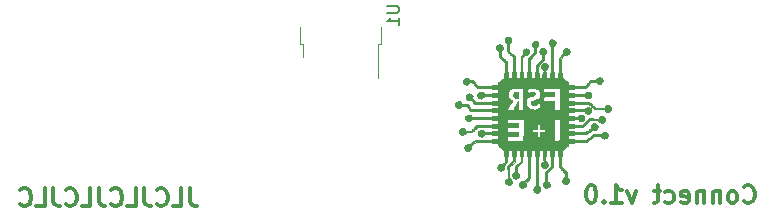
<source format=gbo>
G04 #@! TF.GenerationSoftware,KiCad,Pcbnew,(6.0.2)*
G04 #@! TF.CreationDate,2022-06-23T15:06:55+02:00*
G04 #@! TF.ProjectId,cup_connect,6375705f-636f-46e6-9e65-63742e6b6963,rev?*
G04 #@! TF.SameCoordinates,Original*
G04 #@! TF.FileFunction,Legend,Bot*
G04 #@! TF.FilePolarity,Positive*
%FSLAX46Y46*%
G04 Gerber Fmt 4.6, Leading zero omitted, Abs format (unit mm)*
G04 Created by KiCad (PCBNEW (6.0.2)) date 2022-06-23 15:06:55*
%MOMM*%
%LPD*%
G01*
G04 APERTURE LIST*
%ADD10C,0.300000*%
%ADD11C,0.150000*%
%ADD12C,0.120000*%
%ADD13C,0.010000*%
%ADD14R,1.700000X1.700000*%
%ADD15O,1.700000X1.700000*%
%ADD16R,1.200000X2.200000*%
%ADD17R,5.800000X6.400000*%
G04 APERTURE END LIST*
D10*
X-12756428Y-25594571D02*
X-12756428Y-26666000D01*
X-12685000Y-26880285D01*
X-12542142Y-27023142D01*
X-12327857Y-27094571D01*
X-12185000Y-27094571D01*
X-14185000Y-27094571D02*
X-13470714Y-27094571D01*
X-13470714Y-25594571D01*
X-15542142Y-26951714D02*
X-15470714Y-27023142D01*
X-15256428Y-27094571D01*
X-15113571Y-27094571D01*
X-14899285Y-27023142D01*
X-14756428Y-26880285D01*
X-14685000Y-26737428D01*
X-14613571Y-26451714D01*
X-14613571Y-26237428D01*
X-14685000Y-25951714D01*
X-14756428Y-25808857D01*
X-14899285Y-25666000D01*
X-15113571Y-25594571D01*
X-15256428Y-25594571D01*
X-15470714Y-25666000D01*
X-15542142Y-25737428D01*
X-16613571Y-25594571D02*
X-16613571Y-26666000D01*
X-16542142Y-26880285D01*
X-16399285Y-27023142D01*
X-16185000Y-27094571D01*
X-16042142Y-27094571D01*
X-18042142Y-27094571D02*
X-17327857Y-27094571D01*
X-17327857Y-25594571D01*
X-19399285Y-26951714D02*
X-19327857Y-27023142D01*
X-19113571Y-27094571D01*
X-18970714Y-27094571D01*
X-18756428Y-27023142D01*
X-18613571Y-26880285D01*
X-18542142Y-26737428D01*
X-18470714Y-26451714D01*
X-18470714Y-26237428D01*
X-18542142Y-25951714D01*
X-18613571Y-25808857D01*
X-18756428Y-25666000D01*
X-18970714Y-25594571D01*
X-19113571Y-25594571D01*
X-19327857Y-25666000D01*
X-19399285Y-25737428D01*
X-20470714Y-25594571D02*
X-20470714Y-26666000D01*
X-20399285Y-26880285D01*
X-20256428Y-27023142D01*
X-20042142Y-27094571D01*
X-19899285Y-27094571D01*
X-21899285Y-27094571D02*
X-21185000Y-27094571D01*
X-21185000Y-25594571D01*
X-23256428Y-26951714D02*
X-23185000Y-27023142D01*
X-22970714Y-27094571D01*
X-22827857Y-27094571D01*
X-22613571Y-27023142D01*
X-22470714Y-26880285D01*
X-22399285Y-26737428D01*
X-22327857Y-26451714D01*
X-22327857Y-26237428D01*
X-22399285Y-25951714D01*
X-22470714Y-25808857D01*
X-22613571Y-25666000D01*
X-22827857Y-25594571D01*
X-22970714Y-25594571D01*
X-23185000Y-25666000D01*
X-23256428Y-25737428D01*
X-24327857Y-25594571D02*
X-24327857Y-26666000D01*
X-24256428Y-26880285D01*
X-24113571Y-27023142D01*
X-23899285Y-27094571D01*
X-23756428Y-27094571D01*
X-25756428Y-27094571D02*
X-25042142Y-27094571D01*
X-25042142Y-25594571D01*
X-27113571Y-26951714D02*
X-27042142Y-27023142D01*
X-26827857Y-27094571D01*
X-26685000Y-27094571D01*
X-26470714Y-27023142D01*
X-26327857Y-26880285D01*
X-26256428Y-26737428D01*
X-26185000Y-26451714D01*
X-26185000Y-26237428D01*
X-26256428Y-25951714D01*
X-26327857Y-25808857D01*
X-26470714Y-25666000D01*
X-26685000Y-25594571D01*
X-26827857Y-25594571D01*
X-27042142Y-25666000D01*
X-27113571Y-25737428D01*
X34154285Y-26697714D02*
X34225714Y-26769142D01*
X34440000Y-26840571D01*
X34582857Y-26840571D01*
X34797142Y-26769142D01*
X34940000Y-26626285D01*
X35011428Y-26483428D01*
X35082857Y-26197714D01*
X35082857Y-25983428D01*
X35011428Y-25697714D01*
X34940000Y-25554857D01*
X34797142Y-25412000D01*
X34582857Y-25340571D01*
X34440000Y-25340571D01*
X34225714Y-25412000D01*
X34154285Y-25483428D01*
X33297142Y-26840571D02*
X33440000Y-26769142D01*
X33511428Y-26697714D01*
X33582857Y-26554857D01*
X33582857Y-26126285D01*
X33511428Y-25983428D01*
X33440000Y-25912000D01*
X33297142Y-25840571D01*
X33082857Y-25840571D01*
X32940000Y-25912000D01*
X32868571Y-25983428D01*
X32797142Y-26126285D01*
X32797142Y-26554857D01*
X32868571Y-26697714D01*
X32940000Y-26769142D01*
X33082857Y-26840571D01*
X33297142Y-26840571D01*
X32154285Y-25840571D02*
X32154285Y-26840571D01*
X32154285Y-25983428D02*
X32082857Y-25912000D01*
X31940000Y-25840571D01*
X31725714Y-25840571D01*
X31582857Y-25912000D01*
X31511428Y-26054857D01*
X31511428Y-26840571D01*
X30797142Y-25840571D02*
X30797142Y-26840571D01*
X30797142Y-25983428D02*
X30725714Y-25912000D01*
X30582857Y-25840571D01*
X30368571Y-25840571D01*
X30225714Y-25912000D01*
X30154285Y-26054857D01*
X30154285Y-26840571D01*
X28868571Y-26769142D02*
X29011428Y-26840571D01*
X29297142Y-26840571D01*
X29440000Y-26769142D01*
X29511428Y-26626285D01*
X29511428Y-26054857D01*
X29440000Y-25912000D01*
X29297142Y-25840571D01*
X29011428Y-25840571D01*
X28868571Y-25912000D01*
X28797142Y-26054857D01*
X28797142Y-26197714D01*
X29511428Y-26340571D01*
X27511428Y-26769142D02*
X27654285Y-26840571D01*
X27940000Y-26840571D01*
X28082857Y-26769142D01*
X28154285Y-26697714D01*
X28225714Y-26554857D01*
X28225714Y-26126285D01*
X28154285Y-25983428D01*
X28082857Y-25912000D01*
X27940000Y-25840571D01*
X27654285Y-25840571D01*
X27511428Y-25912000D01*
X27082857Y-25840571D02*
X26511428Y-25840571D01*
X26868571Y-25340571D02*
X26868571Y-26626285D01*
X26797142Y-26769142D01*
X26654285Y-26840571D01*
X26511428Y-26840571D01*
X25011428Y-25840571D02*
X24654285Y-26840571D01*
X24297142Y-25840571D01*
X22940000Y-26840571D02*
X23797142Y-26840571D01*
X23368571Y-26840571D02*
X23368571Y-25340571D01*
X23511428Y-25554857D01*
X23654285Y-25697714D01*
X23797142Y-25769142D01*
X22297142Y-26697714D02*
X22225714Y-26769142D01*
X22297142Y-26840571D01*
X22368571Y-26769142D01*
X22297142Y-26697714D01*
X22297142Y-26840571D01*
X21297142Y-25340571D02*
X21154285Y-25340571D01*
X21011428Y-25412000D01*
X20940000Y-25483428D01*
X20868571Y-25626285D01*
X20797142Y-25912000D01*
X20797142Y-26269142D01*
X20868571Y-26554857D01*
X20940000Y-26697714D01*
X21011428Y-26769142D01*
X21154285Y-26840571D01*
X21297142Y-26840571D01*
X21440000Y-26769142D01*
X21511428Y-26697714D01*
X21582857Y-26554857D01*
X21654285Y-26269142D01*
X21654285Y-25912000D01*
X21582857Y-25626285D01*
X21511428Y-25483428D01*
X21440000Y-25412000D01*
X21297142Y-25340571D01*
D11*
X3952380Y-10160095D02*
X4761904Y-10160095D01*
X4857142Y-10207714D01*
X4904761Y-10255333D01*
X4952380Y-10350571D01*
X4952380Y-10541047D01*
X4904761Y-10636285D01*
X4857142Y-10683904D01*
X4761904Y-10731523D01*
X3952380Y-10731523D01*
X4952380Y-11731523D02*
X4952380Y-11160095D01*
X4952380Y-11445809D02*
X3952380Y-11445809D01*
X4095238Y-11350571D01*
X4190476Y-11255333D01*
X4238095Y-11160095D01*
D12*
X3450000Y-11892000D02*
X3450000Y-13392000D01*
X-3450000Y-13392000D02*
X-3180000Y-13392000D01*
X3450000Y-13392000D02*
X3180000Y-13392000D01*
X3180000Y-13392000D02*
X3180000Y-16222000D01*
X-3450000Y-11892000D02*
X-3450000Y-13392000D01*
X-3180000Y-13392000D02*
X-3180000Y-14492000D01*
D13*
X14132739Y-12753584D02*
X14054190Y-12778205D01*
X14054190Y-12778205D02*
X13993771Y-12818234D01*
X13993771Y-12818234D02*
X13949232Y-12863434D01*
X13949232Y-12863434D02*
X13920226Y-12910488D01*
X13920226Y-12910488D02*
X13904363Y-12966452D01*
X13904363Y-12966452D02*
X13899251Y-13038381D01*
X13899251Y-13038381D02*
X13900419Y-13093748D01*
X13900419Y-13093748D02*
X13916774Y-13156354D01*
X13916774Y-13156354D02*
X13959052Y-13217906D01*
X13959052Y-13217906D02*
X14025021Y-13275419D01*
X14025021Y-13275419D02*
X14047536Y-13290458D01*
X14047536Y-13290458D02*
X14101589Y-13324580D01*
X14101589Y-13324580D02*
X14094835Y-13658148D01*
X14094835Y-13658148D02*
X14088080Y-13991715D01*
X14088080Y-13991715D02*
X14168379Y-14070701D01*
X14168379Y-14070701D02*
X14207324Y-14108365D01*
X14207324Y-14108365D02*
X14261176Y-14159559D01*
X14261176Y-14159559D02*
X14324046Y-14218731D01*
X14324046Y-14218731D02*
X14390050Y-14280328D01*
X14390050Y-14280328D02*
X14421538Y-14309515D01*
X14421538Y-14309515D02*
X14594399Y-14469344D01*
X14594399Y-14469344D02*
X14594399Y-15762893D01*
X14594399Y-15762893D02*
X14555594Y-15767358D01*
X14555594Y-15767358D02*
X14516788Y-15771823D01*
X14516788Y-15771823D02*
X14514032Y-16004656D01*
X14514032Y-16004656D02*
X14513062Y-16083789D01*
X14513062Y-16083789D02*
X14512145Y-16153587D01*
X14512145Y-16153587D02*
X14511353Y-16208916D01*
X14511353Y-16208916D02*
X14510759Y-16244646D01*
X14510759Y-16244646D02*
X14510504Y-16255128D01*
X14510504Y-16255128D02*
X14497186Y-16262924D01*
X14497186Y-16262924D02*
X14462571Y-16268633D01*
X14462571Y-16268633D02*
X14413510Y-16272218D01*
X14413510Y-16272218D02*
X14356852Y-16273645D01*
X14356852Y-16273645D02*
X14299448Y-16272879D01*
X14299448Y-16272879D02*
X14248150Y-16269885D01*
X14248150Y-16269885D02*
X14209806Y-16264626D01*
X14209806Y-16264626D02*
X14191268Y-16257069D01*
X14191268Y-16257069D02*
X14191067Y-16256770D01*
X14191067Y-16256770D02*
X14187923Y-16237791D01*
X14187923Y-16237791D02*
X14185745Y-16196695D01*
X14185745Y-16196695D02*
X14184488Y-16139570D01*
X14184488Y-16139570D02*
X14184109Y-16072503D01*
X14184109Y-16072503D02*
X14184566Y-16001581D01*
X14184566Y-16001581D02*
X14185813Y-15932893D01*
X14185813Y-15932893D02*
X14187809Y-15872525D01*
X14187809Y-15872525D02*
X14190508Y-15826565D01*
X14190508Y-15826565D02*
X14193868Y-15801101D01*
X14193868Y-15801101D02*
X14194337Y-15799649D01*
X14194337Y-15799649D02*
X14188398Y-15783595D01*
X14188398Y-15783595D02*
X14155649Y-15772011D01*
X14155649Y-15772011D02*
X14151079Y-15771113D01*
X14151079Y-15771113D02*
X14100511Y-15761626D01*
X14100511Y-15761626D02*
X14100511Y-15297392D01*
X14100511Y-15297392D02*
X14100409Y-15169916D01*
X14100409Y-15169916D02*
X14100004Y-15067721D01*
X14100004Y-15067721D02*
X14099147Y-14987867D01*
X14099147Y-14987867D02*
X14097687Y-14927414D01*
X14097687Y-14927414D02*
X14095474Y-14883422D01*
X14095474Y-14883422D02*
X14092358Y-14852949D01*
X14092358Y-14852949D02*
X14088189Y-14833057D01*
X14088189Y-14833057D02*
X14082819Y-14820804D01*
X14082819Y-14820804D02*
X14076096Y-14813251D01*
X14076096Y-14813251D02*
X14075816Y-14813021D01*
X14075816Y-14813021D02*
X14054291Y-14795550D01*
X14054291Y-14795550D02*
X14017133Y-14765469D01*
X14017133Y-14765469D02*
X13970665Y-14727894D01*
X13970665Y-14727894D02*
X13945288Y-14707389D01*
X13945288Y-14707389D02*
X13891424Y-14663332D01*
X13891424Y-14663332D02*
X13824976Y-14608176D01*
X13824976Y-14608176D02*
X13754730Y-14549251D01*
X13754730Y-14549251D02*
X13694816Y-14498448D01*
X13694816Y-14498448D02*
X13550177Y-14375002D01*
X13550177Y-14375002D02*
X13550177Y-13962764D01*
X13550177Y-13962764D02*
X13621451Y-13918457D01*
X13621451Y-13918457D02*
X13682509Y-13866977D01*
X13682509Y-13866977D02*
X13728118Y-13801388D01*
X13728118Y-13801388D02*
X13754371Y-13729123D01*
X13754371Y-13729123D02*
X13757612Y-13659399D01*
X13757612Y-13659399D02*
X13737525Y-13591961D01*
X13737525Y-13591961D02*
X13698610Y-13522726D01*
X13698610Y-13522726D02*
X13647500Y-13462068D01*
X13647500Y-13462068D02*
X13613363Y-13433843D01*
X13613363Y-13433843D02*
X13547302Y-13403068D01*
X13547302Y-13403068D02*
X13473081Y-13392431D01*
X13473081Y-13392431D02*
X13396816Y-13400140D01*
X13396816Y-13400140D02*
X13324624Y-13424405D01*
X13324624Y-13424405D02*
X13262621Y-13463434D01*
X13262621Y-13463434D02*
X13216924Y-13515438D01*
X13216924Y-13515438D02*
X13198914Y-13555178D01*
X13198914Y-13555178D02*
X13177980Y-13654603D01*
X13177980Y-13654603D02*
X13180996Y-13740260D01*
X13180996Y-13740260D02*
X13208861Y-13814664D01*
X13208861Y-13814664D02*
X13262475Y-13880332D01*
X13262475Y-13880332D02*
X13334599Y-13934743D01*
X13334599Y-13934743D02*
X13397738Y-13974440D01*
X13397738Y-13974440D02*
X13392819Y-14221477D01*
X13392819Y-14221477D02*
X13391219Y-14310707D01*
X13391219Y-14310707D02*
X13390743Y-14375859D01*
X13390743Y-14375859D02*
X13391746Y-14421067D01*
X13391746Y-14421067D02*
X13394583Y-14450465D01*
X13394583Y-14450465D02*
X13399609Y-14468186D01*
X13399609Y-14468186D02*
X13407178Y-14478366D01*
X13407178Y-14478366D02*
X13415333Y-14483875D01*
X13415333Y-14483875D02*
X13441458Y-14501947D01*
X13441458Y-14501947D02*
X13477952Y-14531178D01*
X13477952Y-14531178D02*
X13499999Y-14550231D01*
X13499999Y-14550231D02*
X13536645Y-14581901D01*
X13536645Y-14581901D02*
X13587042Y-14624174D01*
X13587042Y-14624174D02*
X13642851Y-14670091D01*
X13642851Y-14670091D02*
X13670122Y-14692195D01*
X13670122Y-14692195D02*
X13717921Y-14730896D01*
X13717921Y-14730896D02*
X13757160Y-14763013D01*
X13757160Y-14763013D02*
X13782843Y-14784437D01*
X13782843Y-14784437D02*
X13790066Y-14790853D01*
X13790066Y-14790853D02*
X13803814Y-14803135D01*
X13803814Y-14803135D02*
X13833051Y-14827918D01*
X13833051Y-14827918D02*
X13871205Y-14859636D01*
X13871205Y-14859636D02*
X13945288Y-14920729D01*
X13945288Y-14920729D02*
X13945288Y-15752124D01*
X13945288Y-15752124D02*
X13902955Y-15766882D01*
X13902955Y-15766882D02*
X13860622Y-15781639D01*
X13860622Y-15781639D02*
X13860622Y-16019197D01*
X13860622Y-16019197D02*
X13860404Y-16106576D01*
X13860404Y-16106576D02*
X13859463Y-16169813D01*
X13859463Y-16169813D02*
X13857363Y-16212988D01*
X13857363Y-16212988D02*
X13853671Y-16240180D01*
X13853671Y-16240180D02*
X13847953Y-16255469D01*
X13847953Y-16255469D02*
X13839774Y-16262932D01*
X13839774Y-16262932D02*
X13834463Y-16265057D01*
X13834463Y-16265057D02*
X13810724Y-16277448D01*
X13810724Y-16277448D02*
X13772807Y-16302268D01*
X13772807Y-16302268D02*
X13728585Y-16334335D01*
X13728585Y-16334335D02*
X13725102Y-16336989D01*
X13725102Y-16336989D02*
X13681534Y-16370159D01*
X13681534Y-16370159D02*
X13622789Y-16414679D01*
X13622789Y-16414679D02*
X13556259Y-16464956D01*
X13556259Y-16464956D02*
X13489337Y-16515397D01*
X13489337Y-16515397D02*
X13483149Y-16520053D01*
X13483149Y-16520053D02*
X13421560Y-16568053D01*
X13421560Y-16568053D02*
X13372099Y-16609903D01*
X13372099Y-16609903D02*
X13338271Y-16642443D01*
X13338271Y-16642443D02*
X13323581Y-16662512D01*
X13323581Y-16662512D02*
X13323244Y-16664267D01*
X13323244Y-16664267D02*
X13322961Y-16691745D01*
X13322961Y-16691745D02*
X13323468Y-16735890D01*
X13323468Y-16735890D02*
X13324201Y-16769175D01*
X13324201Y-16769175D02*
X13323713Y-16817387D01*
X13323713Y-16817387D02*
X13317659Y-16845393D01*
X13317659Y-16845393D02*
X13303971Y-16860989D01*
X13303971Y-16860989D02*
X13299085Y-16863878D01*
X13299085Y-16863878D02*
X13274304Y-16869294D01*
X13274304Y-16869294D02*
X13225627Y-16873206D01*
X13225627Y-16873206D02*
X13157350Y-16875413D01*
X13157350Y-16875413D02*
X13073768Y-16875713D01*
X13073768Y-16875713D02*
X13051184Y-16875470D01*
X13051184Y-16875470D02*
X12967954Y-16874461D01*
X12967954Y-16874461D02*
X12908825Y-16874393D01*
X12908825Y-16874393D02*
X12869677Y-16875787D01*
X12869677Y-16875787D02*
X12846390Y-16879165D01*
X12846390Y-16879165D02*
X12834846Y-16885048D01*
X12834846Y-16885048D02*
X12830926Y-16893957D01*
X12830926Y-16893957D02*
X12830510Y-16903407D01*
X12830510Y-16903407D02*
X12824748Y-16931866D01*
X12824748Y-16931866D02*
X12816418Y-16943033D01*
X12816418Y-16943033D02*
X12798963Y-16945327D01*
X12798963Y-16945327D02*
X12756979Y-16947312D01*
X12756979Y-16947312D02*
X12694155Y-16948986D01*
X12694155Y-16948986D02*
X12614183Y-16950348D01*
X12614183Y-16950348D02*
X12520753Y-16951396D01*
X12520753Y-16951396D02*
X12417557Y-16952128D01*
X12417557Y-16952128D02*
X12308285Y-16952541D01*
X12308285Y-16952541D02*
X12196628Y-16952635D01*
X12196628Y-16952635D02*
X12086277Y-16952406D01*
X12086277Y-16952406D02*
X11980922Y-16951854D01*
X11980922Y-16951854D02*
X11884254Y-16950977D01*
X11884254Y-16950977D02*
X11799965Y-16949772D01*
X11799965Y-16949772D02*
X11731744Y-16948237D01*
X11731744Y-16948237D02*
X11683283Y-16946372D01*
X11683283Y-16946372D02*
X11658273Y-16944173D01*
X11658273Y-16944173D02*
X11656232Y-16943623D01*
X11656232Y-16943623D02*
X11638253Y-16929105D01*
X11638253Y-16929105D02*
X11607128Y-16897141D01*
X11607128Y-16897141D02*
X11567206Y-16852430D01*
X11567206Y-16852430D02*
X11522839Y-16799671D01*
X11522839Y-16799671D02*
X11522177Y-16798861D01*
X11522177Y-16798861D02*
X11469186Y-16733971D01*
X11469186Y-16733971D02*
X11412793Y-16664895D01*
X11412793Y-16664895D02*
X11360808Y-16601201D01*
X11360808Y-16601201D02*
X11330411Y-16563945D01*
X11330411Y-16563945D02*
X11291684Y-16518005D01*
X11291684Y-16518005D02*
X11257411Y-16480101D01*
X11257411Y-16480101D02*
X11232905Y-16455998D01*
X11232905Y-16455998D02*
X11226478Y-16451189D01*
X11226478Y-16451189D02*
X11203335Y-16446405D01*
X11203335Y-16446405D02*
X11159553Y-16443806D01*
X11159553Y-16443806D02*
X11102652Y-16443705D01*
X11102652Y-16443705D02*
X11070456Y-16444738D01*
X11070456Y-16444738D02*
X10936433Y-16450600D01*
X10936433Y-16450600D02*
X10900958Y-16393434D01*
X10900958Y-16393434D02*
X10850382Y-16326661D01*
X10850382Y-16326661D02*
X10791788Y-16281277D01*
X10791788Y-16281277D02*
X10718189Y-16250990D01*
X10718189Y-16250990D02*
X10663100Y-16238000D01*
X10663100Y-16238000D02*
X10618910Y-16237771D01*
X10618910Y-16237771D02*
X10591189Y-16243608D01*
X10591189Y-16243608D02*
X10502260Y-16281104D01*
X10502260Y-16281104D02*
X10431367Y-16338806D01*
X10431367Y-16338806D02*
X10381042Y-16414236D01*
X10381042Y-16414236D02*
X10361468Y-16468113D01*
X10361468Y-16468113D02*
X10354757Y-16544392D01*
X10354757Y-16544392D02*
X10372033Y-16619531D01*
X10372033Y-16619531D02*
X10409266Y-16688966D01*
X10409266Y-16688966D02*
X10462430Y-16748134D01*
X10462430Y-16748134D02*
X10527496Y-16792471D01*
X10527496Y-16792471D02*
X10600438Y-16817414D01*
X10600438Y-16817414D02*
X10671392Y-16819262D01*
X10671392Y-16819262D02*
X10746516Y-16797255D01*
X10746516Y-16797255D02*
X10818234Y-16755331D01*
X10818234Y-16755331D02*
X10876360Y-16700084D01*
X10876360Y-16700084D02*
X10893812Y-16675255D01*
X10893812Y-16675255D02*
X10918560Y-16638323D01*
X10918560Y-16638323D02*
X10942242Y-16619196D01*
X10942242Y-16619196D02*
X10976521Y-16610493D01*
X10976521Y-16610493D02*
X11000371Y-16607832D01*
X11000371Y-16607832D02*
X11057545Y-16606274D01*
X11057545Y-16606274D02*
X11111797Y-16611430D01*
X11111797Y-16611430D02*
X11154744Y-16621946D01*
X11154744Y-16621946D02*
X11178007Y-16636469D01*
X11178007Y-16636469D02*
X11178047Y-16636531D01*
X11178047Y-16636531D02*
X11196277Y-16661229D01*
X11196277Y-16661229D02*
X11227941Y-16700901D01*
X11227941Y-16700901D02*
X11269786Y-16751748D01*
X11269786Y-16751748D02*
X11318556Y-16809970D01*
X11318556Y-16809970D02*
X11370996Y-16871770D01*
X11370996Y-16871770D02*
X11423854Y-16933347D01*
X11423854Y-16933347D02*
X11473873Y-16990905D01*
X11473873Y-16990905D02*
X11517799Y-17040642D01*
X11517799Y-17040642D02*
X11552378Y-17078761D01*
X11552378Y-17078761D02*
X11574356Y-17101463D01*
X11574356Y-17101463D02*
X11580382Y-17106156D01*
X11580382Y-17106156D02*
X11597343Y-17106393D01*
X11597343Y-17106393D02*
X11639546Y-17106730D01*
X11639546Y-17106730D02*
X11704011Y-17107151D01*
X11704011Y-17107151D02*
X11787760Y-17107639D01*
X11787760Y-17107639D02*
X11887812Y-17108176D01*
X11887812Y-17108176D02*
X12001187Y-17108747D01*
X12001187Y-17108747D02*
X12124906Y-17109333D01*
X12124906Y-17109333D02*
X12202427Y-17109684D01*
X12202427Y-17109684D02*
X12809065Y-17112378D01*
X12809065Y-17112378D02*
X12816411Y-17154712D01*
X12816411Y-17154712D02*
X12823757Y-17197045D01*
X12823757Y-17197045D02*
X13056439Y-17200093D01*
X13056439Y-17200093D02*
X13135733Y-17201145D01*
X13135733Y-17201145D02*
X13205872Y-17202100D01*
X13205872Y-17202100D02*
X13261666Y-17202885D01*
X13261666Y-17202885D02*
X13297925Y-17203428D01*
X13297925Y-17203428D02*
X13308735Y-17203621D01*
X13308735Y-17203621D02*
X13319998Y-17210559D01*
X13319998Y-17210559D02*
X13323668Y-17234295D01*
X13323668Y-17234295D02*
X13320860Y-17278184D01*
X13320860Y-17278184D02*
X13318608Y-17338661D01*
X13318608Y-17338661D02*
X13321860Y-17402395D01*
X13321860Y-17402395D02*
X13324429Y-17422823D01*
X13324429Y-17422823D02*
X13329720Y-17460542D01*
X13329720Y-17460542D02*
X13329766Y-17488360D01*
X13329766Y-17488360D02*
X13321104Y-17507669D01*
X13321104Y-17507669D02*
X13300271Y-17519865D01*
X13300271Y-17519865D02*
X13263805Y-17526342D01*
X13263805Y-17526342D02*
X13208243Y-17528495D01*
X13208243Y-17528495D02*
X13130123Y-17527718D01*
X13130123Y-17527718D02*
X13067378Y-17526343D01*
X13067378Y-17526343D02*
X12980699Y-17524444D01*
X12980699Y-17524444D02*
X12918260Y-17523626D01*
X12918260Y-17523626D02*
X12876084Y-17524324D01*
X12876084Y-17524324D02*
X12850197Y-17526972D01*
X12850197Y-17526972D02*
X12836623Y-17532001D01*
X12836623Y-17532001D02*
X12831386Y-17539847D01*
X12831386Y-17539847D02*
X12830511Y-17550943D01*
X12830511Y-17550943D02*
X12830511Y-17552173D01*
X12830511Y-17552173D02*
X12825200Y-17580500D01*
X12825200Y-17580500D02*
X12817343Y-17591573D01*
X12817343Y-17591573D02*
X12800026Y-17593934D01*
X12800026Y-17593934D02*
X12758615Y-17596126D01*
X12758615Y-17596126D02*
X12697243Y-17598039D01*
X12697243Y-17598039D02*
X12620037Y-17599558D01*
X12620037Y-17599558D02*
X12531128Y-17600571D01*
X12531128Y-17600571D02*
X12475998Y-17600882D01*
X12475998Y-17600882D02*
X12370782Y-17601100D01*
X12370782Y-17601100D02*
X12290239Y-17600744D01*
X12290239Y-17600744D02*
X12230826Y-17599566D01*
X12230826Y-17599566D02*
X12188996Y-17597320D01*
X12188996Y-17597320D02*
X12161204Y-17593759D01*
X12161204Y-17593759D02*
X12143903Y-17588637D01*
X12143903Y-17588637D02*
X12133548Y-17581707D01*
X12133548Y-17581707D02*
X12129332Y-17576769D01*
X12129332Y-17576769D02*
X12114340Y-17549670D01*
X12114340Y-17549670D02*
X12110844Y-17535655D01*
X12110844Y-17535655D02*
X12099732Y-17513328D01*
X12099732Y-17513328D02*
X12070969Y-17483164D01*
X12070969Y-17483164D02*
X12031416Y-17451313D01*
X12031416Y-17451313D02*
X11987934Y-17423927D01*
X11987934Y-17423927D02*
X11983844Y-17421779D01*
X11983844Y-17421779D02*
X11914678Y-17400275D01*
X11914678Y-17400275D02*
X11836383Y-17398371D01*
X11836383Y-17398371D02*
X11759882Y-17415813D01*
X11759882Y-17415813D02*
X11733183Y-17427653D01*
X11733183Y-17427653D02*
X11671597Y-17472875D01*
X11671597Y-17472875D02*
X11618218Y-17536502D01*
X11618218Y-17536502D02*
X11580754Y-17608721D01*
X11580754Y-17608721D02*
X11573772Y-17630590D01*
X11573772Y-17630590D02*
X11568453Y-17701241D01*
X11568453Y-17701241D02*
X11586706Y-17772949D01*
X11586706Y-17772949D02*
X11624499Y-17840902D01*
X11624499Y-17840902D02*
X11677801Y-17900285D01*
X11677801Y-17900285D02*
X11742580Y-17946282D01*
X11742580Y-17946282D02*
X11814804Y-17974081D01*
X11814804Y-17974081D02*
X11866509Y-17980133D01*
X11866509Y-17980133D02*
X11926876Y-17968789D01*
X11926876Y-17968789D02*
X11992285Y-17938073D01*
X11992285Y-17938073D02*
X12054249Y-17893381D01*
X12054249Y-17893381D02*
X12104278Y-17840107D01*
X12104278Y-17840107D02*
X12117179Y-17820801D01*
X12117179Y-17820801D02*
X12150562Y-17764821D01*
X12150562Y-17764821D02*
X12483482Y-17763155D01*
X12483482Y-17763155D02*
X12816402Y-17761490D01*
X12816402Y-17761490D02*
X12816401Y-17792407D01*
X12816401Y-17792407D02*
X12822772Y-17821289D01*
X12822772Y-17821289D02*
X12831906Y-17832907D01*
X12831906Y-17832907D02*
X12850644Y-17836124D01*
X12850644Y-17836124D02*
X12892516Y-17838875D01*
X12892516Y-17838875D02*
X12952432Y-17840964D01*
X12952432Y-17840964D02*
X13025305Y-17842195D01*
X13025305Y-17842195D02*
X13079035Y-17842442D01*
X13079035Y-17842442D02*
X13158581Y-17843197D01*
X13158581Y-17843197D02*
X13226932Y-17845328D01*
X13226932Y-17845328D02*
X13279412Y-17848575D01*
X13279412Y-17848575D02*
X13311348Y-17852683D01*
X13311348Y-17852683D02*
X13318852Y-17855652D01*
X13318852Y-17855652D02*
X13322874Y-17875264D01*
X13322874Y-17875264D02*
X13326366Y-17915239D01*
X13326366Y-17915239D02*
X13329092Y-17967718D01*
X13329092Y-17967718D02*
X13330818Y-18024844D01*
X13330818Y-18024844D02*
X13331312Y-18078758D01*
X13331312Y-18078758D02*
X13330338Y-18121602D01*
X13330338Y-18121602D02*
X13327663Y-18145518D01*
X13327663Y-18145518D02*
X13327501Y-18146017D01*
X13327501Y-18146017D02*
X13317424Y-18152855D01*
X13317424Y-18152855D02*
X13290725Y-18157837D01*
X13290725Y-18157837D02*
X13244549Y-18161164D01*
X13244549Y-18161164D02*
X13176039Y-18163036D01*
X13176039Y-18163036D02*
X13082341Y-18163655D01*
X13082341Y-18163655D02*
X13076349Y-18163656D01*
X13076349Y-18163656D02*
X12831318Y-18163656D01*
X12831318Y-18163656D02*
X12819440Y-18209517D01*
X12819440Y-18209517D02*
X12807563Y-18255378D01*
X12807563Y-18255378D02*
X12100702Y-18259695D01*
X12100702Y-18259695D02*
X11393842Y-18264012D01*
X11393842Y-18264012D02*
X11281897Y-18125640D01*
X11281897Y-18125640D02*
X11169952Y-17987267D01*
X11169952Y-17987267D02*
X11176379Y-17866124D01*
X11176379Y-17866124D02*
X11178852Y-17805467D01*
X11178852Y-17805467D02*
X11177518Y-17764276D01*
X11177518Y-17764276D02*
X11170903Y-17733893D01*
X11170903Y-17733893D02*
X11157538Y-17705660D01*
X11157538Y-17705660D02*
X11145841Y-17686425D01*
X11145841Y-17686425D02*
X11093487Y-17626646D01*
X11093487Y-17626646D02*
X11026085Y-17583559D01*
X11026085Y-17583559D02*
X10950254Y-17558987D01*
X10950254Y-17558987D02*
X10872615Y-17554753D01*
X10872615Y-17554753D02*
X10799787Y-17572679D01*
X10799787Y-17572679D02*
X10776345Y-17584714D01*
X10776345Y-17584714D02*
X10701222Y-17637635D01*
X10701222Y-17637635D02*
X10651509Y-17693101D01*
X10651509Y-17693101D02*
X10624481Y-17755874D01*
X10624481Y-17755874D02*
X10617414Y-17830714D01*
X10617414Y-17830714D02*
X10619054Y-17859526D01*
X10619054Y-17859526D02*
X10632033Y-17939472D01*
X10632033Y-17939472D02*
X10657772Y-17999984D01*
X10657772Y-17999984D02*
X10700443Y-18048514D01*
X10700443Y-18048514D02*
X10741846Y-18078848D01*
X10741846Y-18078848D02*
X10789056Y-18103987D01*
X10789056Y-18103987D02*
X10839901Y-18118824D01*
X10839901Y-18118824D02*
X10901359Y-18124358D01*
X10901359Y-18124358D02*
X10980408Y-18121584D01*
X10980408Y-18121584D02*
X11018561Y-18118367D01*
X11018561Y-18118367D02*
X11037602Y-18118373D01*
X11037602Y-18118373D02*
X11055664Y-18124550D01*
X11055664Y-18124550D02*
X11076569Y-18140271D01*
X11076569Y-18140271D02*
X11104139Y-18168913D01*
X11104139Y-18168913D02*
X11142194Y-18213852D01*
X11142194Y-18213852D02*
X11181651Y-18262434D01*
X11181651Y-18262434D02*
X11301079Y-18410601D01*
X11301079Y-18410601D02*
X12058739Y-18414251D01*
X12058739Y-18414251D02*
X12224134Y-18415073D01*
X12224134Y-18415073D02*
X12363529Y-18415874D01*
X12363529Y-18415874D02*
X12479146Y-18416745D01*
X12479146Y-18416745D02*
X12573207Y-18417778D01*
X12573207Y-18417778D02*
X12647934Y-18419065D01*
X12647934Y-18419065D02*
X12705549Y-18420698D01*
X12705549Y-18420698D02*
X12748274Y-18422768D01*
X12748274Y-18422768D02*
X12778331Y-18425366D01*
X12778331Y-18425366D02*
X12797942Y-18428585D01*
X12797942Y-18428585D02*
X12809329Y-18432516D01*
X12809329Y-18432516D02*
X12814713Y-18437251D01*
X12814713Y-18437251D02*
X12816318Y-18442881D01*
X12816318Y-18442881D02*
X12816399Y-18445504D01*
X12816399Y-18445504D02*
X12820664Y-18467303D01*
X12820664Y-18467303D02*
X12835670Y-18483147D01*
X12835670Y-18483147D02*
X12864734Y-18493674D01*
X12864734Y-18493674D02*
X12911173Y-18499520D01*
X12911173Y-18499520D02*
X12978306Y-18501323D01*
X12978306Y-18501323D02*
X13069448Y-18499720D01*
X13069448Y-18499720D02*
X13094487Y-18498926D01*
X13094487Y-18498926D02*
X13175303Y-18497049D01*
X13175303Y-18497049D02*
X13241911Y-18497162D01*
X13241911Y-18497162D02*
X13290153Y-18499158D01*
X13290153Y-18499158D02*
X13315871Y-18502931D01*
X13315871Y-18502931D02*
X13318812Y-18504697D01*
X13318812Y-18504697D02*
X13322368Y-18523878D01*
X13322368Y-18523878D02*
X13324823Y-18563193D01*
X13324823Y-18563193D02*
X13326181Y-18615250D01*
X13326181Y-18615250D02*
X13326445Y-18672655D01*
X13326445Y-18672655D02*
X13325618Y-18728013D01*
X13325618Y-18728013D02*
X13323705Y-18773930D01*
X13323705Y-18773930D02*
X13320710Y-18803013D01*
X13320710Y-18803013D02*
X13318655Y-18809104D01*
X13318655Y-18809104D02*
X13302639Y-18811767D01*
X13302639Y-18811767D02*
X13263220Y-18814216D01*
X13263220Y-18814216D02*
X13205219Y-18816269D01*
X13205219Y-18816269D02*
X13133457Y-18817743D01*
X13133457Y-18817743D02*
X13074456Y-18818353D01*
X13074456Y-18818353D02*
X12838035Y-18819823D01*
X12838035Y-18819823D02*
X12819340Y-18858737D01*
X12819340Y-18858737D02*
X12800644Y-18897652D01*
X12800644Y-18897652D02*
X11088626Y-18890378D01*
X11088626Y-18890378D02*
X10777344Y-18418720D01*
X10777344Y-18418720D02*
X10290160Y-18417656D01*
X10290160Y-18417656D02*
X10242727Y-18343573D01*
X10242727Y-18343573D02*
X10183130Y-18271529D01*
X10183130Y-18271529D02*
X10112369Y-18225100D01*
X10112369Y-18225100D02*
X10028919Y-18203379D01*
X10028919Y-18203379D02*
X10004643Y-18201655D01*
X10004643Y-18201655D02*
X9918428Y-18211663D01*
X9918428Y-18211663D02*
X9841239Y-18245727D01*
X9841239Y-18245727D02*
X9777133Y-18300125D01*
X9777133Y-18300125D02*
X9730168Y-18371132D01*
X9730168Y-18371132D02*
X9704401Y-18455023D01*
X9704401Y-18455023D02*
X9701572Y-18479836D01*
X9701572Y-18479836D02*
X9700793Y-18524912D01*
X9700793Y-18524912D02*
X9708566Y-18561971D01*
X9708566Y-18561971D02*
X9728328Y-18603236D01*
X9728328Y-18603236D02*
X9743474Y-18628767D01*
X9743474Y-18628767D02*
X9800193Y-18697953D01*
X9800193Y-18697953D02*
X9869153Y-18745371D01*
X9869153Y-18745371D02*
X9945587Y-18770915D01*
X9945587Y-18770915D02*
X10024728Y-18774476D01*
X10024728Y-18774476D02*
X10101810Y-18755947D01*
X10101810Y-18755947D02*
X10172064Y-18715222D01*
X10172064Y-18715222D02*
X10230726Y-18652193D01*
X10230726Y-18652193D02*
X10238795Y-18639906D01*
X10238795Y-18639906D02*
X10280618Y-18572878D01*
X10280618Y-18572878D02*
X10473605Y-18572878D01*
X10473605Y-18572878D02*
X10551280Y-18573144D01*
X10551280Y-18573144D02*
X10605818Y-18574426D01*
X10605818Y-18574426D02*
X10642302Y-18577457D01*
X10642302Y-18577457D02*
X10665813Y-18582967D01*
X10665813Y-18582967D02*
X10681436Y-18591685D01*
X10681436Y-18591685D02*
X10694253Y-18604344D01*
X10694253Y-18604344D02*
X10694504Y-18604628D01*
X10694504Y-18604628D02*
X10716017Y-18632125D01*
X10716017Y-18632125D02*
X10748059Y-18676643D01*
X10748059Y-18676643D02*
X10785999Y-18731400D01*
X10785999Y-18731400D02*
X10825203Y-18789615D01*
X10825203Y-18789615D02*
X10861038Y-18844504D01*
X10861038Y-18844504D02*
X10888330Y-18888378D01*
X10888330Y-18888378D02*
X10916104Y-18930897D01*
X10916104Y-18930897D02*
X10944775Y-18969521D01*
X10944775Y-18969521D02*
X10970217Y-19002554D01*
X10970217Y-19002554D02*
X10989011Y-19029885D01*
X10989011Y-19029885D02*
X10993689Y-19034618D01*
X10993689Y-19034618D02*
X11002935Y-19038671D01*
X11002935Y-19038671D02*
X11018792Y-19042099D01*
X11018792Y-19042099D02*
X11043307Y-19044952D01*
X11043307Y-19044952D02*
X11078526Y-19047284D01*
X11078526Y-19047284D02*
X11126494Y-19049149D01*
X11126494Y-19049149D02*
X11189257Y-19050599D01*
X11189257Y-19050599D02*
X11268861Y-19051687D01*
X11268861Y-19051687D02*
X11367351Y-19052465D01*
X11367351Y-19052465D02*
X11486773Y-19052988D01*
X11486773Y-19052988D02*
X11629172Y-19053307D01*
X11629172Y-19053307D02*
X11796595Y-19053476D01*
X11796595Y-19053476D02*
X11902759Y-19053525D01*
X11902759Y-19053525D02*
X12802397Y-19053822D01*
X12802397Y-19053822D02*
X12841717Y-19147928D01*
X12841717Y-19147928D02*
X13058364Y-19145245D01*
X13058364Y-19145245D02*
X13135749Y-19144926D01*
X13135749Y-19144926D02*
X13204770Y-19145831D01*
X13204770Y-19145831D02*
X13259733Y-19147798D01*
X13259733Y-19147798D02*
X13294946Y-19150660D01*
X13294946Y-19150660D02*
X13303233Y-19152328D01*
X13303233Y-19152328D02*
X13315811Y-19158588D01*
X13315811Y-19158588D02*
X13323561Y-19170409D01*
X13323561Y-19170409D02*
X13327212Y-19193171D01*
X13327212Y-19193171D02*
X13327493Y-19232252D01*
X13327493Y-19232252D02*
X13325133Y-19293033D01*
X13325133Y-19293033D02*
X13324399Y-19308458D01*
X13324399Y-19308458D02*
X13317344Y-19454823D01*
X13317344Y-19454823D02*
X13085521Y-19458712D01*
X13085521Y-19458712D02*
X12991332Y-19460879D01*
X12991332Y-19460879D02*
X12921752Y-19464315D01*
X12921752Y-19464315D02*
X12873174Y-19469841D01*
X12873174Y-19469841D02*
X12841987Y-19478281D01*
X12841987Y-19478281D02*
X12824584Y-19490458D01*
X12824584Y-19490458D02*
X12817355Y-19507193D01*
X12817355Y-19507193D02*
X12816399Y-19520051D01*
X12816399Y-19520051D02*
X12815547Y-19525591D01*
X12815547Y-19525591D02*
X12811580Y-19530300D01*
X12811580Y-19530300D02*
X12802378Y-19534246D01*
X12802378Y-19534246D02*
X12785827Y-19537496D01*
X12785827Y-19537496D02*
X12759807Y-19540117D01*
X12759807Y-19540117D02*
X12722202Y-19542177D01*
X12722202Y-19542177D02*
X12670894Y-19543744D01*
X12670894Y-19543744D02*
X12603765Y-19544883D01*
X12603765Y-19544883D02*
X12518699Y-19545664D01*
X12518699Y-19545664D02*
X12413578Y-19546153D01*
X12413578Y-19546153D02*
X12286284Y-19546418D01*
X12286284Y-19546418D02*
X12134701Y-19546526D01*
X12134701Y-19546526D02*
X11983844Y-19546545D01*
X11983844Y-19546545D02*
X11833085Y-19546586D01*
X11833085Y-19546586D02*
X11690756Y-19546703D01*
X11690756Y-19546703D02*
X11559360Y-19546890D01*
X11559360Y-19546890D02*
X11441398Y-19547139D01*
X11441398Y-19547139D02*
X11339371Y-19547443D01*
X11339371Y-19547443D02*
X11255780Y-19547794D01*
X11255780Y-19547794D02*
X11193128Y-19548186D01*
X11193128Y-19548186D02*
X11153915Y-19548610D01*
X11153915Y-19548610D02*
X11140705Y-19549019D01*
X11140705Y-19549019D02*
X11127386Y-19539960D01*
X11127386Y-19539960D02*
X11102834Y-19513856D01*
X11102834Y-19513856D02*
X11073677Y-19478024D01*
X11073677Y-19478024D02*
X11019209Y-19415076D01*
X11019209Y-19415076D02*
X10967008Y-19374025D01*
X10967008Y-19374025D02*
X10909939Y-19350159D01*
X10909939Y-19350159D02*
X10867212Y-19341679D01*
X10867212Y-19341679D02*
X10777831Y-19342544D01*
X10777831Y-19342544D02*
X10696777Y-19369247D01*
X10696777Y-19369247D02*
X10627513Y-19419824D01*
X10627513Y-19419824D02*
X10573498Y-19492314D01*
X10573498Y-19492314D02*
X10562368Y-19514531D01*
X10562368Y-19514531D02*
X10540850Y-19569392D01*
X10540850Y-19569392D02*
X10533570Y-19613459D01*
X10533570Y-19613459D02*
X10536224Y-19647863D01*
X10536224Y-19647863D02*
X10563263Y-19740206D01*
X10563263Y-19740206D02*
X10610581Y-19815250D01*
X10610581Y-19815250D02*
X10675550Y-19870651D01*
X10675550Y-19870651D02*
X10755546Y-19904067D01*
X10755546Y-19904067D02*
X10833820Y-19913434D01*
X10833820Y-19913434D02*
X10913651Y-19903609D01*
X10913651Y-19903609D02*
X10981356Y-19872333D01*
X10981356Y-19872333D02*
X11041693Y-19816904D01*
X11041693Y-19816904D02*
X11070899Y-19778841D01*
X11070899Y-19778841D02*
X11121912Y-19705842D01*
X11121912Y-19705842D02*
X11963221Y-19704915D01*
X11963221Y-19704915D02*
X12804531Y-19703988D01*
X12804531Y-19703988D02*
X12833043Y-19785778D01*
X12833043Y-19785778D02*
X13075193Y-19789634D01*
X13075193Y-19789634D02*
X13317344Y-19793490D01*
X13317344Y-19793490D02*
X13324924Y-19927545D01*
X13324924Y-19927545D02*
X13327021Y-19988791D01*
X13327021Y-19988791D02*
X13326333Y-20041345D01*
X13326333Y-20041345D02*
X13323073Y-20077463D01*
X13323073Y-20077463D02*
X13320488Y-20087064D01*
X13320488Y-20087064D02*
X13313782Y-20096544D01*
X13313782Y-20096544D02*
X13301242Y-20103250D01*
X13301242Y-20103250D02*
X13278662Y-20107578D01*
X13278662Y-20107578D02*
X13241834Y-20109926D01*
X13241834Y-20109926D02*
X13186554Y-20110691D01*
X13186554Y-20110691D02*
X13108615Y-20110270D01*
X13108615Y-20110270D02*
X13078128Y-20109948D01*
X13078128Y-20109948D02*
X12999613Y-20109649D01*
X12999613Y-20109649D02*
X12930621Y-20110480D01*
X12930621Y-20110480D02*
X12876261Y-20112292D01*
X12876261Y-20112292D02*
X12841641Y-20114939D01*
X12841641Y-20114939D02*
X12832092Y-20117068D01*
X12832092Y-20117068D02*
X12819673Y-20137482D01*
X12819673Y-20137482D02*
X12816399Y-20159389D01*
X12816399Y-20159389D02*
X12813665Y-20177673D01*
X12813665Y-20177673D02*
X12801188Y-20188910D01*
X12801188Y-20188910D02*
X12772560Y-20196228D01*
X12772560Y-20196228D02*
X12729339Y-20201861D01*
X12729339Y-20201861D02*
X12695524Y-20204010D01*
X12695524Y-20204010D02*
X12637228Y-20205833D01*
X12637228Y-20205833D02*
X12558190Y-20207288D01*
X12558190Y-20207288D02*
X12462147Y-20208336D01*
X12462147Y-20208336D02*
X12352841Y-20208936D01*
X12352841Y-20208936D02*
X12234009Y-20209050D01*
X12234009Y-20209050D02*
X12109391Y-20208636D01*
X12109391Y-20208636D02*
X12100934Y-20208588D01*
X12100934Y-20208588D02*
X11559590Y-20205466D01*
X11559590Y-20205466D02*
X11346071Y-20408700D01*
X11346071Y-20408700D02*
X11279604Y-20472212D01*
X11279604Y-20472212D02*
X11218054Y-20531484D01*
X11218054Y-20531484D02*
X11165128Y-20582913D01*
X11165128Y-20582913D02*
X11124531Y-20622894D01*
X11124531Y-20622894D02*
X11099969Y-20647820D01*
X11099969Y-20647820D02*
X11097254Y-20650740D01*
X11097254Y-20650740D02*
X11061957Y-20689545D01*
X11061957Y-20689545D02*
X10615420Y-20689545D01*
X10615420Y-20689545D02*
X10581565Y-20636628D01*
X10581565Y-20636628D02*
X10521348Y-20560559D01*
X10521348Y-20560559D02*
X10453297Y-20505656D01*
X10453297Y-20505656D02*
X10380964Y-20473432D01*
X10380964Y-20473432D02*
X10307904Y-20465399D01*
X10307904Y-20465399D02*
X10237668Y-20483070D01*
X10237668Y-20483070D02*
X10229838Y-20486867D01*
X10229838Y-20486867D02*
X10169695Y-20523398D01*
X10169695Y-20523398D02*
X10114536Y-20567062D01*
X10114536Y-20567062D02*
X10072512Y-20610914D01*
X10072512Y-20610914D02*
X10057253Y-20633922D01*
X10057253Y-20633922D02*
X10045102Y-20673375D01*
X10045102Y-20673375D02*
X10037845Y-20730342D01*
X10037845Y-20730342D02*
X10036511Y-20769225D01*
X10036511Y-20769225D02*
X10044640Y-20850318D01*
X10044640Y-20850318D02*
X10071405Y-20916098D01*
X10071405Y-20916098D02*
X10120373Y-20973133D01*
X10120373Y-20973133D02*
X10166909Y-21009400D01*
X10166909Y-21009400D02*
X10204214Y-21032098D01*
X10204214Y-21032098D02*
X10240200Y-21044230D01*
X10240200Y-21044230D02*
X10286532Y-21048869D01*
X10286532Y-21048869D02*
X10318622Y-21049339D01*
X10318622Y-21049339D02*
X10374474Y-21047515D01*
X10374474Y-21047515D02*
X10414114Y-21039837D01*
X10414114Y-21039837D02*
X10449427Y-21023083D01*
X10449427Y-21023083D02*
X10473418Y-21007379D01*
X10473418Y-21007379D02*
X10517731Y-20969966D01*
X10517731Y-20969966D02*
X10557750Y-20925317D01*
X10557750Y-20925317D02*
X10569415Y-20908602D01*
X10569415Y-20908602D02*
X10590977Y-20874275D01*
X10590977Y-20874275D02*
X10605594Y-20851599D01*
X10605594Y-20851599D02*
X10608669Y-20847184D01*
X10608669Y-20847184D02*
X10623330Y-20845793D01*
X10623330Y-20845793D02*
X10661712Y-20844739D01*
X10661712Y-20844739D02*
X10719314Y-20844073D01*
X10719314Y-20844073D02*
X10791638Y-20843848D01*
X10791638Y-20843848D02*
X10871445Y-20844101D01*
X10871445Y-20844101D02*
X11130305Y-20845658D01*
X11130305Y-20845658D02*
X11200769Y-20773509D01*
X11200769Y-20773509D02*
X11235356Y-20738949D01*
X11235356Y-20738949D02*
X11285243Y-20690229D01*
X11285243Y-20690229D02*
X11345127Y-20632475D01*
X11345127Y-20632475D02*
X11409704Y-20570812D01*
X11409704Y-20570812D02*
X11449736Y-20532901D01*
X11449736Y-20532901D02*
X11628238Y-20364442D01*
X11628238Y-20364442D02*
X12816408Y-20357934D01*
X12816408Y-20357934D02*
X12816404Y-20387956D01*
X12816404Y-20387956D02*
X12818754Y-20410692D01*
X12818754Y-20410692D02*
X12828213Y-20427364D01*
X12828213Y-20427364D02*
X12848380Y-20438750D01*
X12848380Y-20438750D02*
X12882856Y-20445624D01*
X12882856Y-20445624D02*
X12935240Y-20448763D01*
X12935240Y-20448763D02*
X13009133Y-20448943D01*
X13009133Y-20448943D02*
X13091916Y-20447341D01*
X13091916Y-20447341D02*
X13325266Y-20441707D01*
X13325266Y-20441707D02*
X13317344Y-20753045D01*
X13317344Y-20753045D02*
X13073927Y-20756906D01*
X13073927Y-20756906D02*
X12985424Y-20758528D01*
X12985424Y-20758528D02*
X12921281Y-20760466D01*
X12921281Y-20760466D02*
X12877634Y-20763179D01*
X12877634Y-20763179D02*
X12850621Y-20767125D01*
X12850621Y-20767125D02*
X12836379Y-20772764D01*
X12836379Y-20772764D02*
X12831046Y-20780555D01*
X12831046Y-20780555D02*
X12830511Y-20785834D01*
X12830511Y-20785834D02*
X12828799Y-20804486D01*
X12828799Y-20804486D02*
X12821451Y-20818742D01*
X12821451Y-20818742D02*
X12805152Y-20829188D01*
X12805152Y-20829188D02*
X12776582Y-20836409D01*
X12776582Y-20836409D02*
X12732427Y-20840992D01*
X12732427Y-20840992D02*
X12669367Y-20843521D01*
X12669367Y-20843521D02*
X12584087Y-20844582D01*
X12584087Y-20844582D02*
X12496634Y-20844767D01*
X12496634Y-20844767D02*
X12388649Y-20844293D01*
X12388649Y-20844293D02*
X12306274Y-20842771D01*
X12306274Y-20842771D02*
X12246909Y-20840057D01*
X12246909Y-20840057D02*
X12207955Y-20836006D01*
X12207955Y-20836006D02*
X12186813Y-20830470D01*
X12186813Y-20830470D02*
X12182132Y-20827128D01*
X12182132Y-20827128D02*
X12165974Y-20806263D01*
X12165974Y-20806263D02*
X12140082Y-20771675D01*
X12140082Y-20771675D02*
X12121160Y-20745990D01*
X12121160Y-20745990D02*
X12061177Y-20686656D01*
X12061177Y-20686656D02*
X11986455Y-20650507D01*
X11986455Y-20650507D02*
X11899967Y-20638758D01*
X11899967Y-20638758D02*
X11864055Y-20641010D01*
X11864055Y-20641010D02*
X11779966Y-20663038D01*
X11779966Y-20663038D02*
X11710293Y-20705363D01*
X11710293Y-20705363D02*
X11657030Y-20763508D01*
X11657030Y-20763508D02*
X11622173Y-20832994D01*
X11622173Y-20832994D02*
X11607715Y-20909345D01*
X11607715Y-20909345D02*
X11615653Y-20988082D01*
X11615653Y-20988082D02*
X11647981Y-21064729D01*
X11647981Y-21064729D02*
X11664465Y-21088964D01*
X11664465Y-21088964D02*
X11727097Y-21151647D01*
X11727097Y-21151647D02*
X11800235Y-21191889D01*
X11800235Y-21191889D02*
X11878926Y-21209624D01*
X11878926Y-21209624D02*
X11958217Y-21204790D01*
X11958217Y-21204790D02*
X12033154Y-21177324D01*
X12033154Y-21177324D02*
X12098785Y-21127162D01*
X12098785Y-21127162D02*
X12125634Y-21094856D01*
X12125634Y-21094856D02*
X12153774Y-21056144D01*
X12153774Y-21056144D02*
X12177535Y-21024510D01*
X12177535Y-21024510D02*
X12185763Y-21014101D01*
X12185763Y-21014101D02*
X12195427Y-21007045D01*
X12195427Y-21007045D02*
X12213447Y-21001864D01*
X12213447Y-21001864D02*
X12243332Y-20998371D01*
X12243332Y-20998371D02*
X12288594Y-20996381D01*
X12288594Y-20996381D02*
X12352744Y-20995709D01*
X12352744Y-20995709D02*
X12439292Y-20996170D01*
X12439292Y-20996170D02*
X12509829Y-20996996D01*
X12509829Y-20996996D02*
X12816399Y-21001059D01*
X12816399Y-21001059D02*
X12816399Y-21032980D01*
X12816399Y-21032980D02*
X12818256Y-21055773D01*
X12818256Y-21055773D02*
X12826276Y-21072618D01*
X12826276Y-21072618D02*
X12844131Y-21084404D01*
X12844131Y-21084404D02*
X12875495Y-21092021D01*
X12875495Y-21092021D02*
X12924040Y-21096361D01*
X12924040Y-21096361D02*
X12993440Y-21098313D01*
X12993440Y-21098313D02*
X13087367Y-21098767D01*
X13087367Y-21098767D02*
X13325354Y-21098767D01*
X13325354Y-21098767D02*
X13321349Y-21250462D01*
X13321349Y-21250462D02*
X13317344Y-21402156D01*
X13317344Y-21402156D02*
X13073507Y-21406019D01*
X13073507Y-21406019D02*
X12829671Y-21409882D01*
X12829671Y-21409882D02*
X12821271Y-21451880D01*
X12821271Y-21451880D02*
X12812872Y-21493878D01*
X12812872Y-21493878D02*
X11376540Y-21493878D01*
X11376540Y-21493878D02*
X11300869Y-21553851D01*
X11300869Y-21553851D02*
X11261942Y-21586188D01*
X11261942Y-21586188D02*
X11208949Y-21632251D01*
X11208949Y-21632251D02*
X11148317Y-21686361D01*
X11148317Y-21686361D02*
X11086471Y-21742838D01*
X11086471Y-21742838D02*
X11074732Y-21753723D01*
X11074732Y-21753723D02*
X10924266Y-21893623D01*
X10924266Y-21893623D02*
X10875021Y-21870140D01*
X10875021Y-21870140D02*
X10798954Y-21848274D01*
X10798954Y-21848274D02*
X10721485Y-21851134D01*
X10721485Y-21851134D02*
X10647555Y-21875945D01*
X10647555Y-21875945D02*
X10582108Y-21919934D01*
X10582108Y-21919934D02*
X10530088Y-21980327D01*
X10530088Y-21980327D02*
X10496437Y-22054350D01*
X10496437Y-22054350D02*
X10489319Y-22086570D01*
X10489319Y-22086570D02*
X10487610Y-22178567D01*
X10487610Y-22178567D02*
X10511646Y-22261111D01*
X10511646Y-22261111D02*
X10559743Y-22331399D01*
X10559743Y-22331399D02*
X10630219Y-22386627D01*
X10630219Y-22386627D02*
X10684855Y-22412241D01*
X10684855Y-22412241D02*
X10730068Y-22428203D01*
X10730068Y-22428203D02*
X10761803Y-22434246D01*
X10761803Y-22434246D02*
X10792872Y-22430714D01*
X10792872Y-22430714D02*
X10836087Y-22417951D01*
X10836087Y-22417951D02*
X10840803Y-22416428D01*
X10840803Y-22416428D02*
X10927997Y-22375166D01*
X10927997Y-22375166D02*
X10994824Y-22314673D01*
X10994824Y-22314673D02*
X11040519Y-22235679D01*
X11040519Y-22235679D02*
X11046361Y-22219789D01*
X11046361Y-22219789D02*
X11060942Y-22170882D01*
X11060942Y-22170882D02*
X11064577Y-22136150D01*
X11064577Y-22136150D02*
X11058106Y-22104124D01*
X11058106Y-22104124D02*
X11055390Y-22096251D01*
X11055390Y-22096251D02*
X11043053Y-22052072D01*
X11043053Y-22052072D02*
X11038777Y-22014478D01*
X11038777Y-22014478D02*
X11043028Y-21991387D01*
X11043028Y-21991387D02*
X11048983Y-21987734D01*
X11048983Y-21987734D02*
X11062421Y-21978770D01*
X11062421Y-21978770D02*
X11093272Y-21953892D01*
X11093272Y-21953892D02*
X11137992Y-21916092D01*
X11137992Y-21916092D02*
X11193039Y-21868360D01*
X11193039Y-21868360D02*
X11249582Y-21818401D01*
X11249582Y-21818401D02*
X11439598Y-21649101D01*
X11439598Y-21649101D02*
X12814525Y-21649101D01*
X12814525Y-21649101D02*
X12818990Y-21687906D01*
X12818990Y-21687906D02*
X12823455Y-21726712D01*
X12823455Y-21726712D02*
X13073927Y-21730565D01*
X13073927Y-21730565D02*
X13170422Y-21732609D01*
X13170422Y-21732609D02*
X13241285Y-21735496D01*
X13241285Y-21735496D02*
X13289099Y-21739443D01*
X13289099Y-21739443D02*
X13316449Y-21744666D01*
X13316449Y-21744666D02*
X13325917Y-21751384D01*
X13325917Y-21751384D02*
X13325965Y-21751732D01*
X13325965Y-21751732D02*
X13326381Y-21774078D01*
X13326381Y-21774078D02*
X13325922Y-21815315D01*
X13325922Y-21815315D02*
X13324816Y-21861733D01*
X13324816Y-21861733D02*
X13322103Y-21954420D01*
X13322103Y-21954420D02*
X13404390Y-22016349D01*
X13404390Y-22016349D02*
X13459439Y-22058224D01*
X13459439Y-22058224D02*
X13518251Y-22103641D01*
X13518251Y-22103641D02*
X13558665Y-22135328D01*
X13558665Y-22135328D02*
X13635277Y-22195678D01*
X13635277Y-22195678D02*
X13693494Y-22240487D01*
X13693494Y-22240487D02*
X13736736Y-22272119D01*
X13736736Y-22272119D02*
X13768424Y-22292939D01*
X13768424Y-22292939D02*
X13791977Y-22305310D01*
X13791977Y-22305310D02*
X13810817Y-22311597D01*
X13810817Y-22311597D02*
X13814896Y-22312441D01*
X13814896Y-22312441D02*
X13853566Y-22319615D01*
X13853566Y-22319615D02*
X13860622Y-22572881D01*
X13860622Y-22572881D02*
X13867677Y-22826148D01*
X13867677Y-22826148D02*
X13938233Y-22842736D01*
X13938233Y-22842736D02*
X13942006Y-23082002D01*
X13942006Y-23082002D02*
X13945780Y-23321267D01*
X13945780Y-23321267D02*
X13833412Y-23432420D01*
X13833412Y-23432420D02*
X13783608Y-23480949D01*
X13783608Y-23480949D02*
X13748684Y-23512249D01*
X13748684Y-23512249D02*
X13723939Y-23529418D01*
X13723939Y-23529418D02*
X13704672Y-23535551D01*
X13704672Y-23535551D02*
X13686183Y-23533746D01*
X13686183Y-23533746D02*
X13681472Y-23532513D01*
X13681472Y-23532513D02*
X13645352Y-23526174D01*
X13645352Y-23526174D02*
X13594351Y-23521589D01*
X13594351Y-23521589D02*
X13557233Y-23520138D01*
X13557233Y-23520138D02*
X13504253Y-23521566D01*
X13504253Y-23521566D02*
X13465123Y-23530705D01*
X13465123Y-23530705D02*
X13425680Y-23551829D01*
X13425680Y-23551829D02*
X13404124Y-23566335D01*
X13404124Y-23566335D02*
X13344137Y-23619261D01*
X13344137Y-23619261D02*
X13302461Y-23685201D01*
X13302461Y-23685201D02*
X13301957Y-23686279D01*
X13301957Y-23686279D02*
X13276111Y-23755365D01*
X13276111Y-23755365D02*
X13270670Y-23814771D01*
X13270670Y-23814771D02*
X13285840Y-23874529D01*
X13285840Y-23874529D02*
X13306761Y-23918142D01*
X13306761Y-23918142D02*
X13362774Y-23997546D01*
X13362774Y-23997546D02*
X13430211Y-24052375D01*
X13430211Y-24052375D02*
X13506741Y-24081739D01*
X13506741Y-24081739D02*
X13590034Y-24084745D01*
X13590034Y-24084745D02*
X13677760Y-24060504D01*
X13677760Y-24060504D02*
X13678402Y-24060228D01*
X13678402Y-24060228D02*
X13758677Y-24013345D01*
X13758677Y-24013345D02*
X13814398Y-23952658D01*
X13814398Y-23952658D02*
X13845223Y-23878813D01*
X13845223Y-23878813D02*
X13850806Y-23792459D01*
X13850806Y-23792459D02*
X13844576Y-23747545D01*
X13844576Y-23747545D02*
X13828257Y-23664597D01*
X13828257Y-23664597D02*
X13964089Y-23528210D01*
X13964089Y-23528210D02*
X14099920Y-23391823D01*
X14099920Y-23391823D02*
X14107566Y-22842741D01*
X14107566Y-22842741D02*
X14178122Y-22826161D01*
X14178122Y-22826161D02*
X14186005Y-22572770D01*
X14186005Y-22572770D02*
X14188672Y-22491401D01*
X14188672Y-22491401D02*
X14191259Y-22420426D01*
X14191259Y-22420426D02*
X14193577Y-22364394D01*
X14193577Y-22364394D02*
X14195441Y-22327856D01*
X14195441Y-22327856D02*
X14196588Y-22315373D01*
X14196588Y-22315373D02*
X14210881Y-22314092D01*
X14210881Y-22314092D02*
X14247486Y-22313726D01*
X14247486Y-22313726D02*
X14300509Y-22314272D01*
X14300509Y-22314272D02*
X14350983Y-22315373D01*
X14350983Y-22315373D02*
X14502677Y-22319378D01*
X14502677Y-22319378D02*
X14509733Y-22572763D01*
X14509733Y-22572763D02*
X14516788Y-22826148D01*
X14516788Y-22826148D02*
X14552066Y-22834439D01*
X14552066Y-22834439D02*
X14587344Y-22842731D01*
X14587344Y-22842731D02*
X14591223Y-23054348D01*
X14591223Y-23054348D02*
X14595103Y-23265965D01*
X14595103Y-23265965D02*
X14141055Y-23720013D01*
X14141055Y-23720013D02*
X14142288Y-24220408D01*
X14142288Y-24220408D02*
X14143521Y-24720802D01*
X14143521Y-24720802D02*
X14082272Y-24759517D01*
X14082272Y-24759517D02*
X14007457Y-24820410D01*
X14007457Y-24820410D02*
X13957039Y-24891062D01*
X13957039Y-24891062D02*
X13931614Y-24968060D01*
X13931614Y-24968060D02*
X13931782Y-25047988D01*
X13931782Y-25047988D02*
X13958140Y-25127432D01*
X13958140Y-25127432D02*
X14005735Y-25196820D01*
X14005735Y-25196820D02*
X14076364Y-25258779D01*
X14076364Y-25258779D02*
X14153484Y-25294064D01*
X14153484Y-25294064D02*
X14233994Y-25302543D01*
X14233994Y-25302543D02*
X14314794Y-25284084D01*
X14314794Y-25284084D02*
X14392785Y-25238557D01*
X14392785Y-25238557D02*
X14420730Y-25214426D01*
X14420730Y-25214426D02*
X14461269Y-25170612D01*
X14461269Y-25170612D02*
X14485863Y-25126764D01*
X14485863Y-25126764D02*
X14501795Y-25072835D01*
X14501795Y-25072835D02*
X14511999Y-25020877D01*
X14511999Y-25020877D02*
X14513293Y-24982777D01*
X14513293Y-24982777D02*
X14505522Y-24945562D01*
X14505522Y-24945562D02*
X14500078Y-24928712D01*
X14500078Y-24928712D02*
X14475238Y-24878359D01*
X14475238Y-24878359D02*
X14437613Y-24827091D01*
X14437613Y-24827091D02*
X14394154Y-24782571D01*
X14394154Y-24782571D02*
X14351813Y-24752460D01*
X14351813Y-24752460D02*
X14333710Y-24745320D01*
X14333710Y-24745320D02*
X14298066Y-24736374D01*
X14298066Y-24736374D02*
X14298066Y-23788077D01*
X14298066Y-23788077D02*
X14748986Y-23338575D01*
X14748986Y-23338575D02*
X14752832Y-23090656D01*
X14752832Y-23090656D02*
X14756677Y-22842738D01*
X14756677Y-22842738D02*
X14827233Y-22826148D01*
X14827233Y-22826148D02*
X14834288Y-22573213D01*
X14834288Y-22573213D02*
X14841344Y-22320278D01*
X14841344Y-22320278D02*
X14992950Y-22317505D01*
X14992950Y-22317505D02*
X15072977Y-22317554D01*
X15072977Y-22317554D02*
X15125845Y-22321187D01*
X15125845Y-22321187D02*
X15152400Y-22328473D01*
X15152400Y-22328473D02*
X15155227Y-22331166D01*
X15155227Y-22331166D02*
X15158755Y-22350145D01*
X15158755Y-22350145D02*
X15161791Y-22392336D01*
X15161791Y-22392336D02*
X15164126Y-22452729D01*
X15164126Y-22452729D02*
X15165552Y-22526313D01*
X15165552Y-22526313D02*
X15165899Y-22587490D01*
X15165899Y-22587490D02*
X15165899Y-22827378D01*
X15165899Y-22827378D02*
X15204705Y-22831843D01*
X15204705Y-22831843D02*
X15243511Y-22836309D01*
X15243511Y-22836309D02*
X15243511Y-23248229D01*
X15243511Y-23248229D02*
X14995102Y-23489359D01*
X14995102Y-23489359D02*
X14746694Y-23730490D01*
X14746694Y-23730490D02*
X14748708Y-23951020D01*
X14748708Y-23951020D02*
X14750723Y-24171551D01*
X14750723Y-24171551D02*
X14681957Y-24220955D01*
X14681957Y-24220955D02*
X14613130Y-24283474D01*
X14613130Y-24283474D02*
X14564941Y-24355341D01*
X14564941Y-24355341D02*
X14540444Y-24431403D01*
X14540444Y-24431403D02*
X14537955Y-24463705D01*
X14537955Y-24463705D02*
X14546304Y-24538494D01*
X14546304Y-24538494D02*
X14573811Y-24602081D01*
X14573811Y-24602081D02*
X14624163Y-24662048D01*
X14624163Y-24662048D02*
X14642727Y-24679107D01*
X14642727Y-24679107D02*
X14720779Y-24732358D01*
X14720779Y-24732358D02*
X14801001Y-24757916D01*
X14801001Y-24757916D02*
X14881231Y-24755838D01*
X14881231Y-24755838D02*
X14959308Y-24726180D01*
X14959308Y-24726180D02*
X15032981Y-24669085D01*
X15032981Y-24669085D02*
X15090770Y-24595197D01*
X15090770Y-24595197D02*
X15121164Y-24518130D01*
X15121164Y-24518130D02*
X15124491Y-24439994D01*
X15124491Y-24439994D02*
X15101079Y-24362902D01*
X15101079Y-24362902D02*
X15051255Y-24288963D01*
X15051255Y-24288963D02*
X14975346Y-24220290D01*
X14975346Y-24220290D02*
X14961858Y-24210662D01*
X14961858Y-24210662D02*
X14904844Y-24171151D01*
X14904844Y-24171151D02*
X14904844Y-23804780D01*
X14904844Y-23804780D02*
X14957908Y-23753524D01*
X14957908Y-23753524D02*
X14985308Y-23727079D01*
X14985308Y-23727079D02*
X15028608Y-23685318D01*
X15028608Y-23685318D02*
X15083382Y-23632506D01*
X15083382Y-23632506D02*
X15145206Y-23572909D01*
X15145206Y-23572909D02*
X15201324Y-23518823D01*
X15201324Y-23518823D02*
X15391677Y-23335378D01*
X15391677Y-23335378D02*
X15398733Y-23089043D01*
X15398733Y-23089043D02*
X15405788Y-22842707D01*
X15405788Y-22842707D02*
X15441066Y-22834419D01*
X15441066Y-22834419D02*
X15476344Y-22826130D01*
X15476344Y-22826130D02*
X15480197Y-22576469D01*
X15480197Y-22576469D02*
X15481307Y-22483268D01*
X15481307Y-22483268D02*
X15483139Y-22414597D01*
X15483139Y-22414597D02*
X15488379Y-22366835D01*
X15488379Y-22366835D02*
X15499715Y-22336358D01*
X15499715Y-22336358D02*
X15519833Y-22319545D01*
X15519833Y-22319545D02*
X15551421Y-22312772D01*
X15551421Y-22312772D02*
X15597166Y-22312417D01*
X15597166Y-22312417D02*
X15659756Y-22314858D01*
X15659756Y-22314858D02*
X15673899Y-22315343D01*
X15673899Y-22315343D02*
X15800899Y-22319378D01*
X15800899Y-22319378D02*
X15815011Y-22826148D01*
X15815011Y-22826148D02*
X15850288Y-22834459D01*
X15850288Y-22834459D02*
X15885566Y-22842770D01*
X15885566Y-22842770D02*
X15888294Y-23741922D01*
X15888294Y-23741922D02*
X15891021Y-24641075D01*
X15891021Y-24641075D02*
X15792812Y-24750227D01*
X15792812Y-24750227D02*
X15742123Y-24805824D01*
X15742123Y-24805824D02*
X15689332Y-24862517D01*
X15689332Y-24862517D02*
X15642892Y-24911270D01*
X15642892Y-24911270D02*
X15625960Y-24928573D01*
X15625960Y-24928573D02*
X15557317Y-24997767D01*
X15557317Y-24997767D02*
X15474497Y-24981562D01*
X15474497Y-24981562D02*
X15393868Y-24973262D01*
X15393868Y-24973262D02*
X15324491Y-24984960D01*
X15324491Y-24984960D02*
X15256181Y-25018925D01*
X15256181Y-25018925D02*
X15231847Y-25035616D01*
X15231847Y-25035616D02*
X15180674Y-25080500D01*
X15180674Y-25080500D02*
X15149196Y-25130212D01*
X15149196Y-25130212D02*
X15133797Y-25192570D01*
X15133797Y-25192570D02*
X15130622Y-25254490D01*
X15130622Y-25254490D02*
X15135289Y-25328224D01*
X15135289Y-25328224D02*
X15151982Y-25384801D01*
X15151982Y-25384801D02*
X15184740Y-25434129D01*
X15184740Y-25434129D02*
X15217612Y-25467991D01*
X15217612Y-25467991D02*
X15266930Y-25509459D01*
X15266930Y-25509459D02*
X15311510Y-25532967D01*
X15311510Y-25532967D02*
X15362948Y-25543568D01*
X15362948Y-25543568D02*
X15395789Y-25545642D01*
X15395789Y-25545642D02*
X15478192Y-25535313D01*
X15478192Y-25535313D02*
X15557746Y-25501211D01*
X15557746Y-25501211D02*
X15626257Y-25447275D01*
X15626257Y-25447275D02*
X15644957Y-25425907D01*
X15644957Y-25425907D02*
X15665012Y-25399080D01*
X15665012Y-25399080D02*
X15677562Y-25375087D01*
X15677562Y-25375087D02*
X15684290Y-25346353D01*
X15684290Y-25346353D02*
X15686882Y-25305301D01*
X15686882Y-25305301D02*
X15687023Y-25244353D01*
X15687023Y-25244353D02*
X15686969Y-25237010D01*
X15686969Y-25237010D02*
X15685926Y-25102473D01*
X15685926Y-25102473D02*
X16062902Y-24696113D01*
X16062902Y-24696113D02*
X16061940Y-23782913D01*
X16061940Y-23782913D02*
X16061780Y-23624637D01*
X16061780Y-23624637D02*
X16061644Y-23474521D01*
X16061644Y-23474521D02*
X16061532Y-23334976D01*
X16061532Y-23334976D02*
X16061446Y-23208409D01*
X16061446Y-23208409D02*
X16061386Y-23097231D01*
X16061386Y-23097231D02*
X16061355Y-23003850D01*
X16061355Y-23003850D02*
X16061352Y-22930676D01*
X16061352Y-22930676D02*
X16061380Y-22880119D01*
X16061380Y-22880119D02*
X16061439Y-22854586D01*
X16061439Y-22854586D02*
X16061466Y-22852073D01*
X16061466Y-22852073D02*
X16073919Y-22838809D01*
X16073919Y-22838809D02*
X16097233Y-22834434D01*
X16097233Y-22834434D02*
X16132511Y-22834434D01*
X16132511Y-22834434D02*
X16132511Y-22595699D01*
X16132511Y-22595699D02*
X16132999Y-22515125D01*
X16132999Y-22515125D02*
X16134352Y-22443444D01*
X16134352Y-22443444D02*
X16136398Y-22385838D01*
X16136398Y-22385838D02*
X16138969Y-22347492D01*
X16138969Y-22347492D02*
X16141076Y-22334644D01*
X16141076Y-22334644D02*
X16149504Y-22324539D01*
X16149504Y-22324539D02*
X16168753Y-22317931D01*
X16168753Y-22317931D02*
X16203668Y-22314152D01*
X16203668Y-22314152D02*
X16259098Y-22312534D01*
X16259098Y-22312534D02*
X16303035Y-22312323D01*
X16303035Y-22312323D02*
X16456430Y-22312323D01*
X16456430Y-22312323D02*
X16460276Y-22569851D01*
X16460276Y-22569851D02*
X16464122Y-22827378D01*
X16464122Y-22827378D02*
X16541434Y-22836280D01*
X16541434Y-22836280D02*
X16545111Y-24099308D01*
X16545111Y-24099308D02*
X16545531Y-24285969D01*
X16545531Y-24285969D02*
X16545691Y-24464748D01*
X16545691Y-24464748D02*
X16545603Y-24633606D01*
X16545603Y-24633606D02*
X16545281Y-24790503D01*
X16545281Y-24790503D02*
X16544736Y-24933401D01*
X16544736Y-24933401D02*
X16543979Y-25060258D01*
X16543979Y-25060258D02*
X16543024Y-25169037D01*
X16543024Y-25169037D02*
X16541883Y-25257697D01*
X16541883Y-25257697D02*
X16540566Y-25324198D01*
X16540566Y-25324198D02*
X16539087Y-25366502D01*
X16539087Y-25366502D02*
X16537504Y-25382497D01*
X16537504Y-25382497D02*
X16516381Y-25400415D01*
X16516381Y-25400415D02*
X16505795Y-25402656D01*
X16505795Y-25402656D02*
X16475266Y-25414216D01*
X16475266Y-25414216D02*
X16437937Y-25444633D01*
X16437937Y-25444633D02*
X16399615Y-25487517D01*
X16399615Y-25487517D02*
X16366108Y-25536475D01*
X16366108Y-25536475D02*
X16345292Y-25579304D01*
X16345292Y-25579304D02*
X16329613Y-25624720D01*
X16329613Y-25624720D02*
X16324250Y-25657642D01*
X16324250Y-25657642D02*
X16328656Y-25691624D01*
X16328656Y-25691624D02*
X16339210Y-25729901D01*
X16339210Y-25729901D02*
X16367189Y-25804412D01*
X16367189Y-25804412D02*
X16403324Y-25858883D01*
X16403324Y-25858883D02*
X16453557Y-25901408D01*
X16453557Y-25901408D02*
X16474716Y-25914475D01*
X16474716Y-25914475D02*
X16555405Y-25949355D01*
X16555405Y-25949355D02*
X16634207Y-25957888D01*
X16634207Y-25957888D02*
X16693524Y-25948040D01*
X16693524Y-25948040D02*
X16770675Y-25913922D01*
X16770675Y-25913922D02*
X16836962Y-25859219D01*
X16836962Y-25859219D02*
X16880433Y-25797701D01*
X16880433Y-25797701D02*
X16901720Y-25732914D01*
X16901720Y-25732914D02*
X16907989Y-25659319D01*
X16907989Y-25659319D02*
X16898965Y-25589273D01*
X16898965Y-25589273D02*
X16885875Y-25553650D01*
X16885875Y-25553650D02*
X16861386Y-25514139D01*
X16861386Y-25514139D02*
X16829405Y-25474066D01*
X16829405Y-25474066D02*
X16796364Y-25440341D01*
X16796364Y-25440341D02*
X16768692Y-25419876D01*
X16768692Y-25419876D02*
X16758487Y-25416767D01*
X16758487Y-25416767D02*
X16738019Y-25406240D01*
X16738019Y-25406240D02*
X16718790Y-25385217D01*
X16718790Y-25385217D02*
X16714935Y-25377428D01*
X16714935Y-25377428D02*
X16711552Y-25364613D01*
X16711552Y-25364613D02*
X16708611Y-25345039D01*
X16708611Y-25345039D02*
X16706083Y-25316974D01*
X16706083Y-25316974D02*
X16703938Y-25278684D01*
X16703938Y-25278684D02*
X16702149Y-25228436D01*
X16702149Y-25228436D02*
X16700684Y-25164498D01*
X16700684Y-25164498D02*
X16699516Y-25085136D01*
X16699516Y-25085136D02*
X16698614Y-24988617D01*
X16698614Y-24988617D02*
X16697950Y-24873209D01*
X16697950Y-24873209D02*
X16697494Y-24737177D01*
X16697494Y-24737177D02*
X16697218Y-24578791D01*
X16697218Y-24578791D02*
X16697091Y-24396315D01*
X16697091Y-24396315D02*
X16697084Y-24188018D01*
X16697084Y-24188018D02*
X16697108Y-24100554D01*
X16697108Y-24100554D02*
X16697205Y-23883500D01*
X16697205Y-23883500D02*
X16697366Y-23692940D01*
X16697366Y-23692940D02*
X16697624Y-23527146D01*
X16697624Y-23527146D02*
X16698014Y-23384391D01*
X16698014Y-23384391D02*
X16698570Y-23262945D01*
X16698570Y-23262945D02*
X16699326Y-23161081D01*
X16699326Y-23161081D02*
X16700315Y-23077072D01*
X16700315Y-23077072D02*
X16701572Y-23009188D01*
X16701572Y-23009188D02*
X16703131Y-22955702D01*
X16703131Y-22955702D02*
X16705026Y-22914886D01*
X16705026Y-22914886D02*
X16707290Y-22885011D01*
X16707290Y-22885011D02*
X16709959Y-22864351D01*
X16709959Y-22864351D02*
X16713066Y-22851176D01*
X16713066Y-22851176D02*
X16716644Y-22843758D01*
X16716644Y-22843758D02*
X16720729Y-22840371D01*
X16720729Y-22840371D02*
X16721934Y-22839919D01*
X16721934Y-22839919D02*
X16744195Y-22832545D01*
X16744195Y-22832545D02*
X16760479Y-22823436D01*
X16760479Y-22823436D02*
X16771760Y-22808469D01*
X16771760Y-22808469D02*
X16779015Y-22783521D01*
X16779015Y-22783521D02*
X16783217Y-22744469D01*
X16783217Y-22744469D02*
X16785342Y-22687191D01*
X16785342Y-22687191D02*
X16786365Y-22607564D01*
X16786365Y-22607564D02*
X16786704Y-22566030D01*
X16786704Y-22566030D02*
X16788677Y-22319378D01*
X16788677Y-22319378D02*
X17105555Y-22316026D01*
X17105555Y-22316026D02*
X17109394Y-22571078D01*
X17109394Y-22571078D02*
X17113233Y-22826129D01*
X17113233Y-22826129D02*
X17148511Y-22834427D01*
X17148511Y-22834427D02*
X17183788Y-22842725D01*
X17183788Y-22842725D02*
X17188247Y-23062931D01*
X17188247Y-23062931D02*
X17192705Y-23283138D01*
X17192705Y-23283138D02*
X17135214Y-23315449D01*
X17135214Y-23315449D02*
X17093902Y-23346470D01*
X17093902Y-23346470D02*
X17050472Y-23391107D01*
X17050472Y-23391107D02*
X17026692Y-23421855D01*
X17026692Y-23421855D02*
X16998478Y-23465332D01*
X16998478Y-23465332D02*
X16983971Y-23498677D01*
X16983971Y-23498677D02*
X16979659Y-23534119D01*
X16979659Y-23534119D02*
X16981643Y-23578642D01*
X16981643Y-23578642D02*
X17000627Y-23668919D01*
X17000627Y-23668919D02*
X17041622Y-23743960D01*
X17041622Y-23743960D02*
X17101736Y-23801018D01*
X17101736Y-23801018D02*
X17178079Y-23837348D01*
X17178079Y-23837348D02*
X17267528Y-23850202D01*
X17267528Y-23850202D02*
X17360948Y-23838916D01*
X17360948Y-23838916D02*
X17438998Y-23805987D01*
X17438998Y-23805987D02*
X17499297Y-23753641D01*
X17499297Y-23753641D02*
X17539461Y-23684103D01*
X17539461Y-23684103D02*
X17557108Y-23599600D01*
X17557108Y-23599600D02*
X17557733Y-23578998D01*
X17557733Y-23578998D02*
X17546446Y-23486389D01*
X17546446Y-23486389D02*
X17511690Y-23408378D01*
X17511690Y-23408378D02*
X17452122Y-23342575D01*
X17452122Y-23342575D02*
X17406038Y-23309293D01*
X17406038Y-23309293D02*
X17346066Y-23271524D01*
X17346066Y-23271524D02*
X17346066Y-23139716D01*
X17346066Y-23139716D02*
X17347103Y-23068538D01*
X17347103Y-23068538D02*
X17349857Y-22996077D01*
X17349857Y-22996077D02*
X17353796Y-22935250D01*
X17353796Y-22935250D02*
X17355056Y-22921899D01*
X17355056Y-22921899D02*
X17361507Y-22873333D01*
X17361507Y-22873333D02*
X17369891Y-22846354D01*
X17369891Y-22846354D02*
X17383052Y-22834338D01*
X17383052Y-22834338D02*
X17393861Y-22831634D01*
X17393861Y-22831634D02*
X17404541Y-22829005D01*
X17404541Y-22829005D02*
X17412394Y-22822001D01*
X17412394Y-22822001D02*
X17417938Y-22806692D01*
X17417938Y-22806692D02*
X17421694Y-22779147D01*
X17421694Y-22779147D02*
X17424181Y-22735436D01*
X17424181Y-22735436D02*
X17425918Y-22671631D01*
X17425918Y-22671631D02*
X17427424Y-22583800D01*
X17427424Y-22583800D02*
X17427531Y-22576906D01*
X17427531Y-22576906D02*
X17429318Y-22496267D01*
X17429318Y-22496267D02*
X17431913Y-22426291D01*
X17431913Y-22426291D02*
X17435062Y-22371488D01*
X17435062Y-22371488D02*
X17438513Y-22336369D01*
X17438513Y-22336369D02*
X17441642Y-22325321D01*
X17441642Y-22325321D02*
X17483889Y-22322007D01*
X17483889Y-22322007D02*
X17539295Y-22319338D01*
X17539295Y-22319338D02*
X17599897Y-22317486D01*
X17599897Y-22317486D02*
X17657735Y-22316622D01*
X17657735Y-22316622D02*
X17704848Y-22316915D01*
X17704848Y-22316915D02*
X17733272Y-22318536D01*
X17733272Y-22318536D02*
X17735930Y-22319015D01*
X17735930Y-22319015D02*
X17746941Y-22322731D01*
X17746941Y-22322731D02*
X17754883Y-22330603D01*
X17754883Y-22330603D02*
X17760271Y-22346731D01*
X17760271Y-22346731D02*
X17763620Y-22375213D01*
X17763620Y-22375213D02*
X17765446Y-22420149D01*
X17765446Y-22420149D02*
X17766264Y-22485638D01*
X17766264Y-22485638D02*
X17766558Y-22562632D01*
X17766558Y-22562632D02*
X17766821Y-22642397D01*
X17766821Y-22642397D02*
X17767169Y-22712839D01*
X17767169Y-22712839D02*
X17767569Y-22768876D01*
X17767569Y-22768876D02*
X17767986Y-22805421D01*
X17767986Y-22805421D02*
X17768277Y-22816795D01*
X17768277Y-22816795D02*
X17781038Y-22831294D01*
X17781038Y-22831294D02*
X17796789Y-22834434D01*
X17796789Y-22834434D02*
X17822818Y-22839476D01*
X17822818Y-22839476D02*
X17831045Y-22845545D01*
X17831045Y-22845545D02*
X17832914Y-22861983D01*
X17832914Y-22861983D02*
X17834837Y-22903016D01*
X17834837Y-22903016D02*
X17836724Y-22965017D01*
X17836724Y-22965017D02*
X17838486Y-23044361D01*
X17838486Y-23044361D02*
X17840032Y-23137419D01*
X17840032Y-23137419D02*
X17841272Y-23240567D01*
X17841272Y-23240567D02*
X17841527Y-23267887D01*
X17841527Y-23267887D02*
X17845142Y-23679119D01*
X17845142Y-23679119D02*
X17761410Y-23775197D01*
X17761410Y-23775197D02*
X17713581Y-23829146D01*
X17713581Y-23829146D02*
X17655665Y-23893104D01*
X17655665Y-23893104D02*
X17597096Y-23956698D01*
X17597096Y-23956698D02*
X17571257Y-23984327D01*
X17571257Y-23984327D02*
X17519680Y-24040048D01*
X17519680Y-24040048D02*
X17468024Y-24097421D01*
X17468024Y-24097421D02*
X17423894Y-24147935D01*
X17423894Y-24147935D02*
X17404652Y-24170847D01*
X17404652Y-24170847D02*
X17344467Y-24244316D01*
X17344467Y-24244316D02*
X17346331Y-24594181D01*
X17346331Y-24594181D02*
X17346803Y-24691336D01*
X17346803Y-24691336D02*
X17347147Y-24779479D01*
X17347147Y-24779479D02*
X17347352Y-24854569D01*
X17347352Y-24854569D02*
X17347410Y-24912567D01*
X17347410Y-24912567D02*
X17347312Y-24949431D01*
X17347312Y-24949431D02*
X17347130Y-24960803D01*
X17347130Y-24960803D02*
X17335055Y-24976268D01*
X17335055Y-24976268D02*
X17305051Y-24998475D01*
X17305051Y-24998475D02*
X17276729Y-25015300D01*
X17276729Y-25015300D02*
X17233425Y-25042569D01*
X17233425Y-25042569D02*
X17203700Y-25073427D01*
X17203700Y-25073427D02*
X17178312Y-25118269D01*
X17178312Y-25118269D02*
X17170895Y-25134361D01*
X17170895Y-25134361D02*
X17145094Y-25201996D01*
X17145094Y-25201996D02*
X17136569Y-25257694D01*
X17136569Y-25257694D02*
X17145005Y-25311583D01*
X17145005Y-25311583D02*
X17163807Y-25360323D01*
X17163807Y-25360323D02*
X17207811Y-25436333D01*
X17207811Y-25436333D02*
X17261905Y-25488104D01*
X17261905Y-25488104D02*
X17330270Y-25518267D01*
X17330270Y-25518267D02*
X17417087Y-25529452D01*
X17417087Y-25529452D02*
X17432909Y-25529656D01*
X17432909Y-25529656D02*
X17515435Y-25522753D01*
X17515435Y-25522753D02*
X17579747Y-25500057D01*
X17579747Y-25500057D02*
X17632782Y-25458588D01*
X17632782Y-25458588D02*
X17653317Y-25434910D01*
X17653317Y-25434910D02*
X17698508Y-25356757D01*
X17698508Y-25356757D02*
X17717680Y-25271452D01*
X17717680Y-25271452D02*
X17711454Y-25191042D01*
X17711454Y-25191042D02*
X17694069Y-25132299D01*
X17694069Y-25132299D02*
X17668125Y-25086632D01*
X17668125Y-25086632D02*
X17627260Y-25045047D01*
X17627260Y-25045047D02*
X17585311Y-25012791D01*
X17585311Y-25012791D02*
X17515399Y-24962564D01*
X17515399Y-24962564D02*
X17515399Y-24287343D01*
X17515399Y-24287343D02*
X17589483Y-24207057D01*
X17589483Y-24207057D02*
X17636453Y-24156190D01*
X17636453Y-24156190D02*
X17691531Y-24096595D01*
X17691531Y-24096595D02*
X17743645Y-24040250D01*
X17743645Y-24040250D02*
X17749000Y-24034464D01*
X17749000Y-24034464D02*
X17801573Y-23976805D01*
X17801573Y-23976805D02*
X17860446Y-23910938D01*
X17860446Y-23910938D02*
X17913703Y-23850208D01*
X17913703Y-23850208D02*
X17918334Y-23844848D01*
X17918334Y-23844848D02*
X18002233Y-23747539D01*
X18002233Y-23747539D02*
X17997423Y-23404712D01*
X17997423Y-23404712D02*
X17996469Y-23301856D01*
X17996469Y-23301856D02*
X17996436Y-23201824D01*
X17996436Y-23201824D02*
X17997260Y-23110229D01*
X17997260Y-23110229D02*
X17998873Y-23032683D01*
X17998873Y-23032683D02*
X18001211Y-22974799D01*
X18001211Y-22974799D02*
X18002704Y-22954200D01*
X18002704Y-22954200D02*
X18008811Y-22898628D01*
X18008811Y-22898628D02*
X18015869Y-22864675D01*
X18015869Y-22864675D02*
X18026255Y-22845774D01*
X18026255Y-22845774D02*
X18042348Y-22835357D01*
X18042348Y-22835357D02*
X18046319Y-22833767D01*
X18046319Y-22833767D02*
X18071919Y-22817798D01*
X18071919Y-22817798D02*
X18080323Y-22803033D01*
X18080323Y-22803033D02*
X18080662Y-22783437D01*
X18080662Y-22783437D02*
X18081291Y-22740762D01*
X18081291Y-22740762D02*
X18082138Y-22680151D01*
X18082138Y-22680151D02*
X18083131Y-22606744D01*
X18083131Y-22606744D02*
X18083851Y-22552212D01*
X18083851Y-22552212D02*
X18086899Y-22319378D01*
X18086899Y-22319378D02*
X18397344Y-22319378D01*
X18397344Y-22319378D02*
X18404399Y-22573378D01*
X18404399Y-22573378D02*
X18411455Y-22827378D01*
X18411455Y-22827378D02*
X18450261Y-22831843D01*
X18450261Y-22831843D02*
X18489066Y-22836309D01*
X18489066Y-22836309D02*
X18489066Y-23782990D01*
X18489066Y-23782990D02*
X18633705Y-23933535D01*
X18633705Y-23933535D02*
X18696301Y-23998821D01*
X18696301Y-23998821D02*
X18762643Y-24068235D01*
X18762643Y-24068235D02*
X18825203Y-24133889D01*
X18825203Y-24133889D02*
X18876455Y-24187896D01*
X18876455Y-24187896D02*
X18880649Y-24192333D01*
X18880649Y-24192333D02*
X18982955Y-24300585D01*
X18982955Y-24300585D02*
X18982955Y-24651343D01*
X18982955Y-24651343D02*
X18942474Y-24668111D01*
X18942474Y-24668111D02*
X18906475Y-24689283D01*
X18906475Y-24689283D02*
X18867496Y-24720978D01*
X18867496Y-24720978D02*
X18858523Y-24729795D01*
X18858523Y-24729795D02*
X18804575Y-24803343D01*
X18804575Y-24803343D02*
X18776479Y-24882585D01*
X18776479Y-24882585D02*
X18773660Y-24963307D01*
X18773660Y-24963307D02*
X18795545Y-25041294D01*
X18795545Y-25041294D02*
X18841561Y-25112329D01*
X18841561Y-25112329D02*
X18911133Y-25172199D01*
X18911133Y-25172199D02*
X18919455Y-25177466D01*
X18919455Y-25177466D02*
X18979798Y-25202053D01*
X18979798Y-25202053D02*
X19051537Y-25212872D01*
X19051537Y-25212872D02*
X19123985Y-25209703D01*
X19123985Y-25209703D02*
X19186458Y-25192322D01*
X19186458Y-25192322D02*
X19203158Y-25183370D01*
X19203158Y-25183370D02*
X19269498Y-25128057D01*
X19269498Y-25128057D02*
X19318542Y-25059707D01*
X19318542Y-25059707D02*
X19347319Y-24984441D01*
X19347319Y-24984441D02*
X19352858Y-24908379D01*
X19352858Y-24908379D02*
X19348875Y-24883223D01*
X19348875Y-24883223D02*
X19320061Y-24802377D01*
X19320061Y-24802377D02*
X19275109Y-24735808D01*
X19275109Y-24735808D02*
X19228400Y-24696174D01*
X19228400Y-24696174D02*
X19194203Y-24674485D01*
X19194203Y-24674485D02*
X19170108Y-24655133D01*
X19170108Y-24655133D02*
X19154379Y-24632848D01*
X19154379Y-24632848D02*
X19145281Y-24602358D01*
X19145281Y-24602358D02*
X19141079Y-24558394D01*
X19141079Y-24558394D02*
X19140036Y-24495684D01*
X19140036Y-24495684D02*
X19140310Y-24428650D01*
X19140310Y-24428650D02*
X19141439Y-24231767D01*
X19141439Y-24231767D02*
X18659249Y-23728207D01*
X18659249Y-23728207D02*
X18657777Y-23293657D01*
X18657777Y-23293657D02*
X18657776Y-23185525D01*
X18657776Y-23185525D02*
X18658476Y-23086503D01*
X18658476Y-23086503D02*
X18659797Y-23000110D01*
X18659797Y-23000110D02*
X18661657Y-22929868D01*
X18661657Y-22929868D02*
X18663978Y-22879294D01*
X18663978Y-22879294D02*
X18666678Y-22851909D01*
X18666678Y-22851909D02*
X18667935Y-22848140D01*
X18667935Y-22848140D02*
X18690591Y-22836620D01*
X18690591Y-22836620D02*
X18707788Y-22832094D01*
X18707788Y-22832094D02*
X18717771Y-22828904D01*
X18717771Y-22828904D02*
X18725167Y-22820870D01*
X18725167Y-22820870D02*
X18730447Y-22804125D01*
X18730447Y-22804125D02*
X18734079Y-22774800D01*
X18734079Y-22774800D02*
X18736534Y-22729027D01*
X18736534Y-22729027D02*
X18738283Y-22662938D01*
X18738283Y-22662938D02*
X18739795Y-22572666D01*
X18739795Y-22572666D02*
X18739863Y-22568108D01*
X18739863Y-22568108D02*
X18741300Y-22476922D01*
X18741300Y-22476922D02*
X18742837Y-22410270D01*
X18742837Y-22410270D02*
X18744979Y-22364468D01*
X18744979Y-22364468D02*
X18748234Y-22335830D01*
X18748234Y-22335830D02*
X18753110Y-22320672D01*
X18753110Y-22320672D02*
X18760114Y-22315310D01*
X18760114Y-22315310D02*
X18769754Y-22316057D01*
X18769754Y-22316057D02*
X18774408Y-22317227D01*
X18774408Y-22317227D02*
X18806039Y-22314582D01*
X18806039Y-22314582D02*
X18847617Y-22290726D01*
X18847617Y-22290726D02*
X18862278Y-22279473D01*
X18862278Y-22279473D02*
X18905255Y-22246583D01*
X18905255Y-22246583D02*
X18947287Y-22216772D01*
X18947287Y-22216772D02*
X18961788Y-22207310D01*
X18961788Y-22207310D02*
X18994454Y-22184487D01*
X18994454Y-22184487D02*
X19038482Y-22150602D01*
X19038482Y-22150602D02*
X19081733Y-22115168D01*
X19081733Y-22115168D02*
X19133186Y-22073023D01*
X19133186Y-22073023D02*
X19188015Y-22030337D01*
X19188015Y-22030337D02*
X19226372Y-22002084D01*
X19226372Y-22002084D02*
X19293399Y-21954761D01*
X19293399Y-21954761D02*
X19293399Y-21844264D01*
X19293399Y-21844264D02*
X19295028Y-21782896D01*
X19295028Y-21782896D02*
X19300210Y-21746767D01*
X19300210Y-21746767D02*
X19309389Y-21733069D01*
X19309389Y-21733069D02*
X19311038Y-21732780D01*
X19311038Y-21732780D02*
X19330867Y-21732511D01*
X19330867Y-21732511D02*
X19373369Y-21732445D01*
X19373369Y-21732445D02*
X19432997Y-21732574D01*
X19432997Y-21732574D02*
X19504205Y-21732892D01*
X19504205Y-21732892D02*
X19533288Y-21733062D01*
X19533288Y-21733062D02*
X19607278Y-21732797D01*
X19607278Y-21732797D02*
X19671642Y-21731206D01*
X19671642Y-21731206D02*
X19720890Y-21728529D01*
X19720890Y-21728529D02*
X19749530Y-21725003D01*
X19749530Y-21725003D02*
X19753906Y-21723466D01*
X19753906Y-21723466D02*
X19769752Y-21701507D01*
X19769752Y-21701507D02*
X19775263Y-21684378D01*
X19775263Y-21684378D02*
X19777397Y-21677224D01*
X19777397Y-21677224D02*
X19782582Y-21671369D01*
X19782582Y-21671369D02*
X19793460Y-21666661D01*
X19793460Y-21666661D02*
X19812671Y-21662947D01*
X19812671Y-21662947D02*
X19842857Y-21660074D01*
X19842857Y-21660074D02*
X19886660Y-21657890D01*
X19886660Y-21657890D02*
X19946720Y-21656242D01*
X19946720Y-21656242D02*
X20025680Y-21654978D01*
X20025680Y-21654978D02*
X20126180Y-21653944D01*
X20126180Y-21653944D02*
X20250862Y-21652989D01*
X20250862Y-21652989D02*
X20327573Y-21652462D01*
X20327573Y-21652462D02*
X20874532Y-21648769D01*
X20874532Y-21648769D02*
X20981466Y-21560740D01*
X20981466Y-21560740D02*
X21033601Y-21518109D01*
X21033601Y-21518109D02*
X21083058Y-21478163D01*
X21083058Y-21478163D02*
X21122116Y-21447120D01*
X21122116Y-21447120D02*
X21134605Y-21437434D01*
X21134605Y-21437434D02*
X21163353Y-21414925D01*
X21163353Y-21414925D02*
X21207963Y-21379339D01*
X21207963Y-21379339D02*
X21262456Y-21335471D01*
X21262456Y-21335471D02*
X21320853Y-21288116D01*
X21320853Y-21288116D02*
X21323771Y-21285740D01*
X21323771Y-21285740D02*
X21466734Y-21169323D01*
X21466734Y-21169323D02*
X22057821Y-21169323D01*
X22057821Y-21169323D02*
X22099190Y-21229295D01*
X22099190Y-21229295D02*
X22140142Y-21283836D01*
X22140142Y-21283836D02*
X22177434Y-21319691D01*
X22177434Y-21319691D02*
X22219595Y-21343629D01*
X22219595Y-21343629D02*
X22262128Y-21358617D01*
X22262128Y-21358617D02*
X22301991Y-21368875D01*
X22301991Y-21368875D02*
X22335630Y-21371203D01*
X22335630Y-21371203D02*
X22374633Y-21365219D01*
X22374633Y-21365219D02*
X22420319Y-21353406D01*
X22420319Y-21353406D02*
X22471833Y-21336597D01*
X22471833Y-21336597D02*
X22515346Y-21317952D01*
X22515346Y-21317952D02*
X22539064Y-21303279D01*
X22539064Y-21303279D02*
X22582372Y-21246557D01*
X22582372Y-21246557D02*
X22611231Y-21170697D01*
X22611231Y-21170697D02*
X22623380Y-21082018D01*
X22623380Y-21082018D02*
X22623622Y-21067187D01*
X22623622Y-21067187D02*
X22622054Y-21013342D01*
X22622054Y-21013342D02*
X22615044Y-20976121D01*
X22615044Y-20976121D02*
X22599133Y-20943995D01*
X22599133Y-20943995D02*
X22577761Y-20914331D01*
X22577761Y-20914331D02*
X22526273Y-20858588D01*
X22526273Y-20858588D02*
X22470314Y-20823741D01*
X22470314Y-20823741D02*
X22402203Y-20806268D01*
X22402203Y-20806268D02*
X22333778Y-20802434D01*
X22333778Y-20802434D02*
X22276458Y-20804062D01*
X22276458Y-20804062D02*
X22237210Y-20810562D01*
X22237210Y-20810562D02*
X22205993Y-20824362D01*
X22205993Y-20824362D02*
X22185404Y-20838282D01*
X22185404Y-20838282D02*
X22145152Y-20875205D01*
X22145152Y-20875205D02*
X22109997Y-20918864D01*
X22109997Y-20918864D02*
X22106126Y-20924980D01*
X22106126Y-20924980D02*
X22082424Y-20959970D01*
X22082424Y-20959970D02*
X22061220Y-20984444D01*
X22061220Y-20984444D02*
X22056724Y-20988034D01*
X22056724Y-20988034D02*
X22037602Y-20991557D01*
X22037602Y-20991557D02*
X21994653Y-20994537D01*
X21994653Y-20994537D02*
X21932270Y-20996830D01*
X21932270Y-20996830D02*
X21854843Y-20998293D01*
X21854843Y-20998293D02*
X21766765Y-20998781D01*
X21766765Y-20998781D02*
X21731827Y-20998683D01*
X21731827Y-20998683D02*
X21425644Y-20997128D01*
X21425644Y-20997128D02*
X21148061Y-21220809D01*
X21148061Y-21220809D02*
X21070102Y-21283427D01*
X21070102Y-21283427D02*
X20997604Y-21341280D01*
X20997604Y-21341280D02*
X20934027Y-21391635D01*
X20934027Y-21391635D02*
X20882833Y-21431760D01*
X20882833Y-21431760D02*
X20847482Y-21458924D01*
X20847482Y-21458924D02*
X20833356Y-21469209D01*
X20833356Y-21469209D02*
X20821611Y-21475725D01*
X20821611Y-21475725D02*
X20806067Y-21480947D01*
X20806067Y-21480947D02*
X20783820Y-21484989D01*
X20783820Y-21484989D02*
X20751964Y-21487962D01*
X20751964Y-21487962D02*
X20707596Y-21489982D01*
X20707596Y-21489982D02*
X20647812Y-21491159D01*
X20647812Y-21491159D02*
X20569706Y-21491607D01*
X20569706Y-21491607D02*
X20470376Y-21491439D01*
X20470376Y-21491439D02*
X20346916Y-21490769D01*
X20346916Y-21490769D02*
X20288866Y-21490376D01*
X20288866Y-21490376D02*
X19781498Y-21486823D01*
X19781498Y-21486823D02*
X19773198Y-21451545D01*
X19773198Y-21451545D02*
X19764897Y-21416267D01*
X19764897Y-21416267D02*
X19532676Y-21409212D01*
X19532676Y-21409212D02*
X19300455Y-21402156D01*
X19300455Y-21402156D02*
X19296450Y-21250462D01*
X19296450Y-21250462D02*
X19295425Y-21179364D01*
X19295425Y-21179364D02*
X19297046Y-21132610D01*
X19297046Y-21132610D02*
X19301660Y-21106410D01*
X19301660Y-21106410D02*
X19309615Y-21096981D01*
X19309615Y-21096981D02*
X19310561Y-21096820D01*
X19310561Y-21096820D02*
X19330493Y-21096031D01*
X19330493Y-21096031D02*
X19373170Y-21095170D01*
X19373170Y-21095170D02*
X19433117Y-21094321D01*
X19433117Y-21094321D02*
X19504856Y-21093570D01*
X19504856Y-21093570D02*
X19538672Y-21093292D01*
X19538672Y-21093292D02*
X19621658Y-21092479D01*
X19621658Y-21092479D02*
X19680944Y-21090627D01*
X19680944Y-21090627D02*
X19721053Y-21086438D01*
X19721053Y-21086438D02*
X19746504Y-21078615D01*
X19746504Y-21078615D02*
X19761821Y-21065861D01*
X19761821Y-21065861D02*
X19771523Y-21046879D01*
X19771523Y-21046879D02*
X19778889Y-21024378D01*
X19778889Y-21024378D02*
X19782468Y-21017785D01*
X19782468Y-21017785D02*
X19790531Y-21012472D01*
X19790531Y-21012472D02*
X19805830Y-21008308D01*
X19805830Y-21008308D02*
X19831117Y-21005163D01*
X19831117Y-21005163D02*
X19869145Y-21002910D01*
X19869145Y-21002910D02*
X19922667Y-21001417D01*
X19922667Y-21001417D02*
X19994435Y-21000556D01*
X19994435Y-21000556D02*
X20087201Y-21000196D01*
X20087201Y-21000196D02*
X20203717Y-21000210D01*
X20203717Y-21000210D02*
X20289734Y-21000349D01*
X20289734Y-21000349D02*
X20792831Y-21001322D01*
X20792831Y-21001322D02*
X20843921Y-20966433D01*
X20843921Y-20966433D02*
X20881137Y-20940717D01*
X20881137Y-20940717D02*
X20931003Y-20905873D01*
X20931003Y-20905873D02*
X20983172Y-20869132D01*
X20983172Y-20869132D02*
X20986733Y-20866612D01*
X20986733Y-20866612D02*
X21041584Y-20828035D01*
X21041584Y-20828035D02*
X21108071Y-20781642D01*
X21108071Y-20781642D02*
X21174541Y-20735556D01*
X21174541Y-20735556D02*
X21195766Y-20720918D01*
X21195766Y-20720918D02*
X21247582Y-20685236D01*
X21247582Y-20685236D02*
X21292062Y-20654588D01*
X21292062Y-20654588D02*
X21323135Y-20633157D01*
X21323135Y-20633157D02*
X21333011Y-20626331D01*
X21333011Y-20626331D02*
X21359677Y-20621968D01*
X21359677Y-20621968D02*
X21394266Y-20636914D01*
X21394266Y-20636914D02*
X21457059Y-20658312D01*
X21457059Y-20658312D02*
X21528009Y-20655825D01*
X21528009Y-20655825D02*
X21602264Y-20630610D01*
X21602264Y-20630610D02*
X21674971Y-20583827D01*
X21674971Y-20583827D02*
X21696972Y-20564628D01*
X21696972Y-20564628D02*
X21746058Y-20500968D01*
X21746058Y-20500968D02*
X21772167Y-20427242D01*
X21772167Y-20427242D02*
X21775940Y-20348826D01*
X21775940Y-20348826D02*
X21758021Y-20271097D01*
X21758021Y-20271097D02*
X21719054Y-20199435D01*
X21719054Y-20199435D02*
X21659680Y-20139215D01*
X21659680Y-20139215D02*
X21644833Y-20128628D01*
X21644833Y-20128628D02*
X21597963Y-20100742D01*
X21597963Y-20100742D02*
X21556433Y-20087006D01*
X21556433Y-20087006D02*
X21505085Y-20082851D01*
X21505085Y-20082851D02*
X21492685Y-20082767D01*
X21492685Y-20082767D02*
X21409886Y-20089712D01*
X21409886Y-20089712D02*
X21344660Y-20112593D01*
X21344660Y-20112593D02*
X21289461Y-20154481D01*
X21289461Y-20154481D02*
X21272856Y-20172202D01*
X21272856Y-20172202D02*
X21225960Y-20246168D01*
X21225960Y-20246168D02*
X21203584Y-20330908D01*
X21203584Y-20330908D02*
X21206534Y-20421896D01*
X21206534Y-20421896D02*
X21219261Y-20473014D01*
X21219261Y-20473014D02*
X21221085Y-20490380D01*
X21221085Y-20490380D02*
X21211565Y-20507968D01*
X21211565Y-20507968D02*
X21186619Y-20530263D01*
X21186619Y-20530263D02*
X21142164Y-20561748D01*
X21142164Y-20561748D02*
X21132668Y-20568139D01*
X21132668Y-20568139D02*
X21081923Y-20602412D01*
X21081923Y-20602412D02*
X21016696Y-20646839D01*
X21016696Y-20646839D02*
X20945684Y-20695481D01*
X20945684Y-20695481D02*
X20882508Y-20738994D01*
X20882508Y-20738994D02*
X20728894Y-20845138D01*
X20728894Y-20845138D02*
X20254563Y-20841425D01*
X20254563Y-20841425D02*
X19780233Y-20837712D01*
X19780233Y-20837712D02*
X19778605Y-20823559D01*
X19778605Y-20823559D02*
X18550174Y-20823559D01*
X18550174Y-20823559D02*
X18550084Y-21005973D01*
X18550084Y-21005973D02*
X18549489Y-21162349D01*
X18549489Y-21162349D02*
X18548395Y-21292335D01*
X18548395Y-21292335D02*
X18546804Y-21395580D01*
X18546804Y-21395580D02*
X18544723Y-21471732D01*
X18544723Y-21471732D02*
X18542154Y-21520438D01*
X18542154Y-21520438D02*
X18539102Y-21541346D01*
X18539102Y-21541346D02*
X18538455Y-21542152D01*
X18538455Y-21542152D02*
X18518031Y-21544894D01*
X18518031Y-21544894D02*
X18475532Y-21546942D01*
X18475532Y-21546942D02*
X18417099Y-21548300D01*
X18417099Y-21548300D02*
X18348869Y-21548973D01*
X18348869Y-21548973D02*
X18276982Y-21548968D01*
X18276982Y-21548968D02*
X18207578Y-21548289D01*
X18207578Y-21548289D02*
X18146795Y-21546941D01*
X18146795Y-21546941D02*
X18100773Y-21544929D01*
X18100773Y-21544929D02*
X18075651Y-21542260D01*
X18075651Y-21542260D02*
X18073943Y-21541758D01*
X18073943Y-21541758D02*
X18069462Y-21537894D01*
X18069462Y-21537894D02*
X18065617Y-21528671D01*
X18065617Y-21528671D02*
X18062360Y-21512099D01*
X18062360Y-21512099D02*
X18059643Y-21486187D01*
X18059643Y-21486187D02*
X18057419Y-21448946D01*
X18057419Y-21448946D02*
X18055639Y-21398384D01*
X18055639Y-21398384D02*
X18054257Y-21332512D01*
X18054257Y-21332512D02*
X18053224Y-21249339D01*
X18053224Y-21249339D02*
X18052493Y-21146875D01*
X18052493Y-21146875D02*
X18052016Y-21023130D01*
X18052016Y-21023130D02*
X18051745Y-20876114D01*
X18051745Y-20876114D02*
X18051633Y-20703836D01*
X18051633Y-20703836D02*
X18051622Y-20610099D01*
X18051622Y-20610099D02*
X18051622Y-20569601D01*
X18051622Y-20569601D02*
X17296677Y-20569601D01*
X17296677Y-20569601D02*
X17296677Y-20795378D01*
X17296677Y-20795378D02*
X17099122Y-20802434D01*
X17099122Y-20802434D02*
X16901566Y-20809490D01*
X16901566Y-20809490D02*
X16897879Y-20999990D01*
X16897879Y-20999990D02*
X16896104Y-21071378D01*
X16896104Y-21071378D02*
X16893834Y-21133067D01*
X16893834Y-21133067D02*
X16891334Y-21179322D01*
X16891334Y-21179322D02*
X16888868Y-21204407D01*
X16888868Y-21204407D02*
X16888336Y-21206572D01*
X16888336Y-21206572D02*
X16870656Y-21215538D01*
X16870656Y-21215538D02*
X16826861Y-21220214D01*
X16826861Y-21220214D02*
X16772078Y-21220683D01*
X16772078Y-21220683D02*
X16661677Y-21218712D01*
X16661677Y-21218712D02*
X16654622Y-21014101D01*
X16654622Y-21014101D02*
X16647566Y-20809490D01*
X16647566Y-20809490D02*
X16443002Y-20802434D01*
X16443002Y-20802434D02*
X16238437Y-20795378D01*
X16238437Y-20795378D02*
X16234449Y-20710712D01*
X16234449Y-20710712D02*
X16231800Y-20655045D01*
X16231800Y-20655045D02*
X16232574Y-20615383D01*
X16232574Y-20615383D02*
X16234044Y-20610628D01*
X16234044Y-20610628D02*
X15497511Y-20610628D01*
X15497511Y-20610628D02*
X15497404Y-20802579D01*
X15497404Y-20802579D02*
X15497062Y-20967995D01*
X15497062Y-20967995D02*
X15496454Y-21108561D01*
X15496454Y-21108561D02*
X15495547Y-21225961D01*
X15495547Y-21225961D02*
X15494310Y-21321883D01*
X15494310Y-21321883D02*
X15492710Y-21398010D01*
X15492710Y-21398010D02*
X15490715Y-21456029D01*
X15490715Y-21456029D02*
X15488294Y-21497626D01*
X15488294Y-21497626D02*
X15485414Y-21524485D01*
X15485414Y-21524485D02*
X15482044Y-21538293D01*
X15482044Y-21538293D02*
X15479872Y-21540977D01*
X15479872Y-21540977D02*
X15461750Y-21542720D01*
X15461750Y-21542720D02*
X15418790Y-21544256D01*
X15418790Y-21544256D02*
X15354376Y-21545583D01*
X15354376Y-21545583D02*
X15271890Y-21546699D01*
X15271890Y-21546699D02*
X15174717Y-21547603D01*
X15174717Y-21547603D02*
X15066239Y-21548291D01*
X15066239Y-21548291D02*
X14949840Y-21548763D01*
X14949840Y-21548763D02*
X14828904Y-21549016D01*
X14828904Y-21549016D02*
X14706814Y-21549049D01*
X14706814Y-21549049D02*
X14586954Y-21548859D01*
X14586954Y-21548859D02*
X14472706Y-21548445D01*
X14472706Y-21548445D02*
X14367455Y-21547805D01*
X14367455Y-21547805D02*
X14274583Y-21546937D01*
X14274583Y-21546937D02*
X14197474Y-21545839D01*
X14197474Y-21545839D02*
X14139512Y-21544509D01*
X14139512Y-21544509D02*
X14104080Y-21542945D01*
X14104080Y-21542945D02*
X14094609Y-21541758D01*
X14094609Y-21541758D02*
X14085552Y-21534406D01*
X14085552Y-21534406D02*
X14079268Y-21517604D01*
X14079268Y-21517604D02*
X14075284Y-21487031D01*
X14075284Y-21487031D02*
X14073130Y-21438363D01*
X14073130Y-21438363D02*
X14072334Y-21367278D01*
X14072334Y-21367278D02*
X14072288Y-21337146D01*
X14072288Y-21337146D02*
X14072528Y-21266114D01*
X14072528Y-21266114D02*
X14073185Y-21206110D01*
X14073185Y-21206110D02*
X14074169Y-21162306D01*
X14074169Y-21162306D02*
X14075387Y-21139879D01*
X14075387Y-21139879D02*
X14075816Y-21138057D01*
X14075816Y-21138057D02*
X14090245Y-21137107D01*
X14090245Y-21137107D02*
X14129568Y-21135815D01*
X14129568Y-21135815D02*
X14190461Y-21134255D01*
X14190461Y-21134255D02*
X14269597Y-21132504D01*
X14269597Y-21132504D02*
X14363651Y-21130635D01*
X14363651Y-21130635D02*
X14469300Y-21128725D01*
X14469300Y-21128725D02*
X14544011Y-21127474D01*
X14544011Y-21127474D02*
X15008678Y-21119934D01*
X15008678Y-21119934D02*
X15013528Y-20988729D01*
X15013528Y-20988729D02*
X15014453Y-20928728D01*
X15014453Y-20928728D02*
X15012863Y-20878108D01*
X15012863Y-20878108D02*
X15009101Y-20844440D01*
X15009101Y-20844440D02*
X15006612Y-20836501D01*
X15006612Y-20836501D02*
X14999793Y-20830477D01*
X14999793Y-20830477D02*
X14984912Y-20825694D01*
X14984912Y-20825694D02*
X14959102Y-20822017D01*
X14959102Y-20822017D02*
X14919498Y-20819310D01*
X14919498Y-20819310D02*
X14863233Y-20817437D01*
X14863233Y-20817437D02*
X14787441Y-20816264D01*
X14787441Y-20816264D02*
X14689257Y-20815656D01*
X14689257Y-20815656D02*
X14565813Y-20815476D01*
X14565813Y-20815476D02*
X14561237Y-20815476D01*
X14561237Y-20815476D02*
X14127627Y-20815474D01*
X14127627Y-20815474D02*
X14116823Y-20784260D01*
X14116823Y-20784260D02*
X14112398Y-20756834D01*
X14112398Y-20756834D02*
X14109921Y-20710726D01*
X14109921Y-20710726D02*
X14109230Y-20652924D01*
X14109230Y-20652924D02*
X14110159Y-20590416D01*
X14110159Y-20590416D02*
X14112545Y-20530189D01*
X14112545Y-20530189D02*
X14116224Y-20479231D01*
X14116224Y-20479231D02*
X14121032Y-20444530D01*
X14121032Y-20444530D02*
X14125045Y-20433589D01*
X14125045Y-20433589D02*
X14141574Y-20430568D01*
X14141574Y-20430568D02*
X14182808Y-20427595D01*
X14182808Y-20427595D02*
X14245228Y-20424791D01*
X14245228Y-20424791D02*
X14325318Y-20422278D01*
X14325318Y-20422278D02*
X14419559Y-20420177D01*
X14419559Y-20420177D02*
X14524434Y-20418610D01*
X14524434Y-20418610D02*
X14573730Y-20418114D01*
X14573730Y-20418114D02*
X15010677Y-20414378D01*
X15010677Y-20414378D02*
X15011829Y-20259156D01*
X15011829Y-20259156D02*
X15010979Y-20184256D01*
X15010979Y-20184256D02*
X15007359Y-20129804D01*
X15007359Y-20129804D02*
X15001238Y-20098939D01*
X15001238Y-20098939D02*
X14997718Y-20093567D01*
X14997718Y-20093567D02*
X14980357Y-20091044D01*
X14980357Y-20091044D02*
X14938249Y-20088729D01*
X14938249Y-20088729D02*
X14874871Y-20086702D01*
X14874871Y-20086702D02*
X14793696Y-20085039D01*
X14793696Y-20085039D02*
X14698201Y-20083818D01*
X14698201Y-20083818D02*
X14591861Y-20083119D01*
X14591861Y-20083119D02*
X14526974Y-20082983D01*
X14526974Y-20082983D02*
X14071492Y-20082767D01*
X14071492Y-20082767D02*
X14075418Y-19888740D01*
X14075418Y-19888740D02*
X14079344Y-19694712D01*
X14079344Y-19694712D02*
X14788427Y-19691053D01*
X14788427Y-19691053D02*
X15497511Y-19687395D01*
X15497511Y-19687395D02*
X15497511Y-20610628D01*
X15497511Y-20610628D02*
X16234044Y-20610628D01*
X16234044Y-20610628D02*
X16240725Y-20589021D01*
X16240725Y-20589021D02*
X16260209Y-20573257D01*
X16260209Y-20573257D02*
X16294979Y-20565388D01*
X16294979Y-20565388D02*
X16348992Y-20562710D01*
X16348992Y-20562710D02*
X16426202Y-20562520D01*
X16426202Y-20562520D02*
X16451225Y-20562545D01*
X16451225Y-20562545D02*
X16656512Y-20562545D01*
X16656512Y-20562545D02*
X16654531Y-20368517D01*
X16654531Y-20368517D02*
X16653878Y-20296297D01*
X16653878Y-20296297D02*
X16653471Y-20233589D01*
X16653471Y-20233589D02*
X16653333Y-20186123D01*
X16653333Y-20186123D02*
X16653491Y-20159630D01*
X16653491Y-20159630D02*
X16653586Y-20156851D01*
X16653586Y-20156851D02*
X16663864Y-20147430D01*
X16663864Y-20147430D02*
X16695338Y-20141742D01*
X16695338Y-20141742D02*
X16750983Y-20139351D01*
X16750983Y-20139351D02*
X16774189Y-20139212D01*
X16774189Y-20139212D02*
X16893756Y-20139212D01*
X16893756Y-20139212D02*
X16901566Y-20555490D01*
X16901566Y-20555490D02*
X17099122Y-20562545D01*
X17099122Y-20562545D02*
X17296677Y-20569601D01*
X17296677Y-20569601D02*
X18051622Y-20569601D01*
X18051622Y-20569601D02*
X18051622Y-19687005D01*
X18051622Y-19687005D02*
X18299283Y-19690858D01*
X18299283Y-19690858D02*
X18546945Y-19694712D01*
X18546945Y-19694712D02*
X18549755Y-20615461D01*
X18549755Y-20615461D02*
X18550174Y-20823559D01*
X18550174Y-20823559D02*
X19778605Y-20823559D01*
X19778605Y-20823559D02*
X19775768Y-20798906D01*
X19775768Y-20798906D02*
X19771303Y-20760101D01*
X19771303Y-20760101D02*
X19534703Y-20760101D01*
X19534703Y-20760101D02*
X19456016Y-20759771D01*
X19456016Y-20759771D02*
X19387698Y-20758858D01*
X19387698Y-20758858D02*
X19334517Y-20757475D01*
X19334517Y-20757475D02*
X19301240Y-20755739D01*
X19301240Y-20755739D02*
X19292224Y-20754283D01*
X19292224Y-20754283D02*
X19290448Y-20738678D01*
X19290448Y-20738678D02*
X19290182Y-20700914D01*
X19290182Y-20700914D02*
X19291380Y-20647009D01*
X19291380Y-20647009D02*
X19293399Y-20595533D01*
X19293399Y-20595533D02*
X19300455Y-20442601D01*
X19300455Y-20442601D02*
X19519542Y-20447857D01*
X19519542Y-20447857D02*
X19607841Y-20449587D01*
X19607841Y-20449587D02*
X19672062Y-20449231D01*
X19672062Y-20449231D02*
X19716325Y-20445796D01*
X19716325Y-20445796D02*
X19744754Y-20438288D01*
X19744754Y-20438288D02*
X19761470Y-20425712D01*
X19761470Y-20425712D02*
X19770596Y-20407075D01*
X19770596Y-20407075D02*
X19775383Y-20386156D01*
X19775383Y-20386156D02*
X19777890Y-20377677D01*
X19777890Y-20377677D02*
X19784017Y-20371124D01*
X19784017Y-20371124D02*
X19796977Y-20366281D01*
X19796977Y-20366281D02*
X19819980Y-20362931D01*
X19819980Y-20362931D02*
X19856241Y-20360859D01*
X19856241Y-20360859D02*
X19908970Y-20359847D01*
X19908970Y-20359847D02*
X19981381Y-20359680D01*
X19981381Y-20359680D02*
X20076686Y-20360141D01*
X20076686Y-20360141D02*
X20153492Y-20360682D01*
X20153492Y-20360682D02*
X20253846Y-20361059D01*
X20253846Y-20361059D02*
X20345255Y-20360710D01*
X20345255Y-20360710D02*
X20423820Y-20359706D01*
X20423820Y-20359706D02*
X20485641Y-20358118D01*
X20485641Y-20358118D02*
X20526819Y-20356016D01*
X20526819Y-20356016D02*
X20543232Y-20353627D01*
X20543232Y-20353627D02*
X20559173Y-20340816D01*
X20559173Y-20340816D02*
X20592379Y-20311611D01*
X20592379Y-20311611D02*
X20639604Y-20268998D01*
X20639604Y-20268998D02*
X20697600Y-20215968D01*
X20697600Y-20215968D02*
X20763120Y-20155507D01*
X20763120Y-20155507D02*
X20832916Y-20090605D01*
X20832916Y-20090605D02*
X20903742Y-20024250D01*
X20903742Y-20024250D02*
X20972350Y-19959430D01*
X20972350Y-19959430D02*
X20995490Y-19937419D01*
X20995490Y-19937419D02*
X21096167Y-19841459D01*
X21096167Y-19841459D02*
X21457515Y-19835285D01*
X21457515Y-19835285D02*
X21818863Y-19829110D01*
X21818863Y-19829110D02*
X21842760Y-19867744D01*
X21842760Y-19867744D02*
X21905146Y-19948509D01*
X21905146Y-19948509D02*
X21977185Y-20006421D01*
X21977185Y-20006421D02*
X22042112Y-20035178D01*
X22042112Y-20035178D02*
X22088463Y-20047115D01*
X22088463Y-20047115D02*
X22122362Y-20049380D01*
X22122362Y-20049380D02*
X22157993Y-20041632D01*
X22157993Y-20041632D02*
X22187089Y-20031680D01*
X22187089Y-20031680D02*
X22270382Y-19987362D01*
X22270382Y-19987362D02*
X22341293Y-19920770D01*
X22341293Y-19920770D02*
X22371738Y-19878156D01*
X22371738Y-19878156D02*
X22394036Y-19817425D01*
X22394036Y-19817425D02*
X22397799Y-19745435D01*
X22397799Y-19745435D02*
X22384634Y-19670701D01*
X22384634Y-19670701D02*
X22356149Y-19601734D01*
X22356149Y-19601734D02*
X22313948Y-19547046D01*
X22313948Y-19547046D02*
X22308316Y-19542081D01*
X22308316Y-19542081D02*
X22228231Y-19490390D01*
X22228231Y-19490390D02*
X22145298Y-19465699D01*
X22145298Y-19465699D02*
X22062737Y-19467447D01*
X22062737Y-19467447D02*
X21983769Y-19495073D01*
X21983769Y-19495073D02*
X21911614Y-19548015D01*
X21911614Y-19548015D02*
X21852086Y-19621602D01*
X21852086Y-19621602D02*
X21817705Y-19675493D01*
X21817705Y-19675493D02*
X21455135Y-19673455D01*
X21455135Y-19673455D02*
X21355661Y-19672941D01*
X21355661Y-19672941D02*
X21264669Y-19672558D01*
X21264669Y-19672558D02*
X21186232Y-19672315D01*
X21186232Y-19672315D02*
X21124427Y-19672222D01*
X21124427Y-19672222D02*
X21083326Y-19672291D01*
X21083326Y-19672291D02*
X21067751Y-19672481D01*
X21067751Y-19672481D02*
X21046816Y-19682566D01*
X21046816Y-19682566D02*
X21008791Y-19710220D01*
X21008791Y-19710220D02*
X20956503Y-19753017D01*
X20956503Y-19753017D02*
X20892778Y-19808527D01*
X20892778Y-19808527D02*
X20820441Y-19874325D01*
X20820441Y-19874325D02*
X20742319Y-19947981D01*
X20742319Y-19947981D02*
X20704511Y-19984523D01*
X20704511Y-19984523D02*
X20651537Y-20035594D01*
X20651537Y-20035594D02*
X20595022Y-20089233D01*
X20595022Y-20089233D02*
X20545804Y-20135166D01*
X20545804Y-20135166D02*
X20538556Y-20141823D01*
X20538556Y-20141823D02*
X20464323Y-20209767D01*
X20464323Y-20209767D02*
X20150500Y-20209575D01*
X20150500Y-20209575D02*
X20057427Y-20209146D01*
X20057427Y-20209146D02*
X19972412Y-20208053D01*
X19972412Y-20208053D02*
X19900021Y-20206411D01*
X19900021Y-20206411D02*
X19844818Y-20204335D01*
X19844818Y-20204335D02*
X19811368Y-20201940D01*
X19811368Y-20201940D02*
X19804927Y-20200873D01*
X19804927Y-20200873D02*
X19780349Y-20185487D01*
X19780349Y-20185487D02*
X19773179Y-20152756D01*
X19773179Y-20152756D02*
X19773177Y-20152018D01*
X19773177Y-20152018D02*
X19773177Y-20111672D01*
X19773177Y-20111672D02*
X19300455Y-20103934D01*
X19300455Y-20103934D02*
X19300455Y-19793490D01*
X19300455Y-19793490D02*
X19530257Y-19786434D01*
X19530257Y-19786434D02*
X19615548Y-19783686D01*
X19615548Y-19783686D02*
X19676972Y-19781014D01*
X19676972Y-19781014D02*
X19718872Y-19777684D01*
X19718872Y-19777684D02*
X19745590Y-19772966D01*
X19745590Y-19772966D02*
X19761469Y-19766127D01*
X19761469Y-19766127D02*
X19770854Y-19756434D01*
X19770854Y-19756434D02*
X19777273Y-19744792D01*
X19777273Y-19744792D02*
X19786808Y-19728882D01*
X19786808Y-19728882D02*
X19800208Y-19718649D01*
X19800208Y-19718649D02*
X19823356Y-19712700D01*
X19823356Y-19712700D02*
X19862135Y-19709639D01*
X19862135Y-19709639D02*
X19922429Y-19708071D01*
X19922429Y-19708071D02*
X19932922Y-19707891D01*
X19932922Y-19707891D02*
X19996551Y-19707156D01*
X19996551Y-19707156D02*
X20038055Y-19708389D01*
X20038055Y-19708389D02*
X20063522Y-19712894D01*
X20063522Y-19712894D02*
X20079042Y-19721978D01*
X20079042Y-19721978D02*
X20090702Y-19736947D01*
X20090702Y-19736947D02*
X20094170Y-19742477D01*
X20094170Y-19742477D02*
X20157691Y-19824148D01*
X20157691Y-19824148D02*
X20230912Y-19879692D01*
X20230912Y-19879692D02*
X20313330Y-19908794D01*
X20313330Y-19908794D02*
X20365844Y-19913434D01*
X20365844Y-19913434D02*
X20446465Y-19901259D01*
X20446465Y-19901259D02*
X20519062Y-19867681D01*
X20519062Y-19867681D02*
X20579988Y-19817122D01*
X20579988Y-19817122D02*
X20625594Y-19754002D01*
X20625594Y-19754002D02*
X20652233Y-19682745D01*
X20652233Y-19682745D02*
X20656258Y-19607771D01*
X20656258Y-19607771D02*
X20648732Y-19570550D01*
X20648732Y-19570550D02*
X20609946Y-19478799D01*
X20609946Y-19478799D02*
X20554550Y-19409786D01*
X20554550Y-19409786D02*
X20482707Y-19363651D01*
X20482707Y-19363651D02*
X20394581Y-19340537D01*
X20394581Y-19340537D02*
X20381335Y-19339179D01*
X20381335Y-19339179D02*
X20296271Y-19344224D01*
X20296271Y-19344224D02*
X20221665Y-19375128D01*
X20221665Y-19375128D02*
X20156643Y-19432340D01*
X20156643Y-19432340D02*
X20128272Y-19469738D01*
X20128272Y-19469738D02*
X20081200Y-19539490D01*
X20081200Y-19539490D02*
X19944827Y-19546902D01*
X19944827Y-19546902D02*
X19884221Y-19549570D01*
X19884221Y-19549570D02*
X19833454Y-19550647D01*
X19833454Y-19550647D02*
X19799676Y-19550040D01*
X19799676Y-19550040D02*
X19790816Y-19548920D01*
X19790816Y-19548920D02*
X19778124Y-19532493D01*
X19778124Y-19532493D02*
X19773177Y-19502702D01*
X19773177Y-19502702D02*
X19773177Y-19461878D01*
X19773177Y-19461878D02*
X19534798Y-19461878D01*
X19534798Y-19461878D02*
X19441181Y-19461309D01*
X19441181Y-19461309D02*
X19372879Y-19459463D01*
X19372879Y-19459463D02*
X19327007Y-19456130D01*
X19327007Y-19456130D02*
X19300677Y-19451102D01*
X19300677Y-19451102D02*
X19291024Y-19444240D01*
X19291024Y-19444240D02*
X19289439Y-19423296D01*
X19289439Y-19423296D02*
X19289533Y-19381175D01*
X19289533Y-19381175D02*
X19291217Y-19324869D01*
X19291217Y-19324869D02*
X19293042Y-19285490D01*
X19293042Y-19285490D02*
X19300455Y-19144378D01*
X19300455Y-19144378D02*
X19506246Y-19149659D01*
X19506246Y-19149659D02*
X19599718Y-19151138D01*
X19599718Y-19151138D02*
X19668767Y-19149554D01*
X19668767Y-19149554D02*
X19717098Y-19144108D01*
X19717098Y-19144108D02*
X19748422Y-19133998D01*
X19748422Y-19133998D02*
X19766444Y-19118424D01*
X19766444Y-19118424D02*
X19774872Y-19096586D01*
X19774872Y-19096586D02*
X19775720Y-19091493D01*
X19775720Y-19091493D02*
X19780233Y-19059712D01*
X19780233Y-19059712D02*
X20224733Y-19056532D01*
X20224733Y-19056532D02*
X20669233Y-19053353D01*
X20669233Y-19053353D02*
X20697455Y-19112977D01*
X20697455Y-19112977D02*
X20741310Y-19174727D01*
X20741310Y-19174727D02*
X20794300Y-19218462D01*
X20794300Y-19218462D02*
X20841041Y-19246290D01*
X20841041Y-19246290D02*
X20882435Y-19260033D01*
X20882435Y-19260033D02*
X20933564Y-19264230D01*
X20933564Y-19264230D02*
X20946695Y-19264323D01*
X20946695Y-19264323D02*
X21029210Y-19256130D01*
X21029210Y-19256130D02*
X21096724Y-19229064D01*
X21096724Y-19229064D02*
X21158051Y-19179395D01*
X21158051Y-19179395D02*
X21165344Y-19171813D01*
X21165344Y-19171813D02*
X21214379Y-19100999D01*
X21214379Y-19100999D02*
X21236845Y-19020759D01*
X21236845Y-19020759D02*
X21236167Y-18952694D01*
X21236167Y-18952694D02*
X21216746Y-18872279D01*
X21216746Y-18872279D02*
X21180976Y-18803148D01*
X21180976Y-18803148D02*
X21132661Y-18750692D01*
X21132661Y-18750692D02*
X21075604Y-18720302D01*
X21075604Y-18720302D02*
X21071399Y-18719145D01*
X21071399Y-18719145D02*
X21030339Y-18705300D01*
X21030339Y-18705300D02*
X21000844Y-18692411D01*
X21000844Y-18692411D02*
X20955368Y-18683744D01*
X20955368Y-18683744D02*
X20897882Y-18692916D01*
X20897882Y-18692916D02*
X20835713Y-18717208D01*
X20835713Y-18717208D02*
X20776185Y-18753902D01*
X20776185Y-18753902D02*
X20734581Y-18791230D01*
X20734581Y-18791230D02*
X20703491Y-18828292D01*
X20703491Y-18828292D02*
X20682343Y-18859878D01*
X20682343Y-18859878D02*
X20676288Y-18875952D01*
X20676288Y-18875952D02*
X20673463Y-18881954D01*
X20673463Y-18881954D02*
X20663137Y-18886744D01*
X20663137Y-18886744D02*
X20642537Y-18890452D01*
X20642537Y-18890452D02*
X20608890Y-18893211D01*
X20608890Y-18893211D02*
X20559423Y-18895154D01*
X20559423Y-18895154D02*
X20491362Y-18896413D01*
X20491362Y-18896413D02*
X20401933Y-18897120D01*
X20401933Y-18897120D02*
X20288364Y-18897407D01*
X20288364Y-18897407D02*
X20225670Y-18897434D01*
X20225670Y-18897434D02*
X19775052Y-18897434D01*
X19775052Y-18897434D02*
X19770587Y-18858628D01*
X19770587Y-18858628D02*
X19766122Y-18819823D01*
X19766122Y-18819823D02*
X19547399Y-18817677D01*
X19547399Y-18817677D02*
X19470666Y-18816849D01*
X19470666Y-18816849D02*
X19403285Y-18815982D01*
X19403285Y-18815982D02*
X19350598Y-18815156D01*
X19350598Y-18815156D02*
X19317946Y-18814449D01*
X19317946Y-18814449D02*
X19310576Y-18814149D01*
X19310576Y-18814149D02*
X19302458Y-18806585D01*
X19302458Y-18806585D02*
X19297549Y-18782904D01*
X19297549Y-18782904D02*
X19295520Y-18739371D01*
X19295520Y-18739371D02*
X19296042Y-18672251D01*
X19296042Y-18672251D02*
X19296465Y-18654017D01*
X19296465Y-18654017D02*
X19300455Y-18495267D01*
X19300455Y-18495267D02*
X19446152Y-18500326D01*
X19446152Y-18500326D02*
X19520018Y-18501555D01*
X19520018Y-18501555D02*
X19595071Y-18500588D01*
X19595071Y-18500588D02*
X19659415Y-18497657D01*
X19659415Y-18497657D02*
X19682514Y-18495675D01*
X19682514Y-18495675D02*
X19732610Y-18489001D01*
X19732610Y-18489001D02*
X19760398Y-18480960D01*
X19760398Y-18480960D02*
X19771775Y-18469212D01*
X19771775Y-18469212D02*
X19773177Y-18459699D01*
X19773177Y-18459699D02*
X19777845Y-18441430D01*
X19777845Y-18441430D02*
X18546247Y-18441430D01*
X18546247Y-18441430D02*
X18546247Y-18560335D01*
X18546247Y-18560335D02*
X18546236Y-18666828D01*
X18546236Y-18666828D02*
X18546216Y-18758035D01*
X18546216Y-18758035D02*
X18546184Y-18831084D01*
X18546184Y-18831084D02*
X18546141Y-18883102D01*
X18546141Y-18883102D02*
X18546086Y-18911216D01*
X18546086Y-18911216D02*
X18546053Y-18915414D01*
X18546053Y-18915414D02*
X18532530Y-18918806D01*
X18532530Y-18918806D02*
X18495422Y-18921308D01*
X18495422Y-18921308D02*
X18439358Y-18922783D01*
X18439358Y-18922783D02*
X18368965Y-18923092D01*
X18368965Y-18923092D02*
X18309149Y-18922470D01*
X18309149Y-18922470D02*
X18072788Y-18918601D01*
X18072788Y-18918601D02*
X18067390Y-18643267D01*
X18067390Y-18643267D02*
X16970144Y-18643267D01*
X16970144Y-18643267D02*
X16968692Y-18659627D01*
X16968692Y-18659627D02*
X16951760Y-18680957D01*
X16951760Y-18680957D02*
X16923738Y-18707702D01*
X16923738Y-18707702D02*
X16808581Y-18795192D01*
X16808581Y-18795192D02*
X16677308Y-18859843D01*
X16677308Y-18859843D02*
X16531059Y-18901152D01*
X16531059Y-18901152D02*
X16464122Y-18911579D01*
X16464122Y-18911579D02*
X16419512Y-18917245D01*
X16419512Y-18917245D02*
X16388697Y-18921703D01*
X16388697Y-18921703D02*
X16379085Y-18923725D01*
X16379085Y-18923725D02*
X16365981Y-18922987D01*
X16365981Y-18922987D02*
X16363528Y-18922730D01*
X16363528Y-18922730D02*
X15483601Y-18922730D01*
X15483601Y-18922730D02*
X15261250Y-18920665D01*
X15261250Y-18920665D02*
X15038899Y-18918601D01*
X15038899Y-18918601D02*
X15038899Y-18562293D01*
X15038899Y-18562293D02*
X15038352Y-18440802D01*
X15038352Y-18440802D02*
X15036732Y-18344055D01*
X15036732Y-18344055D02*
X15034073Y-18272879D01*
X15034073Y-18272879D02*
X15030408Y-18228101D01*
X15030408Y-18228101D02*
X15025769Y-18210547D01*
X15025769Y-18210547D02*
X15024788Y-18210356D01*
X15024788Y-18210356D02*
X15009136Y-18224898D01*
X15009136Y-18224898D02*
X14990435Y-18254195D01*
X14990435Y-18254195D02*
X14989382Y-18256219D01*
X14989382Y-18256219D02*
X14972701Y-18287251D01*
X14972701Y-18287251D02*
X14946519Y-18334346D01*
X14946519Y-18334346D02*
X14915496Y-18389151D01*
X14915496Y-18389151D02*
X14903212Y-18410601D01*
X14903212Y-18410601D02*
X14866957Y-18474038D01*
X14866957Y-18474038D02*
X14829252Y-18540573D01*
X14829252Y-18540573D02*
X14797102Y-18597832D01*
X14797102Y-18597832D02*
X14791360Y-18608156D01*
X14791360Y-18608156D02*
X14755727Y-18672342D01*
X14755727Y-18672342D02*
X14730076Y-18718390D01*
X14730076Y-18718390D02*
X14710708Y-18752851D01*
X14710708Y-18752851D02*
X14693923Y-18782270D01*
X14693923Y-18782270D02*
X14676022Y-18813198D01*
X14676022Y-18813198D02*
X14659833Y-18840990D01*
X14659833Y-18840990D02*
X14614578Y-18918601D01*
X14614578Y-18918601D02*
X14350489Y-18922440D01*
X14350489Y-18922440D02*
X14267056Y-18923021D01*
X14267056Y-18923021D02*
X14194642Y-18922314D01*
X14194642Y-18922314D02*
X14137535Y-18920459D01*
X14137535Y-18920459D02*
X14100025Y-18917595D01*
X14100025Y-18917595D02*
X14086401Y-18913862D01*
X14086401Y-18913862D02*
X14086399Y-18913826D01*
X14086399Y-18913826D02*
X14093689Y-18895157D01*
X14093689Y-18895157D02*
X14111860Y-18863910D01*
X14111860Y-18863910D02*
X14118664Y-18853542D01*
X14118664Y-18853542D02*
X14142318Y-18816654D01*
X14142318Y-18816654D02*
X14173122Y-18766211D01*
X14173122Y-18766211D02*
X14203911Y-18713990D01*
X14203911Y-18713990D02*
X14254883Y-18626931D01*
X14254883Y-18626931D02*
X14307268Y-18539546D01*
X14307268Y-18539546D02*
X14357677Y-18457329D01*
X14357677Y-18457329D02*
X14402719Y-18385771D01*
X14402719Y-18385771D02*
X14439007Y-18330367D01*
X14439007Y-18330367D02*
X14453469Y-18309516D01*
X14453469Y-18309516D02*
X14477543Y-18274074D01*
X14477543Y-18274074D02*
X14492802Y-18247978D01*
X14492802Y-18247978D02*
X14495622Y-18240292D01*
X14495622Y-18240292D02*
X14503481Y-18223531D01*
X14503481Y-18223531D02*
X14523198Y-18193996D01*
X14523198Y-18193996D02*
X14532325Y-18181700D01*
X14532325Y-18181700D02*
X14553627Y-18151714D01*
X14553627Y-18151714D02*
X14564049Y-18132872D01*
X14564049Y-18132872D02*
X14564075Y-18130173D01*
X14564075Y-18130173D02*
X14549469Y-18123856D01*
X14549469Y-18123856D02*
X14515256Y-18110201D01*
X14515256Y-18110201D02*
X14468209Y-18091902D01*
X14468209Y-18091902D02*
X14457247Y-18087689D01*
X14457247Y-18087689D02*
X14392117Y-18059110D01*
X14392117Y-18059110D02*
X14342121Y-18026707D01*
X14342121Y-18026707D02*
X14294568Y-17981953D01*
X14294568Y-17981953D02*
X14285883Y-17972579D01*
X14285883Y-17972579D02*
X14232953Y-17905263D01*
X14232953Y-17905263D02*
X14196511Y-17834182D01*
X14196511Y-17834182D02*
X14173593Y-17751599D01*
X14173593Y-17751599D02*
X14161237Y-17649776D01*
X14161237Y-17649776D02*
X14161005Y-17646428D01*
X14161005Y-17646428D02*
X14158336Y-17575922D01*
X14158336Y-17575922D02*
X14162326Y-17521528D01*
X14162326Y-17521528D02*
X14174084Y-17471687D01*
X14174084Y-17471687D02*
X14179280Y-17455928D01*
X14179280Y-17455928D02*
X14232327Y-17338302D01*
X14232327Y-17338302D02*
X14302249Y-17241466D01*
X14302249Y-17241466D02*
X14387768Y-17166848D01*
X14387768Y-17166848D02*
X14481165Y-17118267D01*
X14481165Y-17118267D02*
X14549614Y-17099419D01*
X14549614Y-17099419D02*
X14644412Y-17084554D01*
X14644412Y-17084554D02*
X14763951Y-17073793D01*
X14763951Y-17073793D02*
X14906623Y-17067259D01*
X14906623Y-17067259D02*
X15070821Y-17065074D01*
X15070821Y-17065074D02*
X15172955Y-17065815D01*
X15172955Y-17065815D02*
X15476344Y-17070045D01*
X15476344Y-17070045D02*
X15479973Y-17996388D01*
X15479973Y-17996388D02*
X15483601Y-18922730D01*
X15483601Y-18922730D02*
X16363528Y-18922730D01*
X16363528Y-18922730D02*
X16331322Y-18919357D01*
X16331322Y-18919357D02*
X16281544Y-18913532D01*
X16281544Y-18913532D02*
X16259140Y-18910779D01*
X16259140Y-18910779D02*
X16153548Y-18893820D01*
X16153548Y-18893820D02*
X16067818Y-18870648D01*
X16067818Y-18870648D02*
X15993826Y-18838690D01*
X15993826Y-18838690D02*
X15949066Y-18812556D01*
X15949066Y-18812556D02*
X15847245Y-18731957D01*
X15847245Y-18731957D02*
X15768670Y-18635441D01*
X15768670Y-18635441D02*
X15713146Y-18522707D01*
X15713146Y-18522707D02*
X15681060Y-18397144D01*
X15681060Y-18397144D02*
X15673233Y-18324802D01*
X15673233Y-18324802D02*
X15674970Y-18255376D01*
X15674970Y-18255376D02*
X15687103Y-18178728D01*
X15687103Y-18178728D02*
X15705178Y-18104195D01*
X15705178Y-18104195D02*
X15741715Y-18021233D01*
X15741715Y-18021233D02*
X15803814Y-17946694D01*
X15803814Y-17946694D02*
X15889623Y-17882298D01*
X15889623Y-17882298D02*
X15997288Y-17829766D01*
X15997288Y-17829766D02*
X16003188Y-17827491D01*
X16003188Y-17827491D02*
X16057159Y-17807463D01*
X16057159Y-17807463D02*
X16101414Y-17792050D01*
X16101414Y-17792050D02*
X16129140Y-17783582D01*
X16129140Y-17783582D02*
X16134293Y-17782656D01*
X16134293Y-17782656D02*
X16161466Y-17777641D01*
X16161466Y-17777641D02*
X16206034Y-17764610D01*
X16206034Y-17764610D02*
X16259416Y-17746580D01*
X16259416Y-17746580D02*
X16313033Y-17726573D01*
X16313033Y-17726573D02*
X16358305Y-17707607D01*
X16358305Y-17707607D02*
X16382711Y-17695236D01*
X16382711Y-17695236D02*
X16424726Y-17655922D01*
X16424726Y-17655922D02*
X16448283Y-17604416D01*
X16448283Y-17604416D02*
X16450385Y-17549654D01*
X16450385Y-17549654D02*
X16441098Y-17520947D01*
X16441098Y-17520947D02*
X16410632Y-17484024D01*
X16410632Y-17484024D02*
X16361756Y-17450735D01*
X16361756Y-17450735D02*
X16304240Y-17426275D01*
X16304240Y-17426275D02*
X16247854Y-17415841D01*
X16247854Y-17415841D02*
X16243329Y-17415767D01*
X16243329Y-17415767D02*
X16198314Y-17422044D01*
X16198314Y-17422044D02*
X16138195Y-17438588D01*
X16138195Y-17438588D02*
X16072542Y-17461972D01*
X16072542Y-17461972D02*
X16010928Y-17488769D01*
X16010928Y-17488769D02*
X15962923Y-17515552D01*
X15962923Y-17515552D02*
X15960999Y-17516866D01*
X15960999Y-17516866D02*
X15931537Y-17534876D01*
X15931537Y-17534876D02*
X15911989Y-17542682D01*
X15911989Y-17542682D02*
X15911610Y-17542692D01*
X15911610Y-17542692D02*
X15899474Y-17530322D01*
X15899474Y-17530322D02*
X15880816Y-17497470D01*
X15880816Y-17497470D02*
X15858199Y-17450365D01*
X15858199Y-17450365D02*
X15834192Y-17395237D01*
X15834192Y-17395237D02*
X15811360Y-17338317D01*
X15811360Y-17338317D02*
X15792268Y-17285834D01*
X15792268Y-17285834D02*
X15779484Y-17244019D01*
X15779484Y-17244019D02*
X15775574Y-17219102D01*
X15775574Y-17219102D02*
X15776832Y-17215468D01*
X15776832Y-17215468D02*
X15811058Y-17190335D01*
X15811058Y-17190335D02*
X15869344Y-17158511D01*
X15869344Y-17158511D02*
X15906733Y-17140552D01*
X15906733Y-17140552D02*
X15992152Y-17110166D01*
X15992152Y-17110166D02*
X16094250Y-17088293D01*
X16094250Y-17088293D02*
X16204535Y-17075540D01*
X16204535Y-17075540D02*
X16314519Y-17072518D01*
X16314519Y-17072518D02*
X16415709Y-17079836D01*
X16415709Y-17079836D02*
X16499399Y-17098030D01*
X16499399Y-17098030D02*
X16609749Y-17146742D01*
X16609749Y-17146742D02*
X16706062Y-17213956D01*
X16706062Y-17213956D02*
X16779116Y-17291390D01*
X16779116Y-17291390D02*
X16823106Y-17353790D01*
X16823106Y-17353790D02*
X16853116Y-17408275D01*
X16853116Y-17408275D02*
X16871763Y-17463276D01*
X16871763Y-17463276D02*
X16881668Y-17527222D01*
X16881668Y-17527222D02*
X16885450Y-17608543D01*
X16885450Y-17608543D02*
X16885762Y-17634610D01*
X16885762Y-17634610D02*
X16885689Y-17705171D01*
X16885689Y-17705171D02*
X16883517Y-17754539D01*
X16883517Y-17754539D02*
X16878167Y-17789727D01*
X16878167Y-17789727D02*
X16868560Y-17817745D01*
X16868560Y-17817745D02*
X16853619Y-17845605D01*
X16853619Y-17845605D02*
X16853218Y-17846277D01*
X16853218Y-17846277D02*
X16790327Y-17931817D01*
X16790327Y-17931817D02*
X16712442Y-18000623D01*
X16712442Y-18000623D02*
X16615424Y-18055684D01*
X16615424Y-18055684D02*
X16506455Y-18096536D01*
X16506455Y-18096536D02*
X16455789Y-18112264D01*
X16455789Y-18112264D02*
X16392413Y-18131970D01*
X16392413Y-18131970D02*
X16333836Y-18150209D01*
X16333836Y-18150209D02*
X16257734Y-18176023D01*
X16257734Y-18176023D02*
X16204146Y-18200415D01*
X16204146Y-18200415D02*
X16167839Y-18227108D01*
X16167839Y-18227108D02*
X16143576Y-18259826D01*
X16143576Y-18259826D02*
X16128013Y-18296610D01*
X16128013Y-18296610D02*
X16115286Y-18369277D01*
X16115286Y-18369277D02*
X16128697Y-18432576D01*
X16128697Y-18432576D02*
X16167187Y-18484686D01*
X16167187Y-18484686D02*
X16229701Y-18523782D01*
X16229701Y-18523782D02*
X16267615Y-18537299D01*
X16267615Y-18537299D02*
X16314358Y-18549062D01*
X16314358Y-18549062D02*
X16351556Y-18551668D01*
X16351556Y-18551668D02*
X16393450Y-18545159D01*
X16393450Y-18545159D02*
X16423497Y-18537748D01*
X16423497Y-18537748D02*
X16514909Y-18504414D01*
X16514909Y-18504414D02*
X16604598Y-18454911D01*
X16604598Y-18454911D02*
X16681457Y-18395780D01*
X16681457Y-18395780D02*
X16705308Y-18371795D01*
X16705308Y-18371795D02*
X16734425Y-18341516D01*
X16734425Y-18341516D02*
X16755997Y-18322367D01*
X16755997Y-18322367D02*
X16762390Y-18318878D01*
X16762390Y-18318878D02*
X16775215Y-18326146D01*
X16775215Y-18326146D02*
X16794526Y-18349745D01*
X16794526Y-18349745D02*
X16822176Y-18392374D01*
X16822176Y-18392374D02*
X16860020Y-18456728D01*
X16860020Y-18456728D02*
X16873910Y-18481156D01*
X16873910Y-18481156D02*
X16904907Y-18535155D01*
X16904907Y-18535155D02*
X16933090Y-18582792D01*
X16933090Y-18582792D02*
X16953931Y-18616469D01*
X16953931Y-18616469D02*
X16959288Y-18624456D01*
X16959288Y-18624456D02*
X16970144Y-18643267D01*
X16970144Y-18643267D02*
X18067390Y-18643267D01*
X18067390Y-18643267D02*
X18065733Y-18558767D01*
X18065733Y-18558767D02*
X18058677Y-18198934D01*
X18058677Y-18198934D02*
X17614177Y-18191878D01*
X17614177Y-18191878D02*
X17169677Y-18184823D01*
X17169677Y-18184823D02*
X17165696Y-18009593D01*
X17165696Y-18009593D02*
X17165155Y-17937214D01*
X17165155Y-17937214D02*
X17166869Y-17878113D01*
X17166869Y-17878113D02*
X17170573Y-17837398D01*
X17170573Y-17837398D02*
X17175503Y-17820575D01*
X17175503Y-17820575D02*
X17193368Y-17816625D01*
X17193368Y-17816625D02*
X17237080Y-17813129D01*
X17237080Y-17813129D02*
X17304265Y-17810169D01*
X17304265Y-17810169D02*
X17392551Y-17807825D01*
X17392551Y-17807825D02*
X17499565Y-17806178D01*
X17499565Y-17806178D02*
X17622934Y-17805309D01*
X17622934Y-17805309D02*
X17623984Y-17805305D01*
X17623984Y-17805305D02*
X18058677Y-17803823D01*
X18058677Y-17803823D02*
X18062653Y-17638017D01*
X18062653Y-17638017D02*
X18063697Y-17563510D01*
X18063697Y-17563510D02*
X18062404Y-17513470D01*
X18062404Y-17513470D02*
X18058463Y-17484216D01*
X18058463Y-17484216D02*
X18051561Y-17472066D01*
X18051561Y-17472066D02*
X18048542Y-17471180D01*
X18048542Y-17471180D02*
X18030410Y-17470919D01*
X18030410Y-17470919D02*
X17987622Y-17470669D01*
X17987622Y-17470669D02*
X17923744Y-17470439D01*
X17923744Y-17470439D02*
X17842342Y-17470238D01*
X17842342Y-17470238D02*
X17746982Y-17470078D01*
X17746982Y-17470078D02*
X17641230Y-17469967D01*
X17641230Y-17469967D02*
X17589312Y-17469934D01*
X17589312Y-17469934D02*
X17465954Y-17469797D01*
X17465954Y-17469797D02*
X17367814Y-17469399D01*
X17367814Y-17469399D02*
X17291887Y-17468563D01*
X17291887Y-17468563D02*
X17235172Y-17467110D01*
X17235172Y-17467110D02*
X17194662Y-17464860D01*
X17194662Y-17464860D02*
X17167356Y-17461636D01*
X17167356Y-17461636D02*
X17150248Y-17457259D01*
X17150248Y-17457259D02*
X17140334Y-17451551D01*
X17140334Y-17451551D02*
X17134611Y-17444333D01*
X17134611Y-17444333D02*
X17133794Y-17442858D01*
X17133794Y-17442858D02*
X17128239Y-17417888D01*
X17128239Y-17417888D02*
X17124486Y-17370680D01*
X17124486Y-17370680D02*
X17122844Y-17307181D01*
X17122844Y-17307181D02*
X17123381Y-17243021D01*
X17123381Y-17243021D02*
X17127344Y-17070045D01*
X17127344Y-17070045D02*
X17836427Y-17066387D01*
X17836427Y-17066387D02*
X17974902Y-17065879D01*
X17974902Y-17065879D02*
X18104445Y-17065803D01*
X18104445Y-17065803D02*
X18222391Y-17066133D01*
X18222391Y-17066133D02*
X18326074Y-17066843D01*
X18326074Y-17066843D02*
X18412828Y-17067905D01*
X18412828Y-17067905D02*
X18479987Y-17069293D01*
X18479987Y-17069293D02*
X18524887Y-17070981D01*
X18524887Y-17070981D02*
X18544861Y-17072942D01*
X18544861Y-17072942D02*
X18545650Y-17073442D01*
X18545650Y-17073442D02*
X18545719Y-17092250D01*
X18545719Y-17092250D02*
X18545787Y-17135995D01*
X18545787Y-17135995D02*
X18545852Y-17201806D01*
X18545852Y-17201806D02*
X18545915Y-17286810D01*
X18545915Y-17286810D02*
X18545974Y-17388133D01*
X18545974Y-17388133D02*
X18546029Y-17502901D01*
X18546029Y-17502901D02*
X18546079Y-17628243D01*
X18546079Y-17628243D02*
X18546124Y-17761285D01*
X18546124Y-17761285D02*
X18546163Y-17899153D01*
X18546163Y-17899153D02*
X18546196Y-18038975D01*
X18546196Y-18038975D02*
X18546221Y-18177877D01*
X18546221Y-18177877D02*
X18546238Y-18312986D01*
X18546238Y-18312986D02*
X18546247Y-18441430D01*
X18546247Y-18441430D02*
X19777845Y-18441430D01*
X19777845Y-18441430D02*
X19779969Y-18433122D01*
X19779969Y-18433122D02*
X19787384Y-18424653D01*
X19787384Y-18424653D02*
X19804123Y-18422803D01*
X19804123Y-18422803D02*
X19846064Y-18421148D01*
X19846064Y-18421148D02*
X19910189Y-18419726D01*
X19910189Y-18419726D02*
X19993478Y-18418574D01*
X19993478Y-18418574D02*
X20092912Y-18417729D01*
X20092912Y-18417729D02*
X20205471Y-18417229D01*
X20205471Y-18417229D02*
X20328137Y-18417110D01*
X20328137Y-18417110D02*
X20390452Y-18417202D01*
X20390452Y-18417202D02*
X20979314Y-18418531D01*
X20979314Y-18418531D02*
X21007718Y-18451656D01*
X21007718Y-18451656D02*
X21026479Y-18470522D01*
X21026479Y-18470522D02*
X21063001Y-18504683D01*
X21063001Y-18504683D02*
X21113742Y-18550922D01*
X21113742Y-18550922D02*
X21175159Y-18606023D01*
X21175159Y-18606023D02*
X21243711Y-18666770D01*
X21243711Y-18666770D02*
X21271401Y-18691108D01*
X21271401Y-18691108D02*
X21506679Y-18897434D01*
X21506679Y-18897434D02*
X22339098Y-18897434D01*
X22339098Y-18897434D02*
X22368779Y-18945459D01*
X22368779Y-18945459D02*
X22411904Y-19001935D01*
X22411904Y-19001935D02*
X22464621Y-19051488D01*
X22464621Y-19051488D02*
X22519097Y-19087679D01*
X22519097Y-19087679D02*
X22560571Y-19103060D01*
X22560571Y-19103060D02*
X22654241Y-19108365D01*
X22654241Y-19108365D02*
X22738559Y-19089370D01*
X22738559Y-19089370D02*
X22810168Y-19048433D01*
X22810168Y-19048433D02*
X22865708Y-18987908D01*
X22865708Y-18987908D02*
X22901823Y-18910153D01*
X22901823Y-18910153D02*
X22912807Y-18855894D01*
X22912807Y-18855894D02*
X22911610Y-18763550D01*
X22911610Y-18763550D02*
X22885379Y-18684113D01*
X22885379Y-18684113D02*
X22834484Y-18618194D01*
X22834484Y-18618194D02*
X22759295Y-18566406D01*
X22759295Y-18566406D02*
X22729635Y-18552696D01*
X22729635Y-18552696D02*
X22647060Y-18532085D01*
X22647060Y-18532085D02*
X22566266Y-18538807D01*
X22566266Y-18538807D02*
X22489410Y-18571975D01*
X22489410Y-18571975D02*
X22418652Y-18630701D01*
X22418652Y-18630701D02*
X22362770Y-18703406D01*
X22362770Y-18703406D02*
X22338154Y-18742212D01*
X22338154Y-18742212D02*
X21576121Y-18742212D01*
X21576121Y-18742212D02*
X21475455Y-18654394D01*
X21475455Y-18654394D02*
X21399523Y-18587919D01*
X21399523Y-18587919D02*
X21338022Y-18533399D01*
X21338022Y-18533399D02*
X21283922Y-18484461D01*
X21283922Y-18484461D02*
X21230196Y-18434728D01*
X21230196Y-18434728D02*
X21169816Y-18377826D01*
X21169816Y-18377826D02*
X21153982Y-18362801D01*
X21153982Y-18362801D02*
X21044223Y-18258558D01*
X21044223Y-18258558D02*
X20419626Y-18256968D01*
X20419626Y-18256968D02*
X19795030Y-18255378D01*
X19795030Y-18255378D02*
X19781142Y-18213045D01*
X19781142Y-18213045D02*
X19770633Y-18182218D01*
X19770633Y-18182218D02*
X19764399Y-18166136D01*
X19764399Y-18166136D02*
X19764306Y-18165978D01*
X19764306Y-18165978D02*
X19749953Y-18164503D01*
X19749953Y-18164503D02*
X19712092Y-18163420D01*
X19712092Y-18163420D02*
X19655435Y-18162791D01*
X19655435Y-18162791D02*
X19584696Y-18162674D01*
X19584696Y-18162674D02*
X19526912Y-18162947D01*
X19526912Y-18162947D02*
X19292466Y-18164650D01*
X19292466Y-18164650D02*
X19296460Y-18005403D01*
X19296460Y-18005403D02*
X19300455Y-17846156D01*
X19300455Y-17846156D02*
X19526233Y-17843497D01*
X19526233Y-17843497D02*
X19603301Y-17842544D01*
X19603301Y-17842544D02*
X19670184Y-17841631D01*
X19670184Y-17841631D02*
X19721909Y-17840832D01*
X19721909Y-17840832D02*
X19753505Y-17840222D01*
X19753505Y-17840222D02*
X19760830Y-17839970D01*
X19760830Y-17839970D02*
X19769651Y-17827196D01*
X19769651Y-17827196D02*
X19777407Y-17800295D01*
X19777407Y-17800295D02*
X19785165Y-17761490D01*
X19785165Y-17761490D02*
X20220143Y-17765583D01*
X20220143Y-17765583D02*
X20328720Y-17766789D01*
X20328720Y-17766789D02*
X20428534Y-17768251D01*
X20428534Y-17768251D02*
X20515996Y-17769889D01*
X20515996Y-17769889D02*
X20587518Y-17771622D01*
X20587518Y-17771622D02*
X20639510Y-17773370D01*
X20639510Y-17773370D02*
X20668383Y-17775053D01*
X20668383Y-17775053D02*
X20672761Y-17775723D01*
X20672761Y-17775723D02*
X20687517Y-17793048D01*
X20687517Y-17793048D02*
X20690399Y-17808794D01*
X20690399Y-17808794D02*
X20701435Y-17835037D01*
X20701435Y-17835037D02*
X20730138Y-17869549D01*
X20730138Y-17869549D02*
X20769904Y-17906201D01*
X20769904Y-17906201D02*
X20814127Y-17938862D01*
X20814127Y-17938862D02*
X20853782Y-17960416D01*
X20853782Y-17960416D02*
X20930768Y-17978470D01*
X20930768Y-17978470D02*
X21008076Y-17971705D01*
X21008076Y-17971705D02*
X21081044Y-17943080D01*
X21081044Y-17943080D02*
X21145010Y-17895555D01*
X21145010Y-17895555D02*
X21195313Y-17832089D01*
X21195313Y-17832089D02*
X21227288Y-17755643D01*
X21227288Y-17755643D02*
X21234325Y-17718862D01*
X21234325Y-17718862D02*
X21233099Y-17631479D01*
X21233099Y-17631479D02*
X21209061Y-17554916D01*
X21209061Y-17554916D02*
X21166202Y-17491159D01*
X21166202Y-17491159D02*
X21108514Y-17442193D01*
X21108514Y-17442193D02*
X21039989Y-17410004D01*
X21039989Y-17410004D02*
X20964618Y-17396577D01*
X20964618Y-17396577D02*
X20886393Y-17403899D01*
X20886393Y-17403899D02*
X20809305Y-17433955D01*
X20809305Y-17433955D02*
X20749140Y-17477503D01*
X20749140Y-17477503D02*
X20719959Y-17512530D01*
X20719959Y-17512530D02*
X20696860Y-17553550D01*
X20696860Y-17553550D02*
X20677562Y-17599610D01*
X20677562Y-17599610D02*
X20228897Y-17595883D01*
X20228897Y-17595883D02*
X19780233Y-17592156D01*
X19780233Y-17592156D02*
X19775724Y-17560406D01*
X19775724Y-17560406D02*
X19765874Y-17535364D01*
X19765874Y-17535364D02*
X19754557Y-17528154D01*
X19754557Y-17528154D02*
X19735270Y-17527793D01*
X19735270Y-17527793D02*
X19693061Y-17527129D01*
X19693061Y-17527129D02*
X19633227Y-17526242D01*
X19633227Y-17526242D02*
X19561065Y-17525210D01*
X19561065Y-17525210D02*
X19519177Y-17524626D01*
X19519177Y-17524626D02*
X19300455Y-17521601D01*
X19300455Y-17521601D02*
X19300455Y-17198612D01*
X19300455Y-17198612D02*
X19533098Y-17197829D01*
X19533098Y-17197829D02*
X19765742Y-17197045D01*
X19765742Y-17197045D02*
X19773123Y-17154712D01*
X19773123Y-17154712D02*
X19780504Y-17112378D01*
X19780504Y-17112378D02*
X20286203Y-17109840D01*
X20286203Y-17109840D02*
X20402671Y-17109135D01*
X20402671Y-17109135D02*
X20509859Y-17108252D01*
X20509859Y-17108252D02*
X20604583Y-17107237D01*
X20604583Y-17107237D02*
X20683659Y-17106133D01*
X20683659Y-17106133D02*
X20743906Y-17104985D01*
X20743906Y-17104985D02*
X20782139Y-17103837D01*
X20782139Y-17103837D02*
X20795172Y-17102785D01*
X20795172Y-17102785D02*
X20804618Y-17089702D01*
X20804618Y-17089702D02*
X20825052Y-17061386D01*
X20825052Y-17061386D02*
X20839167Y-17041823D01*
X20839167Y-17041823D02*
X20874111Y-16995657D01*
X20874111Y-16995657D02*
X20914457Y-16945447D01*
X20914457Y-16945447D02*
X20929784Y-16927237D01*
X20929784Y-16927237D02*
X20960314Y-16890066D01*
X20960314Y-16890066D02*
X21000895Y-16838501D01*
X21000895Y-16838501D02*
X21044958Y-16780954D01*
X21044958Y-16780954D02*
X21067519Y-16750848D01*
X21067519Y-16750848D02*
X21109612Y-16695418D01*
X21109612Y-16695418D02*
X21150711Y-16643404D01*
X21150711Y-16643404D02*
X21184771Y-16602367D01*
X21184771Y-16602367D02*
X21198762Y-16586740D01*
X21198762Y-16586740D02*
X21242163Y-16540878D01*
X21242163Y-16540878D02*
X21424234Y-16540878D01*
X21424234Y-16540878D02*
X21498800Y-16541045D01*
X21498800Y-16541045D02*
X21550315Y-16542169D01*
X21550315Y-16542169D02*
X21583951Y-16545187D01*
X21583951Y-16545187D02*
X21604880Y-16551038D01*
X21604880Y-16551038D02*
X21618273Y-16560657D01*
X21618273Y-16560657D02*
X21629301Y-16574982D01*
X21629301Y-16574982D02*
X21631657Y-16578463D01*
X21631657Y-16578463D02*
X21697583Y-16660175D01*
X21697583Y-16660175D02*
X21767761Y-16714847D01*
X21767761Y-16714847D02*
X21844258Y-16743575D01*
X21844258Y-16743575D02*
X21929138Y-16747457D01*
X21929138Y-16747457D02*
X21946196Y-16745502D01*
X21946196Y-16745502D02*
X22027531Y-16723389D01*
X22027531Y-16723389D02*
X22094447Y-16679631D01*
X22094447Y-16679631D02*
X22142727Y-16624847D01*
X22142727Y-16624847D02*
X22181567Y-16550202D01*
X22181567Y-16550202D02*
X22195499Y-16472865D01*
X22195499Y-16472865D02*
X22187031Y-16396844D01*
X22187031Y-16396844D02*
X22158670Y-16326147D01*
X22158670Y-16326147D02*
X22112925Y-16264782D01*
X22112925Y-16264782D02*
X22052302Y-16216757D01*
X22052302Y-16216757D02*
X21979309Y-16186080D01*
X21979309Y-16186080D02*
X21896454Y-16176759D01*
X21896454Y-16176759D02*
X21864094Y-16179485D01*
X21864094Y-16179485D02*
X21786209Y-16203905D01*
X21786209Y-16203905D02*
X21715480Y-16252900D01*
X21715480Y-16252900D02*
X21656579Y-16322934D01*
X21656579Y-16322934D02*
X21641747Y-16347823D01*
X21641747Y-16347823D02*
X21620002Y-16387601D01*
X21620002Y-16387601D02*
X21150424Y-16380787D01*
X21150424Y-16380787D02*
X21121495Y-16420421D01*
X21121495Y-16420421D02*
X21095606Y-16454723D01*
X21095606Y-16454723D02*
X21056066Y-16505700D01*
X21056066Y-16505700D02*
X21007027Y-16568131D01*
X21007027Y-16568131D02*
X20952640Y-16636793D01*
X20952640Y-16636793D02*
X20897057Y-16706462D01*
X20897057Y-16706462D02*
X20844429Y-16771917D01*
X20844429Y-16771917D02*
X20798908Y-16827934D01*
X20798908Y-16827934D02*
X20765385Y-16868415D01*
X20765385Y-16868415D02*
X20697455Y-16949007D01*
X20697455Y-16949007D02*
X20316455Y-16951708D01*
X20316455Y-16951708D02*
X20211595Y-16952490D01*
X20211595Y-16952490D02*
X20112566Y-16953300D01*
X20112566Y-16953300D02*
X20023922Y-16954097D01*
X20023922Y-16954097D02*
X19950217Y-16954838D01*
X19950217Y-16954838D02*
X19896007Y-16955478D01*
X19896007Y-16955478D02*
X19867336Y-16955940D01*
X19867336Y-16955940D02*
X19818344Y-16955587D01*
X19818344Y-16955587D02*
X19790545Y-16949436D01*
X19790545Y-16949436D02*
X19777007Y-16934027D01*
X19777007Y-16934027D02*
X19771072Y-16907890D01*
X19771072Y-16907890D02*
X19766122Y-16872736D01*
X19766122Y-16872736D02*
X19533288Y-16872613D01*
X19533288Y-16872613D02*
X19300455Y-16872490D01*
X19300455Y-16872490D02*
X19293399Y-16757597D01*
X19293399Y-16757597D02*
X19286344Y-16642705D01*
X19286344Y-16642705D02*
X19138177Y-16527849D01*
X19138177Y-16527849D02*
X19072449Y-16476895D01*
X19072449Y-16476895D02*
X19004919Y-16424539D01*
X19004919Y-16424539D02*
X18943793Y-16377144D01*
X18943793Y-16377144D02*
X18899608Y-16342880D01*
X18899608Y-16342880D02*
X18852954Y-16309759D01*
X18852954Y-16309759D02*
X18810663Y-16285075D01*
X18810663Y-16285075D02*
X18780467Y-16273218D01*
X18780467Y-16273218D02*
X18776136Y-16272767D01*
X18776136Y-16272767D02*
X18743066Y-16272767D01*
X18743066Y-16272767D02*
X18743066Y-15791549D01*
X18743066Y-15791549D02*
X18692439Y-15770396D01*
X18692439Y-15770396D02*
X18657900Y-15751162D01*
X18657900Y-15751162D02*
X18648929Y-15732007D01*
X18648929Y-15732007D02*
X18650105Y-15727629D01*
X18650105Y-15727629D02*
X18651938Y-15709127D01*
X18651938Y-15709127D02*
X18653630Y-15665577D01*
X18653630Y-15665577D02*
X18655137Y-15600152D01*
X18655137Y-15600152D02*
X18656411Y-15516024D01*
X18656411Y-15516024D02*
X18657408Y-15416368D01*
X18657408Y-15416368D02*
X18658082Y-15304357D01*
X18658082Y-15304357D02*
X18658386Y-15183164D01*
X18658386Y-15183164D02*
X18658399Y-15151836D01*
X18658399Y-15151836D02*
X18658399Y-14597657D01*
X18658399Y-14597657D02*
X18825076Y-14423455D01*
X18825076Y-14423455D02*
X18991752Y-14249253D01*
X18991752Y-14249253D02*
X19038333Y-14268548D01*
X19038333Y-14268548D02*
X19116827Y-14286951D01*
X19116827Y-14286951D02*
X19195483Y-14280540D01*
X19195483Y-14280540D02*
X19269281Y-14252241D01*
X19269281Y-14252241D02*
X19333200Y-14204982D01*
X19333200Y-14204982D02*
X19382222Y-14141691D01*
X19382222Y-14141691D02*
X19411327Y-14065295D01*
X19411327Y-14065295D02*
X19414222Y-14049328D01*
X19414222Y-14049328D02*
X19415343Y-13957111D01*
X19415343Y-13957111D02*
X19390927Y-13874863D01*
X19390927Y-13874863D02*
X19342664Y-13805103D01*
X19342664Y-13805103D02*
X19272240Y-13750353D01*
X19272240Y-13750353D02*
X19191156Y-13715951D01*
X19191156Y-13715951D02*
X19118159Y-13708013D01*
X19118159Y-13708013D02*
X19043270Y-13724184D01*
X19043270Y-13724184D02*
X18972485Y-13761474D01*
X18972485Y-13761474D02*
X18911803Y-13816895D01*
X18911803Y-13816895D02*
X18873594Y-13874159D01*
X18873594Y-13874159D02*
X18846892Y-13949784D01*
X18846892Y-13949784D02*
X18845054Y-14027734D01*
X18845054Y-14027734D02*
X18857935Y-14086588D01*
X18857935Y-14086588D02*
X18874026Y-14140294D01*
X18874026Y-14140294D02*
X18740246Y-14278725D01*
X18740246Y-14278725D02*
X18684578Y-14336662D01*
X18684578Y-14336662D02*
X18630133Y-14393908D01*
X18630133Y-14393908D02*
X18582933Y-14444097D01*
X18582933Y-14444097D02*
X18548998Y-14480863D01*
X18548998Y-14480863D02*
X18547342Y-14482695D01*
X18547342Y-14482695D02*
X18488217Y-14548233D01*
X18488217Y-14548233D02*
X18489522Y-15152761D01*
X18489522Y-15152761D02*
X18490827Y-15757290D01*
X18490827Y-15757290D02*
X18403193Y-15779998D01*
X18403193Y-15779998D02*
X18404435Y-16001688D01*
X18404435Y-16001688D02*
X18404824Y-16079596D01*
X18404824Y-16079596D02*
X18405080Y-16148797D01*
X18405080Y-16148797D02*
X18405189Y-16203790D01*
X18405189Y-16203790D02*
X18405139Y-16239076D01*
X18405139Y-16239076D02*
X18405039Y-16248073D01*
X18405039Y-16248073D02*
X18402067Y-16258727D01*
X18402067Y-16258727D02*
X18390683Y-16265815D01*
X18390683Y-16265815D02*
X18366193Y-16270043D01*
X18366193Y-16270043D02*
X18323908Y-16272120D01*
X18323908Y-16272120D02*
X18259137Y-16272752D01*
X18259137Y-16272752D02*
X18241282Y-16272767D01*
X18241282Y-16272767D02*
X18078165Y-16272767D01*
X18078165Y-16272767D02*
X18080885Y-16029850D01*
X18080885Y-16029850D02*
X18081763Y-15940176D01*
X18081763Y-15940176D02*
X18081485Y-15874580D01*
X18081485Y-15874580D02*
X18079144Y-15828919D01*
X18079144Y-15828919D02*
X18073837Y-15799047D01*
X18073837Y-15799047D02*
X18064659Y-15780823D01*
X18064659Y-15780823D02*
X18050704Y-15770102D01*
X18050704Y-15770102D02*
X18031068Y-15762741D01*
X18031068Y-15762741D02*
X18021945Y-15759968D01*
X18021945Y-15759968D02*
X18017748Y-15756761D01*
X18017748Y-15756761D02*
X18014096Y-15748628D01*
X18014096Y-15748628D02*
X18010951Y-15733737D01*
X18010951Y-15733737D02*
X18008274Y-15710255D01*
X18008274Y-15710255D02*
X18006027Y-15676351D01*
X18006027Y-15676351D02*
X18004170Y-15630192D01*
X18004170Y-15630192D02*
X18002666Y-15569947D01*
X18002666Y-15569947D02*
X18001474Y-15493783D01*
X18001474Y-15493783D02*
X18000558Y-15399868D01*
X18000558Y-15399868D02*
X17999877Y-15286370D01*
X17999877Y-15286370D02*
X17999393Y-15151457D01*
X17999393Y-15151457D02*
X17999068Y-14993297D01*
X17999068Y-14993297D02*
X17998863Y-14810057D01*
X17998863Y-14810057D02*
X17998768Y-14662537D01*
X17998768Y-14662537D02*
X17998766Y-14489331D01*
X17998766Y-14489331D02*
X17998933Y-14324153D01*
X17998933Y-14324153D02*
X17999255Y-14169200D01*
X17999255Y-14169200D02*
X17999719Y-14026667D01*
X17999719Y-14026667D02*
X18000315Y-13898750D01*
X18000315Y-13898750D02*
X18001029Y-13787646D01*
X18001029Y-13787646D02*
X18001849Y-13695550D01*
X18001849Y-13695550D02*
X18002762Y-13624657D01*
X18002762Y-13624657D02*
X18003756Y-13577165D01*
X18003756Y-13577165D02*
X18004819Y-13555269D01*
X18004819Y-13555269D02*
X18005035Y-13554165D01*
X18005035Y-13554165D02*
X18020454Y-13537131D01*
X18020454Y-13537131D02*
X18052100Y-13513614D01*
X18052100Y-13513614D02*
X18073150Y-13500468D01*
X18073150Y-13500468D02*
X18138112Y-13451531D01*
X18138112Y-13451531D02*
X18181310Y-13390914D01*
X18181310Y-13390914D02*
X18207681Y-13311676D01*
X18207681Y-13311676D02*
X18207811Y-13311069D01*
X18207811Y-13311069D02*
X18215841Y-13260207D01*
X18215841Y-13260207D02*
X18212876Y-13219372D01*
X18212876Y-13219372D02*
X18198526Y-13174037D01*
X18198526Y-13174037D02*
X18156078Y-13098139D01*
X18156078Y-13098139D02*
X18094957Y-13036320D01*
X18094957Y-13036320D02*
X18021127Y-12992901D01*
X18021127Y-12992901D02*
X17940553Y-12972207D01*
X17940553Y-12972207D02*
X17918494Y-12971077D01*
X17918494Y-12971077D02*
X17844473Y-12983666D01*
X17844473Y-12983666D02*
X17773703Y-13018771D01*
X17773703Y-13018771D02*
X17711522Y-13071158D01*
X17711522Y-13071158D02*
X17663268Y-13135596D01*
X17663268Y-13135596D02*
X17634277Y-13206854D01*
X17634277Y-13206854D02*
X17628288Y-13255544D01*
X17628288Y-13255544D02*
X17635081Y-13324897D01*
X17635081Y-13324897D02*
X17657692Y-13384828D01*
X17657692Y-13384828D02*
X17699469Y-13440814D01*
X17699469Y-13440814D02*
X17763759Y-13498333D01*
X17763759Y-13498333D02*
X17787884Y-13516668D01*
X17787884Y-13516668D02*
X17841645Y-13556378D01*
X17841645Y-13556378D02*
X17842180Y-14657045D01*
X17842180Y-14657045D02*
X17842258Y-14859283D01*
X17842258Y-14859283D02*
X17842252Y-15035148D01*
X17842252Y-15035148D02*
X17842120Y-15186489D01*
X17842120Y-15186489D02*
X17841819Y-15315156D01*
X17841819Y-15315156D02*
X17841306Y-15422998D01*
X17841306Y-15422998D02*
X17840539Y-15511863D01*
X17840539Y-15511863D02*
X17839475Y-15583602D01*
X17839475Y-15583602D02*
X17838071Y-15640063D01*
X17838071Y-15640063D02*
X17836285Y-15683095D01*
X17836285Y-15683095D02*
X17834073Y-15714549D01*
X17834073Y-15714549D02*
X17831394Y-15736272D01*
X17831394Y-15736272D02*
X17828204Y-15750115D01*
X17828204Y-15750115D02*
X17824460Y-15757926D01*
X17824460Y-15757926D02*
X17820120Y-15761555D01*
X17820120Y-15761555D02*
X17816641Y-15762609D01*
X17816641Y-15762609D02*
X17787107Y-15773437D01*
X17787107Y-15773437D02*
X17776849Y-15780559D01*
X17776849Y-15780559D02*
X17772074Y-15798725D01*
X17772074Y-15798725D02*
X17768026Y-15840592D01*
X17768026Y-15840592D02*
X17764961Y-15901643D01*
X17764961Y-15901643D02*
X17763136Y-15977363D01*
X17763136Y-15977363D02*
X17762738Y-16029662D01*
X17762738Y-16029662D02*
X17762344Y-16265712D01*
X17762344Y-16265712D02*
X17603594Y-16269702D01*
X17603594Y-16269702D02*
X17540137Y-16270959D01*
X17540137Y-16270959D02*
X17488250Y-16271346D01*
X17488250Y-16271346D02*
X17453689Y-16270864D01*
X17453689Y-16270864D02*
X17442164Y-16269702D01*
X17442164Y-16269702D02*
X17440866Y-16255009D01*
X17440866Y-16255009D02*
X17438925Y-16216717D01*
X17438925Y-16216717D02*
X17436535Y-16159437D01*
X17436535Y-16159437D02*
X17433891Y-16087779D01*
X17433891Y-16087779D02*
X17431581Y-16018767D01*
X17431581Y-16018767D02*
X17423677Y-15771823D01*
X17423677Y-15771823D02*
X17386491Y-15767514D01*
X17386491Y-15767514D02*
X17366894Y-15763873D01*
X17366894Y-15763873D02*
X17355959Y-15754322D01*
X17355959Y-15754322D02*
X17351416Y-15732341D01*
X17351416Y-15732341D02*
X17350991Y-15691407D01*
X17350991Y-15691407D02*
X17351494Y-15667039D01*
X17351494Y-15667039D02*
X17358207Y-15593898D01*
X17358207Y-15593898D02*
X17374332Y-15546609D01*
X17374332Y-15546609D02*
X17399716Y-15525559D01*
X17399716Y-15525559D02*
X17407766Y-15524432D01*
X17407766Y-15524432D02*
X17434131Y-15512734D01*
X17434131Y-15512734D02*
X17468111Y-15483092D01*
X17468111Y-15483092D02*
X17503154Y-15441970D01*
X17503154Y-15441970D02*
X17526094Y-15407655D01*
X17526094Y-15407655D02*
X17549196Y-15346314D01*
X17549196Y-15346314D02*
X17557954Y-15272649D01*
X17557954Y-15272649D02*
X17551776Y-15198980D01*
X17551776Y-15198980D02*
X17538249Y-15154008D01*
X17538249Y-15154008D02*
X17507179Y-15104156D01*
X17507179Y-15104156D02*
X17461018Y-15054997D01*
X17461018Y-15054997D02*
X17409994Y-15016502D01*
X17409994Y-15016502D02*
X17383953Y-15003633D01*
X17383953Y-15003633D02*
X17325001Y-14991218D01*
X17325001Y-14991218D02*
X17253988Y-14990191D01*
X17253988Y-14990191D02*
X17184490Y-15000143D01*
X17184490Y-15000143D02*
X17150462Y-15010688D01*
X17150462Y-15010688D02*
X17099131Y-15042231D01*
X17099131Y-15042231D02*
X17047400Y-15092699D01*
X17047400Y-15092699D02*
X17003202Y-15154052D01*
X17003202Y-15154052D02*
X16995579Y-15167645D01*
X16995579Y-15167645D02*
X16981517Y-15217432D01*
X16981517Y-15217432D02*
X16980824Y-15280504D01*
X16980824Y-15280504D02*
X16992815Y-15345671D01*
X16992815Y-15345671D02*
X17009044Y-15387857D01*
X17009044Y-15387857D02*
X17042206Y-15446233D01*
X17042206Y-15446233D02*
X17076299Y-15486253D01*
X17076299Y-15486253D02*
X17119585Y-15516816D01*
X17119585Y-15516816D02*
X17137927Y-15526667D01*
X17137927Y-15526667D02*
X17190844Y-15553674D01*
X17190844Y-15553674D02*
X17190844Y-15652899D01*
X17190844Y-15652899D02*
X17190294Y-15704882D01*
X17190294Y-15704882D02*
X17186903Y-15735721D01*
X17186903Y-15735721D02*
X17178061Y-15752493D01*
X17178061Y-15752493D02*
X17161156Y-15762276D01*
X17161156Y-15762276D02*
X17148838Y-15766767D01*
X17148838Y-15766767D02*
X17106833Y-15781411D01*
X17106833Y-15781411D02*
X17102977Y-16023561D01*
X17102977Y-16023561D02*
X17099122Y-16265712D01*
X17099122Y-16265712D02*
X16952109Y-16269759D01*
X16952109Y-16269759D02*
X16879275Y-16270656D01*
X16879275Y-16270656D02*
X16830831Y-16268376D01*
X16830831Y-16268376D02*
X16803087Y-16262591D01*
X16803087Y-16262591D02*
X16793575Y-16255648D01*
X16793575Y-16255648D02*
X16789657Y-16235933D01*
X16789657Y-16235933D02*
X16786283Y-16193210D01*
X16786283Y-16193210D02*
X16783701Y-16132691D01*
X16783701Y-16132691D02*
X16782161Y-16059589D01*
X16782161Y-16059589D02*
X16781838Y-16009564D01*
X16781838Y-16009564D02*
X16781622Y-15781639D01*
X16781622Y-15781639D02*
X16700124Y-15753229D01*
X16700124Y-15753229D02*
X16698126Y-15528594D01*
X16698126Y-15528594D02*
X16697018Y-15457166D01*
X16697018Y-15457166D02*
X16696458Y-15401454D01*
X16696458Y-15401454D02*
X16698440Y-15357168D01*
X16698440Y-15357168D02*
X16704959Y-15320019D01*
X16704959Y-15320019D02*
X16718008Y-15285718D01*
X16718008Y-15285718D02*
X16739580Y-15249975D01*
X16739580Y-15249975D02*
X16771671Y-15208502D01*
X16771671Y-15208502D02*
X16816272Y-15157009D01*
X16816272Y-15157009D02*
X16875380Y-15091208D01*
X16875380Y-15091208D02*
X16929444Y-15030990D01*
X16929444Y-15030990D02*
X16987830Y-14965493D01*
X16987830Y-14965493D02*
X17043012Y-14903354D01*
X17043012Y-14903354D02*
X17090867Y-14849233D01*
X17090867Y-14849233D02*
X17127271Y-14807791D01*
X17127271Y-14807791D02*
X17145222Y-14787082D01*
X17145222Y-14787082D02*
X17190844Y-14733674D01*
X17190844Y-14733674D02*
X17190844Y-14538373D01*
X17190844Y-14538373D02*
X17191211Y-14444761D01*
X17191211Y-14444761D02*
X17193010Y-14375094D01*
X17193010Y-14375094D02*
X17197286Y-14325098D01*
X17197286Y-14325098D02*
X17205084Y-14290499D01*
X17205084Y-14290499D02*
X17217452Y-14267022D01*
X17217452Y-14267022D02*
X17235433Y-14250393D01*
X17235433Y-14250393D02*
X17260075Y-14236338D01*
X17260075Y-14236338D02*
X17265379Y-14233712D01*
X17265379Y-14233712D02*
X17320612Y-14192394D01*
X17320612Y-14192394D02*
X17365481Y-14131540D01*
X17365481Y-14131540D02*
X17395392Y-14059240D01*
X17395392Y-14059240D02*
X17405767Y-13986541D01*
X17405767Y-13986541D02*
X17400895Y-13933263D01*
X17400895Y-13933263D02*
X17383209Y-13885012D01*
X17383209Y-13885012D02*
X17361064Y-13847038D01*
X17361064Y-13847038D02*
X17325236Y-13796816D01*
X17325236Y-13796816D02*
X17288992Y-13762230D01*
X17288992Y-13762230D02*
X17242639Y-13735763D01*
X17242639Y-13735763D02*
X17190844Y-13715050D01*
X17190844Y-13715050D02*
X17144856Y-13701384D01*
X17144856Y-13701384D02*
X17105919Y-13700074D01*
X17105919Y-13700074D02*
X17060627Y-13709413D01*
X17060627Y-13709413D02*
X16973466Y-13744699D01*
X16973466Y-13744699D02*
X16903723Y-13798546D01*
X16903723Y-13798546D02*
X16854247Y-13867514D01*
X16854247Y-13867514D02*
X16827887Y-13948165D01*
X16827887Y-13948165D02*
X16824265Y-13994750D01*
X16824265Y-13994750D02*
X16834887Y-14079271D01*
X16834887Y-14079271D02*
X16867552Y-14149230D01*
X16867552Y-14149230D02*
X16924704Y-14209020D01*
X16924704Y-14209020D02*
X16956155Y-14231862D01*
X16956155Y-14231862D02*
X17035622Y-14284609D01*
X17035622Y-14284609D02*
X17035622Y-14663119D01*
X17035622Y-14663119D02*
X16990410Y-14716526D01*
X16990410Y-14716526D02*
X16960022Y-14751416D01*
X16960022Y-14751416D02*
X16917730Y-14798683D01*
X16917730Y-14798683D02*
X16870921Y-14850103D01*
X16870921Y-14850103D02*
X16852827Y-14869732D01*
X16852827Y-14869732D02*
X16803390Y-14924129D01*
X16803390Y-14924129D02*
X16744637Y-14990257D01*
X16744637Y-14990257D02*
X16685344Y-15058185D01*
X16685344Y-15058185D02*
X16651094Y-15098099D01*
X16651094Y-15098099D02*
X16541733Y-15226667D01*
X16541733Y-15226667D02*
X16541733Y-15761240D01*
X16541733Y-15761240D02*
X16498542Y-15769878D01*
X16498542Y-15769878D02*
X16455350Y-15778516D01*
X16455350Y-15778516D02*
X16457132Y-16008003D01*
X16457132Y-16008003D02*
X16457679Y-16086607D01*
X16457679Y-16086607D02*
X16458043Y-16155904D01*
X16458043Y-16155904D02*
X16458206Y-16210704D01*
X16458206Y-16210704D02*
X16458150Y-16245818D01*
X16458150Y-16245818D02*
X16457990Y-16255591D01*
X16457990Y-16255591D02*
X16450699Y-16263700D01*
X16450699Y-16263700D02*
X16427339Y-16268609D01*
X16427339Y-16268609D02*
X16384174Y-16270647D01*
X16384174Y-16270647D02*
X16317466Y-16270144D01*
X16317466Y-16270144D02*
X16298316Y-16269702D01*
X16298316Y-16269702D02*
X16139566Y-16265712D01*
X16139566Y-16265712D02*
X16132511Y-16019382D01*
X16132511Y-16019382D02*
X16129860Y-15930689D01*
X16129860Y-15930689D02*
X16127342Y-15866188D01*
X16127342Y-15866188D02*
X16124326Y-15821858D01*
X16124326Y-15821858D02*
X16120185Y-15793677D01*
X16120185Y-15793677D02*
X16114291Y-15777625D01*
X16114291Y-15777625D02*
X16106016Y-15769681D01*
X16106016Y-15769681D02*
X16094731Y-15765825D01*
X16094731Y-15765825D02*
X16092823Y-15765370D01*
X16092823Y-15765370D02*
X16060191Y-15757689D01*
X16060191Y-15757689D02*
X16060632Y-15225006D01*
X16060632Y-15225006D02*
X16060743Y-15104838D01*
X16060743Y-15104838D02*
X16060866Y-14993418D01*
X16060866Y-14993418D02*
X16060998Y-14893929D01*
X16060998Y-14893929D02*
X16061132Y-14809554D01*
X16061132Y-14809554D02*
X16061265Y-14743476D01*
X16061265Y-14743476D02*
X16061390Y-14698880D01*
X16061390Y-14698880D02*
X16061502Y-14678946D01*
X16061502Y-14678946D02*
X16061514Y-14678370D01*
X16061514Y-14678370D02*
X16070636Y-14663942D01*
X16070636Y-14663942D02*
X16095732Y-14632034D01*
X16095732Y-14632034D02*
X16133828Y-14586080D01*
X16133828Y-14586080D02*
X16181952Y-14529518D01*
X16181952Y-14529518D02*
X16237131Y-14465781D01*
X16237131Y-14465781D02*
X16296390Y-14398307D01*
X16296390Y-14398307D02*
X16356756Y-14330530D01*
X16356756Y-14330530D02*
X16415256Y-14265885D01*
X16415256Y-14265885D02*
X16466807Y-14210065D01*
X16466807Y-14210065D02*
X16541733Y-14129974D01*
X16541733Y-14129974D02*
X16541949Y-13913732D01*
X16541949Y-13913732D02*
X16542672Y-13837673D01*
X16542672Y-13837673D02*
X16544522Y-13771205D01*
X16544522Y-13771205D02*
X16547257Y-13719635D01*
X16547257Y-13719635D02*
X16550634Y-13688266D01*
X16550634Y-13688266D02*
X16552532Y-13681746D01*
X16552532Y-13681746D02*
X16570748Y-13666123D01*
X16570748Y-13666123D02*
X16604363Y-13645371D01*
X16604363Y-13645371D02*
X16619983Y-13637072D01*
X16619983Y-13637072D02*
X16668213Y-13602803D01*
X16668213Y-13602803D02*
X16708177Y-13550274D01*
X16708177Y-13550274D02*
X16717033Y-13534710D01*
X16717033Y-13534710D02*
X16740374Y-13487134D01*
X16740374Y-13487134D02*
X16750626Y-13448345D01*
X16750626Y-13448345D02*
X16750818Y-13403959D01*
X16750818Y-13403959D02*
X16748936Y-13383153D01*
X16748936Y-13383153D02*
X16730330Y-13292554D01*
X16730330Y-13292554D02*
X16694286Y-13222498D01*
X16694286Y-13222498D02*
X16638925Y-13169980D01*
X16638925Y-13169980D02*
X16602292Y-13148807D01*
X16602292Y-13148807D02*
X16512715Y-13118373D01*
X16512715Y-13118373D02*
X16425743Y-13114374D01*
X16425743Y-13114374D02*
X16344957Y-13135811D01*
X16344957Y-13135811D02*
X16273942Y-13181682D01*
X16273942Y-13181682D02*
X16216280Y-13250988D01*
X16216280Y-13250988D02*
X16212209Y-13257757D01*
X16212209Y-13257757D02*
X16186132Y-13322041D01*
X16186132Y-13322041D02*
X16174486Y-13394881D01*
X16174486Y-13394881D02*
X16177995Y-13465453D01*
X16177995Y-13465453D02*
X16194807Y-13518274D01*
X16194807Y-13518274D02*
X16226662Y-13563689D01*
X16226662Y-13563689D02*
X16271392Y-13609392D01*
X16271392Y-13609392D02*
X16319019Y-13646067D01*
X16319019Y-13646067D02*
X16347705Y-13660997D01*
X16347705Y-13660997D02*
X16386511Y-13675624D01*
X16386511Y-13675624D02*
X16386511Y-14052256D01*
X16386511Y-14052256D02*
X15889501Y-14610236D01*
X15889501Y-14610236D02*
X15890197Y-15186648D01*
X15890197Y-15186648D02*
X15890894Y-15763059D01*
X15890894Y-15763059D02*
X15852952Y-15767441D01*
X15852952Y-15767441D02*
X15815011Y-15771823D01*
X15815011Y-15771823D02*
X15811127Y-16011362D01*
X15811127Y-16011362D02*
X15809234Y-16091012D01*
X15809234Y-16091012D02*
X15806436Y-16160754D01*
X15806436Y-16160754D02*
X15803021Y-16215721D01*
X15803021Y-16215721D02*
X15799274Y-16251046D01*
X15799274Y-16251046D02*
X15796371Y-16261774D01*
X15796371Y-16261774D02*
X15778018Y-16267059D01*
X15778018Y-16267059D02*
X15739068Y-16271690D01*
X15739068Y-16271690D02*
X15687144Y-16275373D01*
X15687144Y-16275373D02*
X15629870Y-16277812D01*
X15629870Y-16277812D02*
X15574868Y-16278714D01*
X15574868Y-16278714D02*
X15529763Y-16277784D01*
X15529763Y-16277784D02*
X15502176Y-16274726D01*
X15502176Y-16274726D02*
X15498358Y-16273291D01*
X15498358Y-16273291D02*
X15492991Y-16256317D01*
X15492991Y-16256317D02*
X15488196Y-16214592D01*
X15488196Y-16214592D02*
X15484219Y-16151587D01*
X15484219Y-16151587D02*
X15481306Y-16070770D01*
X15481306Y-16070770D02*
X15480217Y-16018148D01*
X15480217Y-16018148D02*
X15476344Y-15771823D01*
X15476344Y-15771823D02*
X15437538Y-15767358D01*
X15437538Y-15767358D02*
X15398733Y-15762893D01*
X15398733Y-15762893D02*
X15399060Y-15125302D01*
X15399060Y-15125302D02*
X15399388Y-14487712D01*
X15399388Y-14487712D02*
X15444921Y-14436526D01*
X15444921Y-14436526D02*
X15484366Y-14391973D01*
X15484366Y-14391973D02*
X15526246Y-14344367D01*
X15526246Y-14344367D02*
X15536415Y-14332749D01*
X15536415Y-14332749D02*
X15569181Y-14300018D01*
X15569181Y-14300018D02*
X15593375Y-14288614D01*
X15593375Y-14288614D02*
X15606971Y-14291085D01*
X15606971Y-14291085D02*
X15681333Y-14309591D01*
X15681333Y-14309591D02*
X15759353Y-14304189D01*
X15759353Y-14304189D02*
X15834718Y-14277377D01*
X15834718Y-14277377D02*
X15901117Y-14231650D01*
X15901117Y-14231650D02*
X15952238Y-14169503D01*
X15952238Y-14169503D02*
X15962467Y-14150512D01*
X15962467Y-14150512D02*
X15986684Y-14070905D01*
X15986684Y-14070905D02*
X15986617Y-13989203D01*
X15986617Y-13989203D02*
X15964634Y-13910873D01*
X15964634Y-13910873D02*
X15923100Y-13841381D01*
X15923100Y-13841381D02*
X15864384Y-13786194D01*
X15864384Y-13786194D02*
X15790852Y-13750779D01*
X15790852Y-13750779D02*
X15789169Y-13750288D01*
X15789169Y-13750288D02*
X15724908Y-13742047D01*
X15724908Y-13742047D02*
X15651195Y-13748004D01*
X15651195Y-13748004D02*
X15579849Y-13766103D01*
X15579849Y-13766103D02*
X15522690Y-13794287D01*
X15522690Y-13794287D02*
X15518486Y-13797370D01*
X15518486Y-13797370D02*
X15471547Y-13847910D01*
X15471547Y-13847910D02*
X15437448Y-13913682D01*
X15437448Y-13913682D02*
X15418379Y-13986338D01*
X15418379Y-13986338D02*
X15416532Y-14057529D01*
X15416532Y-14057529D02*
X15434098Y-14118908D01*
X15434098Y-14118908D02*
X15448741Y-14149792D01*
X15448741Y-14149792D02*
X15455165Y-14168898D01*
X15455165Y-14168898D02*
X15455177Y-14169268D01*
X15455177Y-14169268D02*
X15446257Y-14183120D01*
X15446257Y-14183120D02*
X15422061Y-14213109D01*
X15422061Y-14213109D02*
X15386436Y-14254617D01*
X15386436Y-14254617D02*
X15349344Y-14296283D01*
X15349344Y-14296283D02*
X15243511Y-14413356D01*
X15243511Y-14413356D02*
X15243511Y-15762893D01*
X15243511Y-15762893D02*
X15205678Y-15767358D01*
X15205678Y-15767358D02*
X15167846Y-15771823D01*
X15167846Y-15771823D02*
X15164952Y-16015984D01*
X15164952Y-16015984D02*
X15163536Y-16096210D01*
X15163536Y-16096210D02*
X15161414Y-16166356D01*
X15161414Y-16166356D02*
X15158802Y-16221665D01*
X15158802Y-16221665D02*
X15155915Y-16257380D01*
X15155915Y-16257380D02*
X15153510Y-16268694D01*
X15153510Y-16268694D02*
X15135935Y-16272476D01*
X15135935Y-16272476D02*
X15097598Y-16274482D01*
X15097598Y-16274482D02*
X15045893Y-16274890D01*
X15045893Y-16274890D02*
X14988214Y-16273879D01*
X14988214Y-16273879D02*
X14931953Y-16271630D01*
X14931953Y-16271630D02*
X14884504Y-16268320D01*
X14884504Y-16268320D02*
X14853259Y-16264129D01*
X14853259Y-16264129D02*
X14845325Y-16261226D01*
X14845325Y-16261226D02*
X14841696Y-16244345D01*
X14841696Y-16244345D02*
X14838154Y-16204101D01*
X14838154Y-16204101D02*
X14834977Y-16145354D01*
X14834977Y-16145354D02*
X14832441Y-16072964D01*
X14832441Y-16072964D02*
X14831116Y-16011985D01*
X14831116Y-16011985D02*
X14827233Y-15773068D01*
X14827233Y-15773068D02*
X14791955Y-15764756D01*
X14791955Y-15764756D02*
X14756677Y-15756443D01*
X14756677Y-15756443D02*
X14749359Y-14373697D01*
X14749359Y-14373697D02*
X14710685Y-14350023D01*
X14710685Y-14350023D02*
X14688947Y-14333199D01*
X14688947Y-14333199D02*
X14650770Y-14300015D01*
X14650770Y-14300015D02*
X14599877Y-14253860D01*
X14599877Y-14253860D02*
X14539994Y-14198121D01*
X14539994Y-14198121D02*
X14474844Y-14136186D01*
X14474844Y-14136186D02*
X14461664Y-14123502D01*
X14461664Y-14123502D02*
X14391235Y-14055383D01*
X14391235Y-14055383D02*
X14338740Y-14003701D01*
X14338740Y-14003701D02*
X14301707Y-13965395D01*
X14301707Y-13965395D02*
X14277666Y-13937403D01*
X14277666Y-13937403D02*
X14264146Y-13916664D01*
X14264146Y-13916664D02*
X14258676Y-13900117D01*
X14258676Y-13900117D02*
X14258787Y-13884701D01*
X14258787Y-13884701D02*
X14260580Y-13874336D01*
X14260580Y-13874336D02*
X14263579Y-13845427D01*
X14263579Y-13845427D02*
X14266173Y-13793848D01*
X14266173Y-13793848D02*
X14268193Y-13725150D01*
X14268193Y-13725150D02*
X14269470Y-13644884D01*
X14269470Y-13644884D02*
X14269844Y-13570772D01*
X14269844Y-13570772D02*
X14269844Y-13313526D01*
X14269844Y-13313526D02*
X14334755Y-13272675D01*
X14334755Y-13272675D02*
X14397005Y-13221557D01*
X14397005Y-13221557D02*
X14436944Y-13158668D01*
X14436944Y-13158668D02*
X14456732Y-13079750D01*
X14456732Y-13079750D02*
X14459822Y-13026181D01*
X14459822Y-13026181D02*
X14458018Y-12969374D01*
X14458018Y-12969374D02*
X14449792Y-12928492D01*
X14449792Y-12928492D02*
X14432085Y-12891436D01*
X14432085Y-12891436D02*
X14421523Y-12874766D01*
X14421523Y-12874766D02*
X14364968Y-12813084D01*
X14364968Y-12813084D02*
X14294043Y-12771805D01*
X14294043Y-12771805D02*
X14214662Y-12751712D01*
X14214662Y-12751712D02*
X14132739Y-12753584D01*
X14132739Y-12753584D02*
X14132739Y-12753584D01*
G36*
X20254563Y-20841425D02*
G01*
X20728894Y-20845138D01*
X20882508Y-20738994D01*
X20945684Y-20695481D01*
X21016696Y-20646839D01*
X21081923Y-20602412D01*
X21132668Y-20568139D01*
X21142164Y-20561748D01*
X21186619Y-20530263D01*
X21211565Y-20507968D01*
X21221085Y-20490380D01*
X21219261Y-20473014D01*
X21206534Y-20421896D01*
X21203584Y-20330908D01*
X21225960Y-20246168D01*
X21272856Y-20172202D01*
X21289461Y-20154481D01*
X21344660Y-20112593D01*
X21409886Y-20089712D01*
X21492685Y-20082767D01*
X21505085Y-20082851D01*
X21556433Y-20087006D01*
X21597963Y-20100742D01*
X21644833Y-20128628D01*
X21659680Y-20139215D01*
X21719054Y-20199435D01*
X21758021Y-20271097D01*
X21775940Y-20348826D01*
X21772167Y-20427242D01*
X21746058Y-20500968D01*
X21696972Y-20564628D01*
X21674971Y-20583827D01*
X21602264Y-20630610D01*
X21528009Y-20655825D01*
X21457059Y-20658312D01*
X21394266Y-20636914D01*
X21359677Y-20621968D01*
X21333011Y-20626331D01*
X21323135Y-20633157D01*
X21292062Y-20654588D01*
X21247582Y-20685236D01*
X21195766Y-20720918D01*
X21174541Y-20735556D01*
X21108071Y-20781642D01*
X21041584Y-20828035D01*
X20986733Y-20866612D01*
X20983172Y-20869132D01*
X20931003Y-20905873D01*
X20881137Y-20940717D01*
X20843921Y-20966433D01*
X20792831Y-21001322D01*
X20289734Y-21000349D01*
X20203717Y-21000210D01*
X20087201Y-21000196D01*
X19994435Y-21000556D01*
X19922667Y-21001417D01*
X19869145Y-21002910D01*
X19831117Y-21005163D01*
X19805830Y-21008308D01*
X19790531Y-21012472D01*
X19782468Y-21017785D01*
X19778889Y-21024378D01*
X19771523Y-21046879D01*
X19761821Y-21065861D01*
X19746504Y-21078615D01*
X19721053Y-21086438D01*
X19680944Y-21090627D01*
X19621658Y-21092479D01*
X19538672Y-21093292D01*
X19504856Y-21093570D01*
X19433117Y-21094321D01*
X19373170Y-21095170D01*
X19330493Y-21096031D01*
X19310561Y-21096820D01*
X19309615Y-21096981D01*
X19301660Y-21106410D01*
X19297046Y-21132610D01*
X19295425Y-21179364D01*
X19296450Y-21250462D01*
X19300455Y-21402156D01*
X19532676Y-21409212D01*
X19764897Y-21416267D01*
X19773198Y-21451545D01*
X19781498Y-21486823D01*
X20288866Y-21490376D01*
X20346916Y-21490769D01*
X20470376Y-21491439D01*
X20569706Y-21491607D01*
X20647812Y-21491159D01*
X20707596Y-21489982D01*
X20751964Y-21487962D01*
X20783820Y-21484989D01*
X20806067Y-21480947D01*
X20821611Y-21475725D01*
X20833356Y-21469209D01*
X20847482Y-21458924D01*
X20882833Y-21431760D01*
X20934027Y-21391635D01*
X20997604Y-21341280D01*
X21070102Y-21283427D01*
X21148061Y-21220809D01*
X21425644Y-20997128D01*
X21731827Y-20998683D01*
X21766765Y-20998781D01*
X21854843Y-20998293D01*
X21932270Y-20996830D01*
X21994653Y-20994537D01*
X22037602Y-20991557D01*
X22056724Y-20988034D01*
X22061220Y-20984444D01*
X22082424Y-20959970D01*
X22106126Y-20924980D01*
X22109997Y-20918864D01*
X22145152Y-20875205D01*
X22185404Y-20838282D01*
X22205993Y-20824362D01*
X22237210Y-20810562D01*
X22276458Y-20804062D01*
X22333778Y-20802434D01*
X22402203Y-20806268D01*
X22470314Y-20823741D01*
X22526273Y-20858588D01*
X22577761Y-20914331D01*
X22599133Y-20943995D01*
X22615044Y-20976121D01*
X22622054Y-21013342D01*
X22623622Y-21067187D01*
X22623380Y-21082018D01*
X22611231Y-21170697D01*
X22582372Y-21246557D01*
X22539064Y-21303279D01*
X22515346Y-21317952D01*
X22471833Y-21336597D01*
X22420319Y-21353406D01*
X22374633Y-21365219D01*
X22335630Y-21371203D01*
X22301991Y-21368875D01*
X22262128Y-21358617D01*
X22219595Y-21343629D01*
X22177434Y-21319691D01*
X22140142Y-21283836D01*
X22099190Y-21229295D01*
X22057821Y-21169323D01*
X21466734Y-21169323D01*
X21323771Y-21285740D01*
X21320853Y-21288116D01*
X21262456Y-21335471D01*
X21207963Y-21379339D01*
X21163353Y-21414925D01*
X21134605Y-21437434D01*
X21122116Y-21447120D01*
X21083058Y-21478163D01*
X21033601Y-21518109D01*
X20981466Y-21560740D01*
X20874532Y-21648769D01*
X20327573Y-21652462D01*
X20250862Y-21652989D01*
X20126180Y-21653944D01*
X20025680Y-21654978D01*
X19946720Y-21656242D01*
X19886660Y-21657890D01*
X19842857Y-21660074D01*
X19812671Y-21662947D01*
X19793460Y-21666661D01*
X19782582Y-21671369D01*
X19777397Y-21677224D01*
X19775263Y-21684378D01*
X19769752Y-21701507D01*
X19753906Y-21723466D01*
X19749530Y-21725003D01*
X19720890Y-21728529D01*
X19671642Y-21731206D01*
X19607278Y-21732797D01*
X19533288Y-21733062D01*
X19504205Y-21732892D01*
X19432997Y-21732574D01*
X19373369Y-21732445D01*
X19330867Y-21732511D01*
X19311038Y-21732780D01*
X19309389Y-21733069D01*
X19300210Y-21746767D01*
X19295028Y-21782896D01*
X19293399Y-21844264D01*
X19293399Y-21954761D01*
X19226372Y-22002084D01*
X19188015Y-22030337D01*
X19133186Y-22073023D01*
X19081733Y-22115168D01*
X19038482Y-22150602D01*
X18994454Y-22184487D01*
X18961788Y-22207310D01*
X18947287Y-22216772D01*
X18905255Y-22246583D01*
X18862278Y-22279473D01*
X18847617Y-22290726D01*
X18806039Y-22314582D01*
X18774408Y-22317227D01*
X18769754Y-22316057D01*
X18760114Y-22315310D01*
X18753110Y-22320672D01*
X18748234Y-22335830D01*
X18744979Y-22364468D01*
X18742837Y-22410270D01*
X18741300Y-22476922D01*
X18739863Y-22568108D01*
X18739795Y-22572666D01*
X18738283Y-22662938D01*
X18736534Y-22729027D01*
X18734079Y-22774800D01*
X18730447Y-22804125D01*
X18725167Y-22820870D01*
X18717771Y-22828904D01*
X18707788Y-22832094D01*
X18690591Y-22836620D01*
X18667935Y-22848140D01*
X18666678Y-22851909D01*
X18663978Y-22879294D01*
X18661657Y-22929868D01*
X18659797Y-23000110D01*
X18658476Y-23086503D01*
X18657776Y-23185525D01*
X18657777Y-23293657D01*
X18659249Y-23728207D01*
X19141439Y-24231767D01*
X19140310Y-24428650D01*
X19140036Y-24495684D01*
X19141079Y-24558394D01*
X19145281Y-24602358D01*
X19154379Y-24632848D01*
X19170108Y-24655133D01*
X19194203Y-24674485D01*
X19228400Y-24696174D01*
X19275109Y-24735808D01*
X19320061Y-24802377D01*
X19348875Y-24883223D01*
X19352858Y-24908379D01*
X19347319Y-24984441D01*
X19318542Y-25059707D01*
X19269498Y-25128057D01*
X19203158Y-25183370D01*
X19186458Y-25192322D01*
X19123985Y-25209703D01*
X19051537Y-25212872D01*
X18979798Y-25202053D01*
X18919455Y-25177466D01*
X18911133Y-25172199D01*
X18841561Y-25112329D01*
X18795545Y-25041294D01*
X18773660Y-24963307D01*
X18776479Y-24882585D01*
X18804575Y-24803343D01*
X18858523Y-24729795D01*
X18867496Y-24720978D01*
X18906475Y-24689283D01*
X18942474Y-24668111D01*
X18982955Y-24651343D01*
X18982955Y-24300585D01*
X18880649Y-24192333D01*
X18876455Y-24187896D01*
X18825203Y-24133889D01*
X18762643Y-24068235D01*
X18696301Y-23998821D01*
X18633705Y-23933535D01*
X18489066Y-23782990D01*
X18489066Y-22836309D01*
X18450261Y-22831843D01*
X18411455Y-22827378D01*
X18404399Y-22573378D01*
X18397344Y-22319378D01*
X18086899Y-22319378D01*
X18083851Y-22552212D01*
X18083131Y-22606744D01*
X18082138Y-22680151D01*
X18081291Y-22740762D01*
X18080662Y-22783437D01*
X18080323Y-22803033D01*
X18071919Y-22817798D01*
X18046319Y-22833767D01*
X18042348Y-22835357D01*
X18026255Y-22845774D01*
X18015869Y-22864675D01*
X18008811Y-22898628D01*
X18002704Y-22954200D01*
X18001211Y-22974799D01*
X17998873Y-23032683D01*
X17997260Y-23110229D01*
X17996436Y-23201824D01*
X17996469Y-23301856D01*
X17997423Y-23404712D01*
X18002233Y-23747539D01*
X17918334Y-23844848D01*
X17913703Y-23850208D01*
X17860446Y-23910938D01*
X17801573Y-23976805D01*
X17749000Y-24034464D01*
X17743645Y-24040250D01*
X17691531Y-24096595D01*
X17636453Y-24156190D01*
X17589483Y-24207057D01*
X17515399Y-24287343D01*
X17515399Y-24962564D01*
X17585311Y-25012791D01*
X17627260Y-25045047D01*
X17668125Y-25086632D01*
X17694069Y-25132299D01*
X17711454Y-25191042D01*
X17717680Y-25271452D01*
X17698508Y-25356757D01*
X17653317Y-25434910D01*
X17632782Y-25458588D01*
X17579747Y-25500057D01*
X17515435Y-25522753D01*
X17432909Y-25529656D01*
X17417087Y-25529452D01*
X17330270Y-25518267D01*
X17261905Y-25488104D01*
X17207811Y-25436333D01*
X17163807Y-25360323D01*
X17145005Y-25311583D01*
X17136569Y-25257694D01*
X17145094Y-25201996D01*
X17170895Y-25134361D01*
X17178312Y-25118269D01*
X17203700Y-25073427D01*
X17233425Y-25042569D01*
X17276729Y-25015300D01*
X17305051Y-24998475D01*
X17335055Y-24976268D01*
X17347130Y-24960803D01*
X17347312Y-24949431D01*
X17347410Y-24912567D01*
X17347352Y-24854569D01*
X17347147Y-24779479D01*
X17346803Y-24691336D01*
X17346331Y-24594181D01*
X17344467Y-24244316D01*
X17404652Y-24170847D01*
X17423894Y-24147935D01*
X17468024Y-24097421D01*
X17519680Y-24040048D01*
X17571257Y-23984327D01*
X17597096Y-23956698D01*
X17655665Y-23893104D01*
X17713581Y-23829146D01*
X17761410Y-23775197D01*
X17845142Y-23679119D01*
X17841527Y-23267887D01*
X17841272Y-23240567D01*
X17840032Y-23137419D01*
X17838486Y-23044361D01*
X17836724Y-22965017D01*
X17834837Y-22903016D01*
X17832914Y-22861983D01*
X17831045Y-22845545D01*
X17822818Y-22839476D01*
X17796789Y-22834434D01*
X17781038Y-22831294D01*
X17768277Y-22816795D01*
X17767986Y-22805421D01*
X17767569Y-22768876D01*
X17767169Y-22712839D01*
X17766821Y-22642397D01*
X17766558Y-22562632D01*
X17766264Y-22485638D01*
X17765446Y-22420149D01*
X17763620Y-22375213D01*
X17760271Y-22346731D01*
X17754883Y-22330603D01*
X17746941Y-22322731D01*
X17735930Y-22319015D01*
X17733272Y-22318536D01*
X17704848Y-22316915D01*
X17657735Y-22316622D01*
X17599897Y-22317486D01*
X17539295Y-22319338D01*
X17483889Y-22322007D01*
X17441642Y-22325321D01*
X17438513Y-22336369D01*
X17435062Y-22371488D01*
X17431913Y-22426291D01*
X17429318Y-22496267D01*
X17427531Y-22576906D01*
X17427424Y-22583800D01*
X17425918Y-22671631D01*
X17424181Y-22735436D01*
X17421694Y-22779147D01*
X17417938Y-22806692D01*
X17412394Y-22822001D01*
X17404541Y-22829005D01*
X17393861Y-22831634D01*
X17383052Y-22834338D01*
X17369891Y-22846354D01*
X17361507Y-22873333D01*
X17355056Y-22921899D01*
X17353796Y-22935250D01*
X17349857Y-22996077D01*
X17347103Y-23068538D01*
X17346066Y-23139716D01*
X17346066Y-23271524D01*
X17406038Y-23309293D01*
X17452122Y-23342575D01*
X17511690Y-23408378D01*
X17546446Y-23486389D01*
X17557733Y-23578998D01*
X17557108Y-23599600D01*
X17539461Y-23684103D01*
X17499297Y-23753641D01*
X17438998Y-23805987D01*
X17360948Y-23838916D01*
X17267528Y-23850202D01*
X17178079Y-23837348D01*
X17101736Y-23801018D01*
X17041622Y-23743960D01*
X17000627Y-23668919D01*
X16981643Y-23578642D01*
X16979659Y-23534119D01*
X16983971Y-23498677D01*
X16998478Y-23465332D01*
X17026692Y-23421855D01*
X17050472Y-23391107D01*
X17093902Y-23346470D01*
X17135214Y-23315449D01*
X17192705Y-23283138D01*
X17188247Y-23062931D01*
X17183788Y-22842725D01*
X17148511Y-22834427D01*
X17113233Y-22826129D01*
X17109394Y-22571078D01*
X17105555Y-22316026D01*
X16788677Y-22319378D01*
X16786704Y-22566030D01*
X16786365Y-22607564D01*
X16785342Y-22687191D01*
X16783217Y-22744469D01*
X16779015Y-22783521D01*
X16771760Y-22808469D01*
X16760479Y-22823436D01*
X16744195Y-22832545D01*
X16721934Y-22839919D01*
X16720729Y-22840371D01*
X16716644Y-22843758D01*
X16713066Y-22851176D01*
X16709959Y-22864351D01*
X16707290Y-22885011D01*
X16705026Y-22914886D01*
X16703131Y-22955702D01*
X16701572Y-23009188D01*
X16700315Y-23077072D01*
X16699326Y-23161081D01*
X16698570Y-23262945D01*
X16698014Y-23384391D01*
X16697624Y-23527146D01*
X16697366Y-23692940D01*
X16697205Y-23883500D01*
X16697108Y-24100554D01*
X16697084Y-24188018D01*
X16697091Y-24396315D01*
X16697218Y-24578791D01*
X16697494Y-24737177D01*
X16697950Y-24873209D01*
X16698614Y-24988617D01*
X16699516Y-25085136D01*
X16700684Y-25164498D01*
X16702149Y-25228436D01*
X16703938Y-25278684D01*
X16706083Y-25316974D01*
X16708611Y-25345039D01*
X16711552Y-25364613D01*
X16714935Y-25377428D01*
X16718790Y-25385217D01*
X16738019Y-25406240D01*
X16758487Y-25416767D01*
X16768692Y-25419876D01*
X16796364Y-25440341D01*
X16829405Y-25474066D01*
X16861386Y-25514139D01*
X16885875Y-25553650D01*
X16898965Y-25589273D01*
X16907989Y-25659319D01*
X16901720Y-25732914D01*
X16880433Y-25797701D01*
X16836962Y-25859219D01*
X16770675Y-25913922D01*
X16693524Y-25948040D01*
X16634207Y-25957888D01*
X16555405Y-25949355D01*
X16474716Y-25914475D01*
X16453557Y-25901408D01*
X16403324Y-25858883D01*
X16367189Y-25804412D01*
X16339210Y-25729901D01*
X16328656Y-25691624D01*
X16324250Y-25657642D01*
X16329613Y-25624720D01*
X16345292Y-25579304D01*
X16366108Y-25536475D01*
X16399615Y-25487517D01*
X16437937Y-25444633D01*
X16475266Y-25414216D01*
X16505795Y-25402656D01*
X16516381Y-25400415D01*
X16537504Y-25382497D01*
X16539087Y-25366502D01*
X16540566Y-25324198D01*
X16541883Y-25257697D01*
X16543024Y-25169037D01*
X16543979Y-25060258D01*
X16544736Y-24933401D01*
X16545281Y-24790503D01*
X16545603Y-24633606D01*
X16545691Y-24464748D01*
X16545531Y-24285969D01*
X16545111Y-24099308D01*
X16541434Y-22836280D01*
X16464122Y-22827378D01*
X16460276Y-22569851D01*
X16456430Y-22312323D01*
X16303035Y-22312323D01*
X16259098Y-22312534D01*
X16203668Y-22314152D01*
X16168753Y-22317931D01*
X16149504Y-22324539D01*
X16141076Y-22334644D01*
X16138969Y-22347492D01*
X16136398Y-22385838D01*
X16134352Y-22443444D01*
X16132999Y-22515125D01*
X16132511Y-22595699D01*
X16132511Y-22834434D01*
X16097233Y-22834434D01*
X16073919Y-22838809D01*
X16061466Y-22852073D01*
X16061439Y-22854586D01*
X16061380Y-22880119D01*
X16061352Y-22930676D01*
X16061355Y-23003850D01*
X16061386Y-23097231D01*
X16061446Y-23208409D01*
X16061532Y-23334976D01*
X16061644Y-23474521D01*
X16061780Y-23624637D01*
X16061940Y-23782913D01*
X16062902Y-24696113D01*
X15685926Y-25102473D01*
X15686969Y-25237010D01*
X15687023Y-25244353D01*
X15686882Y-25305301D01*
X15684290Y-25346353D01*
X15677562Y-25375087D01*
X15665012Y-25399080D01*
X15644957Y-25425907D01*
X15626257Y-25447275D01*
X15557746Y-25501211D01*
X15478192Y-25535313D01*
X15395789Y-25545642D01*
X15362948Y-25543568D01*
X15311510Y-25532967D01*
X15266930Y-25509459D01*
X15217612Y-25467991D01*
X15184740Y-25434129D01*
X15151982Y-25384801D01*
X15135289Y-25328224D01*
X15130622Y-25254490D01*
X15133797Y-25192570D01*
X15149196Y-25130212D01*
X15180674Y-25080500D01*
X15231847Y-25035616D01*
X15256181Y-25018925D01*
X15324491Y-24984960D01*
X15393868Y-24973262D01*
X15474497Y-24981562D01*
X15557317Y-24997767D01*
X15625960Y-24928573D01*
X15642892Y-24911270D01*
X15689332Y-24862517D01*
X15742123Y-24805824D01*
X15792812Y-24750227D01*
X15891021Y-24641075D01*
X15888294Y-23741922D01*
X15885566Y-22842770D01*
X15850288Y-22834459D01*
X15815011Y-22826148D01*
X15800899Y-22319378D01*
X15673899Y-22315343D01*
X15659756Y-22314858D01*
X15597166Y-22312417D01*
X15551421Y-22312772D01*
X15519833Y-22319545D01*
X15499715Y-22336358D01*
X15488379Y-22366835D01*
X15483139Y-22414597D01*
X15481307Y-22483268D01*
X15480197Y-22576469D01*
X15476344Y-22826130D01*
X15441066Y-22834419D01*
X15405788Y-22842707D01*
X15398733Y-23089043D01*
X15391677Y-23335378D01*
X15201324Y-23518823D01*
X15145206Y-23572909D01*
X15083382Y-23632506D01*
X15028608Y-23685318D01*
X14985308Y-23727079D01*
X14957908Y-23753524D01*
X14904844Y-23804780D01*
X14904844Y-24171151D01*
X14961858Y-24210662D01*
X14975346Y-24220290D01*
X15051255Y-24288963D01*
X15101079Y-24362902D01*
X15124491Y-24439994D01*
X15121164Y-24518130D01*
X15090770Y-24595197D01*
X15032981Y-24669085D01*
X14959308Y-24726180D01*
X14881231Y-24755838D01*
X14801001Y-24757916D01*
X14720779Y-24732358D01*
X14642727Y-24679107D01*
X14624163Y-24662048D01*
X14573811Y-24602081D01*
X14546304Y-24538494D01*
X14537955Y-24463705D01*
X14540444Y-24431403D01*
X14564941Y-24355341D01*
X14613130Y-24283474D01*
X14681957Y-24220955D01*
X14750723Y-24171551D01*
X14748708Y-23951020D01*
X14746694Y-23730490D01*
X14995102Y-23489359D01*
X15243511Y-23248229D01*
X15243511Y-22836309D01*
X15204705Y-22831843D01*
X15165899Y-22827378D01*
X15165899Y-22587490D01*
X15165552Y-22526313D01*
X15164126Y-22452729D01*
X15161791Y-22392336D01*
X15158755Y-22350145D01*
X15155227Y-22331166D01*
X15152400Y-22328473D01*
X15125845Y-22321187D01*
X15072977Y-22317554D01*
X14992950Y-22317505D01*
X14841344Y-22320278D01*
X14834288Y-22573213D01*
X14827233Y-22826148D01*
X14756677Y-22842738D01*
X14752832Y-23090656D01*
X14748986Y-23338575D01*
X14298066Y-23788077D01*
X14298066Y-24736374D01*
X14333710Y-24745320D01*
X14351813Y-24752460D01*
X14394154Y-24782571D01*
X14437613Y-24827091D01*
X14475238Y-24878359D01*
X14500078Y-24928712D01*
X14505522Y-24945562D01*
X14513293Y-24982777D01*
X14511999Y-25020877D01*
X14501795Y-25072835D01*
X14485863Y-25126764D01*
X14461269Y-25170612D01*
X14420730Y-25214426D01*
X14392785Y-25238557D01*
X14314794Y-25284084D01*
X14233994Y-25302543D01*
X14153484Y-25294064D01*
X14076364Y-25258779D01*
X14005735Y-25196820D01*
X13958140Y-25127432D01*
X13931782Y-25047988D01*
X13931614Y-24968060D01*
X13957039Y-24891062D01*
X14007457Y-24820410D01*
X14082272Y-24759517D01*
X14143521Y-24720802D01*
X14142288Y-24220408D01*
X14141055Y-23720013D01*
X14595103Y-23265965D01*
X14591223Y-23054348D01*
X14587344Y-22842731D01*
X14552066Y-22834439D01*
X14516788Y-22826148D01*
X14509733Y-22572763D01*
X14502677Y-22319378D01*
X14350983Y-22315373D01*
X14300509Y-22314272D01*
X14247486Y-22313726D01*
X14210881Y-22314092D01*
X14196588Y-22315373D01*
X14195441Y-22327856D01*
X14193577Y-22364394D01*
X14191259Y-22420426D01*
X14188672Y-22491401D01*
X14186005Y-22572770D01*
X14178122Y-22826161D01*
X14107566Y-22842741D01*
X14099920Y-23391823D01*
X13964089Y-23528210D01*
X13828257Y-23664597D01*
X13844576Y-23747545D01*
X13850806Y-23792459D01*
X13845223Y-23878813D01*
X13814398Y-23952658D01*
X13758677Y-24013345D01*
X13678402Y-24060228D01*
X13677760Y-24060504D01*
X13590034Y-24084745D01*
X13506741Y-24081739D01*
X13430211Y-24052375D01*
X13362774Y-23997546D01*
X13306761Y-23918142D01*
X13285840Y-23874529D01*
X13270670Y-23814771D01*
X13276111Y-23755365D01*
X13301957Y-23686279D01*
X13302461Y-23685201D01*
X13344137Y-23619261D01*
X13404124Y-23566335D01*
X13425680Y-23551829D01*
X13465123Y-23530705D01*
X13504253Y-23521566D01*
X13557233Y-23520138D01*
X13594351Y-23521589D01*
X13645352Y-23526174D01*
X13681472Y-23532513D01*
X13686183Y-23533746D01*
X13704672Y-23535551D01*
X13723939Y-23529418D01*
X13748684Y-23512249D01*
X13783608Y-23480949D01*
X13833412Y-23432420D01*
X13945780Y-23321267D01*
X13942006Y-23082002D01*
X13938233Y-22842736D01*
X13867677Y-22826148D01*
X13860622Y-22572881D01*
X13853566Y-22319615D01*
X13814896Y-22312441D01*
X13810817Y-22311597D01*
X13791977Y-22305310D01*
X13768424Y-22292939D01*
X13736736Y-22272119D01*
X13693494Y-22240487D01*
X13635277Y-22195678D01*
X13558665Y-22135328D01*
X13518251Y-22103641D01*
X13459439Y-22058224D01*
X13404390Y-22016349D01*
X13322103Y-21954420D01*
X13324816Y-21861733D01*
X13325922Y-21815315D01*
X13326381Y-21774078D01*
X13325965Y-21751732D01*
X13325917Y-21751384D01*
X13316449Y-21744666D01*
X13289099Y-21739443D01*
X13241285Y-21735496D01*
X13170422Y-21732609D01*
X13073927Y-21730565D01*
X12823455Y-21726712D01*
X12818990Y-21687906D01*
X12814525Y-21649101D01*
X11439598Y-21649101D01*
X11249582Y-21818401D01*
X11193039Y-21868360D01*
X11137992Y-21916092D01*
X11093272Y-21953892D01*
X11062421Y-21978770D01*
X11048983Y-21987734D01*
X11043028Y-21991387D01*
X11038777Y-22014478D01*
X11043053Y-22052072D01*
X11055390Y-22096251D01*
X11058106Y-22104124D01*
X11064577Y-22136150D01*
X11060942Y-22170882D01*
X11046361Y-22219789D01*
X11040519Y-22235679D01*
X10994824Y-22314673D01*
X10927997Y-22375166D01*
X10840803Y-22416428D01*
X10836087Y-22417951D01*
X10792872Y-22430714D01*
X10761803Y-22434246D01*
X10730068Y-22428203D01*
X10684855Y-22412241D01*
X10630219Y-22386627D01*
X10559743Y-22331399D01*
X10511646Y-22261111D01*
X10487610Y-22178567D01*
X10489319Y-22086570D01*
X10496437Y-22054350D01*
X10530088Y-21980327D01*
X10582108Y-21919934D01*
X10647555Y-21875945D01*
X10721485Y-21851134D01*
X10798954Y-21848274D01*
X10875021Y-21870140D01*
X10924266Y-21893623D01*
X11074732Y-21753723D01*
X11086471Y-21742838D01*
X11148317Y-21686361D01*
X11208949Y-21632251D01*
X11261942Y-21586188D01*
X11300869Y-21553851D01*
X11376540Y-21493878D01*
X12812872Y-21493878D01*
X12821271Y-21451880D01*
X12829671Y-21409882D01*
X13073507Y-21406019D01*
X13317344Y-21402156D01*
X13321349Y-21250462D01*
X13325354Y-21098767D01*
X13087367Y-21098767D01*
X12993440Y-21098313D01*
X12924040Y-21096361D01*
X12875495Y-21092021D01*
X12844131Y-21084404D01*
X12826276Y-21072618D01*
X12818256Y-21055773D01*
X12816399Y-21032980D01*
X12816399Y-21001059D01*
X12509829Y-20996996D01*
X12439292Y-20996170D01*
X12352744Y-20995709D01*
X12288594Y-20996381D01*
X12243332Y-20998371D01*
X12213447Y-21001864D01*
X12195427Y-21007045D01*
X12185763Y-21014101D01*
X12177535Y-21024510D01*
X12153774Y-21056144D01*
X12125634Y-21094856D01*
X12098785Y-21127162D01*
X12033154Y-21177324D01*
X11958217Y-21204790D01*
X11878926Y-21209624D01*
X11800235Y-21191889D01*
X11727097Y-21151647D01*
X11664465Y-21088964D01*
X11647981Y-21064729D01*
X11615653Y-20988082D01*
X11607715Y-20909345D01*
X11622173Y-20832994D01*
X11657030Y-20763508D01*
X11710293Y-20705363D01*
X11779966Y-20663038D01*
X11864055Y-20641010D01*
X11899967Y-20638758D01*
X11986455Y-20650507D01*
X12061177Y-20686656D01*
X12121160Y-20745990D01*
X12140082Y-20771675D01*
X12165974Y-20806263D01*
X12182132Y-20827128D01*
X12186813Y-20830470D01*
X12207955Y-20836006D01*
X12246909Y-20840057D01*
X12306274Y-20842771D01*
X12388649Y-20844293D01*
X12496634Y-20844767D01*
X12584087Y-20844582D01*
X12669367Y-20843521D01*
X12732427Y-20840992D01*
X12776582Y-20836409D01*
X12805152Y-20829188D01*
X12821451Y-20818742D01*
X12828799Y-20804486D01*
X12830511Y-20785834D01*
X12831046Y-20780555D01*
X12836379Y-20772764D01*
X12850621Y-20767125D01*
X12877634Y-20763179D01*
X12921281Y-20760466D01*
X12985424Y-20758528D01*
X13073927Y-20756906D01*
X13317344Y-20753045D01*
X13325266Y-20441707D01*
X13091916Y-20447341D01*
X13009133Y-20448943D01*
X12935240Y-20448763D01*
X12882856Y-20445624D01*
X12848380Y-20438750D01*
X12828213Y-20427364D01*
X12818754Y-20410692D01*
X12816404Y-20387956D01*
X12816408Y-20357934D01*
X11628238Y-20364442D01*
X11449736Y-20532901D01*
X11409704Y-20570812D01*
X11345127Y-20632475D01*
X11285243Y-20690229D01*
X11235356Y-20738949D01*
X11200769Y-20773509D01*
X11130305Y-20845658D01*
X10871445Y-20844101D01*
X10791638Y-20843848D01*
X10719314Y-20844073D01*
X10661712Y-20844739D01*
X10623330Y-20845793D01*
X10608669Y-20847184D01*
X10605594Y-20851599D01*
X10590977Y-20874275D01*
X10569415Y-20908602D01*
X10557750Y-20925317D01*
X10517731Y-20969966D01*
X10473418Y-21007379D01*
X10449427Y-21023083D01*
X10414114Y-21039837D01*
X10374474Y-21047515D01*
X10318622Y-21049339D01*
X10286532Y-21048869D01*
X10240200Y-21044230D01*
X10204214Y-21032098D01*
X10166909Y-21009400D01*
X10120373Y-20973133D01*
X10071405Y-20916098D01*
X10044640Y-20850318D01*
X10036511Y-20769225D01*
X10037845Y-20730342D01*
X10045102Y-20673375D01*
X10057253Y-20633922D01*
X10072512Y-20610914D01*
X10114536Y-20567062D01*
X10169695Y-20523398D01*
X10229838Y-20486867D01*
X10237668Y-20483070D01*
X10307904Y-20465399D01*
X10380964Y-20473432D01*
X10453297Y-20505656D01*
X10521348Y-20560559D01*
X10581565Y-20636628D01*
X10615420Y-20689545D01*
X11061957Y-20689545D01*
X11097254Y-20650740D01*
X11099969Y-20647820D01*
X11124531Y-20622894D01*
X11165128Y-20582913D01*
X11218054Y-20531484D01*
X11279604Y-20472212D01*
X11346071Y-20408700D01*
X11559590Y-20205466D01*
X12100934Y-20208588D01*
X12109391Y-20208636D01*
X12234009Y-20209050D01*
X12352841Y-20208936D01*
X12462147Y-20208336D01*
X12558190Y-20207288D01*
X12637228Y-20205833D01*
X12695524Y-20204010D01*
X12729339Y-20201861D01*
X12772560Y-20196228D01*
X12801188Y-20188910D01*
X12813665Y-20177673D01*
X12816399Y-20159389D01*
X12819673Y-20137482D01*
X12832092Y-20117068D01*
X12841641Y-20114939D01*
X12876261Y-20112292D01*
X12930621Y-20110480D01*
X12999613Y-20109649D01*
X13078128Y-20109948D01*
X13108615Y-20110270D01*
X13186554Y-20110691D01*
X13241834Y-20109926D01*
X13278662Y-20107578D01*
X13301242Y-20103250D01*
X13313782Y-20096544D01*
X13320488Y-20087064D01*
X13321645Y-20082767D01*
X14071492Y-20082767D01*
X14526974Y-20082983D01*
X14591861Y-20083119D01*
X14698201Y-20083818D01*
X14793696Y-20085039D01*
X14874871Y-20086702D01*
X14938249Y-20088729D01*
X14980357Y-20091044D01*
X14997718Y-20093567D01*
X15001238Y-20098939D01*
X15007359Y-20129804D01*
X15010979Y-20184256D01*
X15011829Y-20259156D01*
X15010677Y-20414378D01*
X14573730Y-20418114D01*
X14524434Y-20418610D01*
X14419559Y-20420177D01*
X14325318Y-20422278D01*
X14245228Y-20424791D01*
X14182808Y-20427595D01*
X14141574Y-20430568D01*
X14125045Y-20433589D01*
X14121032Y-20444530D01*
X14116224Y-20479231D01*
X14112545Y-20530189D01*
X14110159Y-20590416D01*
X14109230Y-20652924D01*
X14109921Y-20710726D01*
X14112398Y-20756834D01*
X14116823Y-20784260D01*
X14127627Y-20815474D01*
X14561237Y-20815476D01*
X14565813Y-20815476D01*
X14689257Y-20815656D01*
X14787441Y-20816264D01*
X14863233Y-20817437D01*
X14919498Y-20819310D01*
X14959102Y-20822017D01*
X14984912Y-20825694D01*
X14999793Y-20830477D01*
X15006612Y-20836501D01*
X15009101Y-20844440D01*
X15012863Y-20878108D01*
X15014453Y-20928728D01*
X15013528Y-20988729D01*
X15008678Y-21119934D01*
X14544011Y-21127474D01*
X14469300Y-21128725D01*
X14363651Y-21130635D01*
X14269597Y-21132504D01*
X14190461Y-21134255D01*
X14129568Y-21135815D01*
X14090245Y-21137107D01*
X14075816Y-21138057D01*
X14075387Y-21139879D01*
X14074169Y-21162306D01*
X14073185Y-21206110D01*
X14072528Y-21266114D01*
X14072288Y-21337146D01*
X14072334Y-21367278D01*
X14073130Y-21438363D01*
X14075284Y-21487031D01*
X14079268Y-21517604D01*
X14085552Y-21534406D01*
X14094609Y-21541758D01*
X14104080Y-21542945D01*
X14139512Y-21544509D01*
X14197474Y-21545839D01*
X14274583Y-21546937D01*
X14367455Y-21547805D01*
X14472706Y-21548445D01*
X14586954Y-21548859D01*
X14706814Y-21549049D01*
X14828904Y-21549016D01*
X14949840Y-21548763D01*
X15066239Y-21548291D01*
X15174717Y-21547603D01*
X15271890Y-21546699D01*
X15354376Y-21545583D01*
X15418790Y-21544256D01*
X15461750Y-21542720D01*
X15479872Y-21540977D01*
X15482044Y-21538293D01*
X15485414Y-21524485D01*
X15488294Y-21497626D01*
X15490715Y-21456029D01*
X15492710Y-21398010D01*
X15494310Y-21321883D01*
X15495547Y-21225961D01*
X15496454Y-21108561D01*
X15497062Y-20967995D01*
X15497404Y-20802579D01*
X15497486Y-20655045D01*
X16231800Y-20655045D01*
X16234449Y-20710712D01*
X16238437Y-20795378D01*
X16443002Y-20802434D01*
X16647566Y-20809490D01*
X16654622Y-21014101D01*
X16661677Y-21218712D01*
X16772078Y-21220683D01*
X16826861Y-21220214D01*
X16870656Y-21215538D01*
X16888336Y-21206572D01*
X16888868Y-21204407D01*
X16891334Y-21179322D01*
X16893834Y-21133067D01*
X16896104Y-21071378D01*
X16897879Y-20999990D01*
X16901566Y-20809490D01*
X17099122Y-20802434D01*
X17296677Y-20795378D01*
X17296677Y-20610099D01*
X18051622Y-20610099D01*
X18051633Y-20703836D01*
X18051745Y-20876114D01*
X18052016Y-21023130D01*
X18052493Y-21146875D01*
X18053224Y-21249339D01*
X18054257Y-21332512D01*
X18055639Y-21398384D01*
X18057419Y-21448946D01*
X18059643Y-21486187D01*
X18062360Y-21512099D01*
X18065617Y-21528671D01*
X18069462Y-21537894D01*
X18073943Y-21541758D01*
X18075651Y-21542260D01*
X18100773Y-21544929D01*
X18146795Y-21546941D01*
X18207578Y-21548289D01*
X18276982Y-21548968D01*
X18348869Y-21548973D01*
X18417099Y-21548300D01*
X18475532Y-21546942D01*
X18518031Y-21544894D01*
X18538455Y-21542152D01*
X18539102Y-21541346D01*
X18542154Y-21520438D01*
X18544723Y-21471732D01*
X18546804Y-21395580D01*
X18548395Y-21292335D01*
X18549489Y-21162349D01*
X18550084Y-21005973D01*
X18550174Y-20823559D01*
X18549755Y-20615461D01*
X18546945Y-19694712D01*
X18299283Y-19690858D01*
X18051622Y-19687005D01*
X18051622Y-20610099D01*
X17296677Y-20610099D01*
X17296677Y-20569601D01*
X17099122Y-20562545D01*
X16901566Y-20555490D01*
X16893756Y-20139212D01*
X16774189Y-20139212D01*
X16750983Y-20139351D01*
X16695338Y-20141742D01*
X16663864Y-20147430D01*
X16653586Y-20156851D01*
X16653491Y-20159630D01*
X16653333Y-20186123D01*
X16653471Y-20233589D01*
X16653878Y-20296297D01*
X16654531Y-20368517D01*
X16656512Y-20562545D01*
X16451225Y-20562545D01*
X16426202Y-20562520D01*
X16348992Y-20562710D01*
X16294979Y-20565388D01*
X16260209Y-20573257D01*
X16240725Y-20589021D01*
X16234044Y-20610628D01*
X16232574Y-20615383D01*
X16231800Y-20655045D01*
X15497486Y-20655045D01*
X15497511Y-20610628D01*
X15497511Y-19687395D01*
X14788427Y-19691053D01*
X14079344Y-19694712D01*
X14075418Y-19888740D01*
X14071492Y-20082767D01*
X13321645Y-20082767D01*
X13323073Y-20077463D01*
X13326333Y-20041345D01*
X13327021Y-19988791D01*
X13324924Y-19927545D01*
X13317344Y-19793490D01*
X13075193Y-19789634D01*
X12833043Y-19785778D01*
X12804531Y-19703988D01*
X11963221Y-19704915D01*
X11121912Y-19705842D01*
X11070899Y-19778841D01*
X11041693Y-19816904D01*
X10981356Y-19872333D01*
X10913651Y-19903609D01*
X10833820Y-19913434D01*
X10755546Y-19904067D01*
X10675550Y-19870651D01*
X10610581Y-19815250D01*
X10563263Y-19740206D01*
X10536224Y-19647863D01*
X10533570Y-19613459D01*
X10540850Y-19569392D01*
X10562368Y-19514531D01*
X10573498Y-19492314D01*
X10627513Y-19419824D01*
X10696777Y-19369247D01*
X10777831Y-19342544D01*
X10867212Y-19341679D01*
X10909939Y-19350159D01*
X10967008Y-19374025D01*
X11019209Y-19415076D01*
X11073677Y-19478024D01*
X11102834Y-19513856D01*
X11127386Y-19539960D01*
X11140705Y-19549019D01*
X11153915Y-19548610D01*
X11193128Y-19548186D01*
X11255780Y-19547794D01*
X11339371Y-19547443D01*
X11441398Y-19547139D01*
X11559360Y-19546890D01*
X11690756Y-19546703D01*
X11833085Y-19546586D01*
X11983844Y-19546545D01*
X12134701Y-19546526D01*
X12286284Y-19546418D01*
X12413578Y-19546153D01*
X12518699Y-19545664D01*
X12603765Y-19544883D01*
X12670894Y-19543744D01*
X12722202Y-19542177D01*
X12759807Y-19540117D01*
X12785827Y-19537496D01*
X12802378Y-19534246D01*
X12811580Y-19530300D01*
X12815547Y-19525591D01*
X12816399Y-19520051D01*
X12817355Y-19507193D01*
X12824584Y-19490458D01*
X12841987Y-19478281D01*
X12873174Y-19469841D01*
X12921752Y-19464315D01*
X12991332Y-19460879D01*
X13085521Y-19458712D01*
X13317344Y-19454823D01*
X13324399Y-19308458D01*
X13325133Y-19293033D01*
X13327493Y-19232252D01*
X13327212Y-19193171D01*
X13323561Y-19170409D01*
X13315811Y-19158588D01*
X13303233Y-19152328D01*
X13294946Y-19150660D01*
X13259733Y-19147798D01*
X13204770Y-19145831D01*
X13135749Y-19144926D01*
X13058364Y-19145245D01*
X12841717Y-19147928D01*
X12802397Y-19053822D01*
X11902759Y-19053525D01*
X11796595Y-19053476D01*
X11629172Y-19053307D01*
X11486773Y-19052988D01*
X11367351Y-19052465D01*
X11268861Y-19051687D01*
X11189257Y-19050599D01*
X11126494Y-19049149D01*
X11078526Y-19047284D01*
X11043307Y-19044952D01*
X11018792Y-19042099D01*
X11002935Y-19038671D01*
X10993689Y-19034618D01*
X10989011Y-19029885D01*
X10970217Y-19002554D01*
X10944775Y-18969521D01*
X10916104Y-18930897D01*
X10904953Y-18913826D01*
X14086399Y-18913826D01*
X14086401Y-18913862D01*
X14100025Y-18917595D01*
X14137535Y-18920459D01*
X14194642Y-18922314D01*
X14267056Y-18923021D01*
X14350489Y-18922440D01*
X14614578Y-18918601D01*
X14659833Y-18840990D01*
X14676022Y-18813198D01*
X14693923Y-18782270D01*
X14710708Y-18752851D01*
X14730076Y-18718390D01*
X14755727Y-18672342D01*
X14791360Y-18608156D01*
X14797102Y-18597832D01*
X14829252Y-18540573D01*
X14866957Y-18474038D01*
X14903212Y-18410601D01*
X14915496Y-18389151D01*
X14946519Y-18334346D01*
X14972701Y-18287251D01*
X14989382Y-18256219D01*
X14990435Y-18254195D01*
X15009136Y-18224898D01*
X15024788Y-18210356D01*
X15025769Y-18210547D01*
X15030408Y-18228101D01*
X15034073Y-18272879D01*
X15036732Y-18344055D01*
X15038352Y-18440802D01*
X15038899Y-18562293D01*
X15038899Y-18918601D01*
X15261250Y-18920665D01*
X15483601Y-18922730D01*
X15481259Y-18324802D01*
X15673233Y-18324802D01*
X15681060Y-18397144D01*
X15713146Y-18522707D01*
X15768670Y-18635441D01*
X15847245Y-18731957D01*
X15949066Y-18812556D01*
X15993826Y-18838690D01*
X16067818Y-18870648D01*
X16153548Y-18893820D01*
X16259140Y-18910779D01*
X16281544Y-18913532D01*
X16331322Y-18919357D01*
X16363528Y-18922730D01*
X16365981Y-18922987D01*
X16379085Y-18923725D01*
X16388697Y-18921703D01*
X16419512Y-18917245D01*
X16464122Y-18911579D01*
X16531059Y-18901152D01*
X16677308Y-18859843D01*
X16808581Y-18795192D01*
X16923738Y-18707702D01*
X16951760Y-18680957D01*
X16968692Y-18659627D01*
X16970144Y-18643267D01*
X16959288Y-18624456D01*
X16953931Y-18616469D01*
X16933090Y-18582792D01*
X16904907Y-18535155D01*
X16873910Y-18481156D01*
X16860020Y-18456728D01*
X16822176Y-18392374D01*
X16794526Y-18349745D01*
X16775215Y-18326146D01*
X16762390Y-18318878D01*
X16755997Y-18322367D01*
X16734425Y-18341516D01*
X16705308Y-18371795D01*
X16681457Y-18395780D01*
X16604598Y-18454911D01*
X16514909Y-18504414D01*
X16423497Y-18537748D01*
X16393450Y-18545159D01*
X16351556Y-18551668D01*
X16314358Y-18549062D01*
X16267615Y-18537299D01*
X16229701Y-18523782D01*
X16167187Y-18484686D01*
X16128697Y-18432576D01*
X16115286Y-18369277D01*
X16128013Y-18296610D01*
X16143576Y-18259826D01*
X16167839Y-18227108D01*
X16204146Y-18200415D01*
X16257734Y-18176023D01*
X16333836Y-18150209D01*
X16392413Y-18131970D01*
X16455789Y-18112264D01*
X16506455Y-18096536D01*
X16615424Y-18055684D01*
X16712442Y-18000623D01*
X16790327Y-17931817D01*
X16853218Y-17846277D01*
X16853619Y-17845605D01*
X16868560Y-17817745D01*
X16878167Y-17789727D01*
X16883517Y-17754539D01*
X16885689Y-17705171D01*
X16885762Y-17634610D01*
X16885450Y-17608543D01*
X16881668Y-17527222D01*
X16871763Y-17463276D01*
X16853116Y-17408275D01*
X16823106Y-17353790D01*
X16790248Y-17307181D01*
X17122844Y-17307181D01*
X17124486Y-17370680D01*
X17128239Y-17417888D01*
X17133794Y-17442858D01*
X17134611Y-17444333D01*
X17140334Y-17451551D01*
X17150248Y-17457259D01*
X17167356Y-17461636D01*
X17194662Y-17464860D01*
X17235172Y-17467110D01*
X17291887Y-17468563D01*
X17367814Y-17469399D01*
X17465954Y-17469797D01*
X17589312Y-17469934D01*
X17641230Y-17469967D01*
X17746982Y-17470078D01*
X17842342Y-17470238D01*
X17923744Y-17470439D01*
X17987622Y-17470669D01*
X18030410Y-17470919D01*
X18048542Y-17471180D01*
X18051561Y-17472066D01*
X18058463Y-17484216D01*
X18062404Y-17513470D01*
X18063697Y-17563510D01*
X18062653Y-17638017D01*
X18058677Y-17803823D01*
X17623984Y-17805305D01*
X17622934Y-17805309D01*
X17499565Y-17806178D01*
X17392551Y-17807825D01*
X17304265Y-17810169D01*
X17237080Y-17813129D01*
X17193368Y-17816625D01*
X17175503Y-17820575D01*
X17170573Y-17837398D01*
X17166869Y-17878113D01*
X17165155Y-17937214D01*
X17165696Y-18009593D01*
X17169677Y-18184823D01*
X17614177Y-18191878D01*
X18058677Y-18198934D01*
X18065733Y-18558767D01*
X18067390Y-18643267D01*
X18072788Y-18918601D01*
X18309149Y-18922470D01*
X18368965Y-18923092D01*
X18439358Y-18922783D01*
X18495422Y-18921308D01*
X18532530Y-18918806D01*
X18546053Y-18915414D01*
X18546086Y-18911216D01*
X18546141Y-18883102D01*
X18546184Y-18831084D01*
X18546216Y-18758035D01*
X18546236Y-18666828D01*
X18546247Y-18560335D01*
X18546247Y-18441430D01*
X18546238Y-18312986D01*
X18546221Y-18177877D01*
X18546196Y-18038975D01*
X18546163Y-17899153D01*
X18546124Y-17761285D01*
X18546079Y-17628243D01*
X18546029Y-17502901D01*
X18545974Y-17388133D01*
X18545915Y-17286810D01*
X18545852Y-17201806D01*
X18545787Y-17135995D01*
X18545719Y-17092250D01*
X18545650Y-17073442D01*
X18544861Y-17072942D01*
X18524887Y-17070981D01*
X18479987Y-17069293D01*
X18412828Y-17067905D01*
X18326074Y-17066843D01*
X18222391Y-17066133D01*
X18104445Y-17065803D01*
X17974902Y-17065879D01*
X17836427Y-17066387D01*
X17127344Y-17070045D01*
X17123381Y-17243021D01*
X17122844Y-17307181D01*
X16790248Y-17307181D01*
X16779116Y-17291390D01*
X16706062Y-17213956D01*
X16609749Y-17146742D01*
X16499399Y-17098030D01*
X16415709Y-17079836D01*
X16314519Y-17072518D01*
X16204535Y-17075540D01*
X16094250Y-17088293D01*
X15992152Y-17110166D01*
X15906733Y-17140552D01*
X15869344Y-17158511D01*
X15811058Y-17190335D01*
X15776832Y-17215468D01*
X15775574Y-17219102D01*
X15779484Y-17244019D01*
X15792268Y-17285834D01*
X15811360Y-17338317D01*
X15834192Y-17395237D01*
X15858199Y-17450365D01*
X15880816Y-17497470D01*
X15899474Y-17530322D01*
X15911610Y-17542692D01*
X15911989Y-17542682D01*
X15931537Y-17534876D01*
X15960999Y-17516866D01*
X15962923Y-17515552D01*
X16010928Y-17488769D01*
X16072542Y-17461972D01*
X16138195Y-17438588D01*
X16198314Y-17422044D01*
X16243329Y-17415767D01*
X16247854Y-17415841D01*
X16304240Y-17426275D01*
X16361756Y-17450735D01*
X16410632Y-17484024D01*
X16441098Y-17520947D01*
X16450385Y-17549654D01*
X16448283Y-17604416D01*
X16424726Y-17655922D01*
X16382711Y-17695236D01*
X16358305Y-17707607D01*
X16313033Y-17726573D01*
X16259416Y-17746580D01*
X16206034Y-17764610D01*
X16161466Y-17777641D01*
X16134293Y-17782656D01*
X16129140Y-17783582D01*
X16101414Y-17792050D01*
X16057159Y-17807463D01*
X16003188Y-17827491D01*
X15997288Y-17829766D01*
X15889623Y-17882298D01*
X15803814Y-17946694D01*
X15741715Y-18021233D01*
X15705178Y-18104195D01*
X15687103Y-18178728D01*
X15674970Y-18255376D01*
X15673233Y-18324802D01*
X15481259Y-18324802D01*
X15479973Y-17996388D01*
X15476344Y-17070045D01*
X15172955Y-17065815D01*
X15070821Y-17065074D01*
X14906623Y-17067259D01*
X14763951Y-17073793D01*
X14644412Y-17084554D01*
X14549614Y-17099419D01*
X14481165Y-17118267D01*
X14387768Y-17166848D01*
X14302249Y-17241466D01*
X14232327Y-17338302D01*
X14179280Y-17455928D01*
X14174084Y-17471687D01*
X14162326Y-17521528D01*
X14158336Y-17575922D01*
X14161005Y-17646428D01*
X14161237Y-17649776D01*
X14173593Y-17751599D01*
X14196511Y-17834182D01*
X14232953Y-17905263D01*
X14285883Y-17972579D01*
X14294568Y-17981953D01*
X14342121Y-18026707D01*
X14392117Y-18059110D01*
X14457247Y-18087689D01*
X14468209Y-18091902D01*
X14515256Y-18110201D01*
X14549469Y-18123856D01*
X14564075Y-18130173D01*
X14564049Y-18132872D01*
X14553627Y-18151714D01*
X14532325Y-18181700D01*
X14523198Y-18193996D01*
X14503481Y-18223531D01*
X14495622Y-18240292D01*
X14492802Y-18247978D01*
X14477543Y-18274074D01*
X14453469Y-18309516D01*
X14439007Y-18330367D01*
X14402719Y-18385771D01*
X14357677Y-18457329D01*
X14307268Y-18539546D01*
X14254883Y-18626931D01*
X14203911Y-18713990D01*
X14173122Y-18766211D01*
X14142318Y-18816654D01*
X14118664Y-18853542D01*
X14111860Y-18863910D01*
X14093689Y-18895157D01*
X14086399Y-18913826D01*
X10904953Y-18913826D01*
X10888330Y-18888378D01*
X10861038Y-18844504D01*
X10825203Y-18789615D01*
X10785999Y-18731400D01*
X10748059Y-18676643D01*
X10716017Y-18632125D01*
X10694504Y-18604628D01*
X10694253Y-18604344D01*
X10681436Y-18591685D01*
X10665813Y-18582967D01*
X10642302Y-18577457D01*
X10605818Y-18574426D01*
X10551280Y-18573144D01*
X10473605Y-18572878D01*
X10280618Y-18572878D01*
X10238795Y-18639906D01*
X10230726Y-18652193D01*
X10172064Y-18715222D01*
X10101810Y-18755947D01*
X10024728Y-18774476D01*
X9945587Y-18770915D01*
X9869153Y-18745371D01*
X9800193Y-18697953D01*
X9743474Y-18628767D01*
X9728328Y-18603236D01*
X9708566Y-18561971D01*
X9700793Y-18524912D01*
X9701572Y-18479836D01*
X9704401Y-18455023D01*
X9730168Y-18371132D01*
X9777133Y-18300125D01*
X9841239Y-18245727D01*
X9918428Y-18211663D01*
X10004643Y-18201655D01*
X10028919Y-18203379D01*
X10112369Y-18225100D01*
X10183130Y-18271529D01*
X10242727Y-18343573D01*
X10290160Y-18417656D01*
X10777344Y-18418720D01*
X11088626Y-18890378D01*
X12800644Y-18897652D01*
X12819340Y-18858737D01*
X12838035Y-18819823D01*
X13074456Y-18818353D01*
X13133457Y-18817743D01*
X13205219Y-18816269D01*
X13263220Y-18814216D01*
X13302639Y-18811767D01*
X13318655Y-18809104D01*
X13320710Y-18803013D01*
X13323705Y-18773930D01*
X13325618Y-18728013D01*
X13326445Y-18672655D01*
X13326181Y-18615250D01*
X13324823Y-18563193D01*
X13322368Y-18523878D01*
X13318812Y-18504697D01*
X13315871Y-18502931D01*
X13290153Y-18499158D01*
X13241911Y-18497162D01*
X13175303Y-18497049D01*
X13094487Y-18498926D01*
X13069448Y-18499720D01*
X12978306Y-18501323D01*
X12911173Y-18499520D01*
X12864734Y-18493674D01*
X12835670Y-18483147D01*
X12820664Y-18467303D01*
X12816399Y-18445504D01*
X12816318Y-18442881D01*
X12814713Y-18437251D01*
X12809329Y-18432516D01*
X12797942Y-18428585D01*
X12778331Y-18425366D01*
X12748274Y-18422768D01*
X12705549Y-18420698D01*
X12647934Y-18419065D01*
X12573207Y-18417778D01*
X12479146Y-18416745D01*
X12363529Y-18415874D01*
X12224134Y-18415073D01*
X12058739Y-18414251D01*
X11301079Y-18410601D01*
X11181651Y-18262434D01*
X11142194Y-18213852D01*
X11104139Y-18168913D01*
X11076569Y-18140271D01*
X11055664Y-18124550D01*
X11037602Y-18118373D01*
X11018561Y-18118367D01*
X10980408Y-18121584D01*
X10901359Y-18124358D01*
X10839901Y-18118824D01*
X10789056Y-18103987D01*
X10741846Y-18078848D01*
X10700443Y-18048514D01*
X10657772Y-17999984D01*
X10632033Y-17939472D01*
X10619054Y-17859526D01*
X10617414Y-17830714D01*
X10624481Y-17755874D01*
X10651509Y-17693101D01*
X10701222Y-17637635D01*
X10776345Y-17584714D01*
X10799787Y-17572679D01*
X10872615Y-17554753D01*
X10950254Y-17558987D01*
X11026085Y-17583559D01*
X11093487Y-17626646D01*
X11145841Y-17686425D01*
X11157538Y-17705660D01*
X11170903Y-17733893D01*
X11177518Y-17764276D01*
X11178852Y-17805467D01*
X11176379Y-17866124D01*
X11169952Y-17987267D01*
X11281897Y-18125640D01*
X11393842Y-18264012D01*
X12100702Y-18259695D01*
X12807563Y-18255378D01*
X12819440Y-18209517D01*
X12831318Y-18163656D01*
X13076349Y-18163656D01*
X13082341Y-18163655D01*
X13176039Y-18163036D01*
X13244549Y-18161164D01*
X13290725Y-18157837D01*
X13317424Y-18152855D01*
X13327501Y-18146017D01*
X13327663Y-18145518D01*
X13330338Y-18121602D01*
X13331312Y-18078758D01*
X13330818Y-18024844D01*
X13329092Y-17967718D01*
X13326366Y-17915239D01*
X13322874Y-17875264D01*
X13318852Y-17855652D01*
X13311348Y-17852683D01*
X13279412Y-17848575D01*
X13226932Y-17845328D01*
X13158581Y-17843197D01*
X13079035Y-17842442D01*
X13025305Y-17842195D01*
X12952432Y-17840964D01*
X12892516Y-17838875D01*
X12850644Y-17836124D01*
X12831906Y-17832907D01*
X12822772Y-17821289D01*
X12816401Y-17792407D01*
X12816402Y-17761490D01*
X12483482Y-17763155D01*
X12150562Y-17764821D01*
X12117179Y-17820801D01*
X12104278Y-17840107D01*
X12054249Y-17893381D01*
X11992285Y-17938073D01*
X11926876Y-17968789D01*
X11866509Y-17980133D01*
X11814804Y-17974081D01*
X11742580Y-17946282D01*
X11677801Y-17900285D01*
X11624499Y-17840902D01*
X11586706Y-17772949D01*
X11568453Y-17701241D01*
X11573772Y-17630590D01*
X11580754Y-17608721D01*
X11618218Y-17536502D01*
X11671597Y-17472875D01*
X11733183Y-17427653D01*
X11759882Y-17415813D01*
X11836383Y-17398371D01*
X11914678Y-17400275D01*
X11983844Y-17421779D01*
X11987934Y-17423927D01*
X12031416Y-17451313D01*
X12070969Y-17483164D01*
X12099732Y-17513328D01*
X12110844Y-17535655D01*
X12114340Y-17549670D01*
X12129332Y-17576769D01*
X12133548Y-17581707D01*
X12143903Y-17588637D01*
X12161204Y-17593759D01*
X12188996Y-17597320D01*
X12230826Y-17599566D01*
X12290239Y-17600744D01*
X12370782Y-17601100D01*
X12475998Y-17600882D01*
X12531128Y-17600571D01*
X12620037Y-17599558D01*
X12697243Y-17598039D01*
X12758615Y-17596126D01*
X12800026Y-17593934D01*
X12817343Y-17591573D01*
X12825200Y-17580500D01*
X12830511Y-17552173D01*
X12830511Y-17550943D01*
X12831386Y-17539847D01*
X12836623Y-17532001D01*
X12850197Y-17526972D01*
X12876084Y-17524324D01*
X12918260Y-17523626D01*
X12980699Y-17524444D01*
X13067378Y-17526343D01*
X13130123Y-17527718D01*
X13208243Y-17528495D01*
X13263805Y-17526342D01*
X13300271Y-17519865D01*
X13321104Y-17507669D01*
X13329766Y-17488360D01*
X13329720Y-17460542D01*
X13324429Y-17422823D01*
X13321860Y-17402395D01*
X13318608Y-17338661D01*
X13320860Y-17278184D01*
X13323668Y-17234295D01*
X13319998Y-17210559D01*
X13308735Y-17203621D01*
X13297925Y-17203428D01*
X13261666Y-17202885D01*
X13205872Y-17202100D01*
X13135733Y-17201145D01*
X13056439Y-17200093D01*
X12823757Y-17197045D01*
X12816411Y-17154712D01*
X12809065Y-17112378D01*
X12202427Y-17109684D01*
X12124906Y-17109333D01*
X12001187Y-17108747D01*
X11887812Y-17108176D01*
X11787760Y-17107639D01*
X11704011Y-17107151D01*
X11639546Y-17106730D01*
X11597343Y-17106393D01*
X11580382Y-17106156D01*
X11574356Y-17101463D01*
X11552378Y-17078761D01*
X11517799Y-17040642D01*
X11473873Y-16990905D01*
X11423854Y-16933347D01*
X11370996Y-16871770D01*
X11318556Y-16809970D01*
X11269786Y-16751748D01*
X11227941Y-16700901D01*
X11196277Y-16661229D01*
X11178047Y-16636531D01*
X11178007Y-16636469D01*
X11154744Y-16621946D01*
X11111797Y-16611430D01*
X11057545Y-16606274D01*
X11000371Y-16607832D01*
X10976521Y-16610493D01*
X10942242Y-16619196D01*
X10918560Y-16638323D01*
X10893812Y-16675255D01*
X10876360Y-16700084D01*
X10818234Y-16755331D01*
X10746516Y-16797255D01*
X10671392Y-16819262D01*
X10600438Y-16817414D01*
X10527496Y-16792471D01*
X10462430Y-16748134D01*
X10409266Y-16688966D01*
X10372033Y-16619531D01*
X10354757Y-16544392D01*
X10361468Y-16468113D01*
X10381042Y-16414236D01*
X10431367Y-16338806D01*
X10502260Y-16281104D01*
X10591189Y-16243608D01*
X10618910Y-16237771D01*
X10663100Y-16238000D01*
X10718189Y-16250990D01*
X10791788Y-16281277D01*
X10850382Y-16326661D01*
X10900958Y-16393434D01*
X10936433Y-16450600D01*
X11070456Y-16444738D01*
X11102652Y-16443705D01*
X11159553Y-16443806D01*
X11203335Y-16446405D01*
X11226478Y-16451189D01*
X11232905Y-16455998D01*
X11257411Y-16480101D01*
X11291684Y-16518005D01*
X11330411Y-16563945D01*
X11360808Y-16601201D01*
X11412793Y-16664895D01*
X11469186Y-16733971D01*
X11522177Y-16798861D01*
X11522839Y-16799671D01*
X11567206Y-16852430D01*
X11607128Y-16897141D01*
X11638253Y-16929105D01*
X11656232Y-16943623D01*
X11658273Y-16944173D01*
X11683283Y-16946372D01*
X11731744Y-16948237D01*
X11799965Y-16949772D01*
X11884254Y-16950977D01*
X11980922Y-16951854D01*
X12086277Y-16952406D01*
X12196628Y-16952635D01*
X12308285Y-16952541D01*
X12417557Y-16952128D01*
X12520753Y-16951396D01*
X12614183Y-16950348D01*
X12694155Y-16948986D01*
X12756979Y-16947312D01*
X12798963Y-16945327D01*
X12816418Y-16943033D01*
X12824748Y-16931866D01*
X12830510Y-16903407D01*
X12830926Y-16893957D01*
X12834846Y-16885048D01*
X12846390Y-16879165D01*
X12869677Y-16875787D01*
X12908825Y-16874393D01*
X12967954Y-16874461D01*
X13051184Y-16875470D01*
X13073768Y-16875713D01*
X13157350Y-16875413D01*
X13225627Y-16873206D01*
X13274304Y-16869294D01*
X13299085Y-16863878D01*
X13303971Y-16860989D01*
X13317659Y-16845393D01*
X13323713Y-16817387D01*
X13324201Y-16769175D01*
X13323468Y-16735890D01*
X13322961Y-16691745D01*
X13323244Y-16664267D01*
X13323581Y-16662512D01*
X13338271Y-16642443D01*
X13372099Y-16609903D01*
X13421560Y-16568053D01*
X13483149Y-16520053D01*
X13489337Y-16515397D01*
X13556259Y-16464956D01*
X13622789Y-16414679D01*
X13681534Y-16370159D01*
X13725102Y-16336989D01*
X13728585Y-16334335D01*
X13772807Y-16302268D01*
X13810724Y-16277448D01*
X13834463Y-16265057D01*
X13839774Y-16262932D01*
X13847953Y-16255469D01*
X13853671Y-16240180D01*
X13857363Y-16212988D01*
X13859463Y-16169813D01*
X13860404Y-16106576D01*
X13860622Y-16019197D01*
X13860622Y-15781639D01*
X13902955Y-15766882D01*
X13945288Y-15752124D01*
X13945288Y-14920729D01*
X13871205Y-14859636D01*
X13833051Y-14827918D01*
X13803814Y-14803135D01*
X13790066Y-14790853D01*
X13782843Y-14784437D01*
X13757160Y-14763013D01*
X13717921Y-14730896D01*
X13670122Y-14692195D01*
X13642851Y-14670091D01*
X13587042Y-14624174D01*
X13536645Y-14581901D01*
X13499999Y-14550231D01*
X13477952Y-14531178D01*
X13441458Y-14501947D01*
X13415333Y-14483875D01*
X13407178Y-14478366D01*
X13399609Y-14468186D01*
X13394583Y-14450465D01*
X13391746Y-14421067D01*
X13390743Y-14375859D01*
X13391219Y-14310707D01*
X13392819Y-14221477D01*
X13397738Y-13974440D01*
X13334599Y-13934743D01*
X13262475Y-13880332D01*
X13208861Y-13814664D01*
X13180996Y-13740260D01*
X13177980Y-13654603D01*
X13198914Y-13555178D01*
X13216924Y-13515438D01*
X13262621Y-13463434D01*
X13324624Y-13424405D01*
X13396816Y-13400140D01*
X13473081Y-13392431D01*
X13547302Y-13403068D01*
X13613363Y-13433843D01*
X13647500Y-13462068D01*
X13698610Y-13522726D01*
X13737525Y-13591961D01*
X13757612Y-13659399D01*
X13754371Y-13729123D01*
X13728118Y-13801388D01*
X13682509Y-13866977D01*
X13621451Y-13918457D01*
X13550177Y-13962764D01*
X13550177Y-14375002D01*
X13694816Y-14498448D01*
X13754730Y-14549251D01*
X13824976Y-14608176D01*
X13891424Y-14663332D01*
X13945288Y-14707389D01*
X13970665Y-14727894D01*
X14017133Y-14765469D01*
X14054291Y-14795550D01*
X14075816Y-14813021D01*
X14076096Y-14813251D01*
X14082819Y-14820804D01*
X14088189Y-14833057D01*
X14092358Y-14852949D01*
X14095474Y-14883422D01*
X14097687Y-14927414D01*
X14099147Y-14987867D01*
X14100004Y-15067721D01*
X14100409Y-15169916D01*
X14100511Y-15297392D01*
X14100511Y-15761626D01*
X14151079Y-15771113D01*
X14155649Y-15772011D01*
X14188398Y-15783595D01*
X14194337Y-15799649D01*
X14193868Y-15801101D01*
X14190508Y-15826565D01*
X14187809Y-15872525D01*
X14185813Y-15932893D01*
X14184566Y-16001581D01*
X14184109Y-16072503D01*
X14184488Y-16139570D01*
X14185745Y-16196695D01*
X14187923Y-16237791D01*
X14191067Y-16256770D01*
X14191268Y-16257069D01*
X14209806Y-16264626D01*
X14248150Y-16269885D01*
X14299448Y-16272879D01*
X14356852Y-16273645D01*
X14413510Y-16272218D01*
X14462571Y-16268633D01*
X14497186Y-16262924D01*
X14510504Y-16255128D01*
X14510759Y-16244646D01*
X14511353Y-16208916D01*
X14512145Y-16153587D01*
X14513062Y-16083789D01*
X14514032Y-16004656D01*
X14516788Y-15771823D01*
X14555594Y-15767358D01*
X14594399Y-15762893D01*
X14594399Y-14469344D01*
X14421538Y-14309515D01*
X14390050Y-14280328D01*
X14324046Y-14218731D01*
X14261176Y-14159559D01*
X14207324Y-14108365D01*
X14168379Y-14070701D01*
X14088080Y-13991715D01*
X14094835Y-13658148D01*
X14101589Y-13324580D01*
X14047536Y-13290458D01*
X14025021Y-13275419D01*
X13959052Y-13217906D01*
X13916774Y-13156354D01*
X13900419Y-13093748D01*
X13899251Y-13038381D01*
X13904363Y-12966452D01*
X13920226Y-12910488D01*
X13949232Y-12863434D01*
X13993771Y-12818234D01*
X14054190Y-12778205D01*
X14132739Y-12753584D01*
X14214662Y-12751712D01*
X14294043Y-12771805D01*
X14364968Y-12813084D01*
X14421523Y-12874766D01*
X14432085Y-12891436D01*
X14449792Y-12928492D01*
X14458018Y-12969374D01*
X14459822Y-13026181D01*
X14456732Y-13079750D01*
X14436944Y-13158668D01*
X14397005Y-13221557D01*
X14334755Y-13272675D01*
X14269844Y-13313526D01*
X14269844Y-13570772D01*
X14269470Y-13644884D01*
X14268193Y-13725150D01*
X14266173Y-13793848D01*
X14263579Y-13845427D01*
X14260580Y-13874336D01*
X14258787Y-13884701D01*
X14258676Y-13900117D01*
X14264146Y-13916664D01*
X14277666Y-13937403D01*
X14301707Y-13965395D01*
X14338740Y-14003701D01*
X14391235Y-14055383D01*
X14461664Y-14123502D01*
X14474844Y-14136186D01*
X14539994Y-14198121D01*
X14599877Y-14253860D01*
X14650770Y-14300015D01*
X14688947Y-14333199D01*
X14710685Y-14350023D01*
X14749359Y-14373697D01*
X14756677Y-15756443D01*
X14791955Y-15764756D01*
X14827233Y-15773068D01*
X14831116Y-16011985D01*
X14832441Y-16072964D01*
X14834977Y-16145354D01*
X14838154Y-16204101D01*
X14841696Y-16244345D01*
X14845325Y-16261226D01*
X14853259Y-16264129D01*
X14884504Y-16268320D01*
X14931953Y-16271630D01*
X14988214Y-16273879D01*
X15045893Y-16274890D01*
X15097598Y-16274482D01*
X15135935Y-16272476D01*
X15153510Y-16268694D01*
X15155915Y-16257380D01*
X15158802Y-16221665D01*
X15161414Y-16166356D01*
X15163536Y-16096210D01*
X15164952Y-16015984D01*
X15167846Y-15771823D01*
X15205678Y-15767358D01*
X15243511Y-15762893D01*
X15243511Y-14413356D01*
X15349344Y-14296283D01*
X15386436Y-14254617D01*
X15422061Y-14213109D01*
X15446257Y-14183120D01*
X15455177Y-14169268D01*
X15455165Y-14168898D01*
X15448741Y-14149792D01*
X15434098Y-14118908D01*
X15416532Y-14057529D01*
X15418379Y-13986338D01*
X15437448Y-13913682D01*
X15471547Y-13847910D01*
X15518486Y-13797370D01*
X15522690Y-13794287D01*
X15579
... [95018 chars truncated]
</source>
